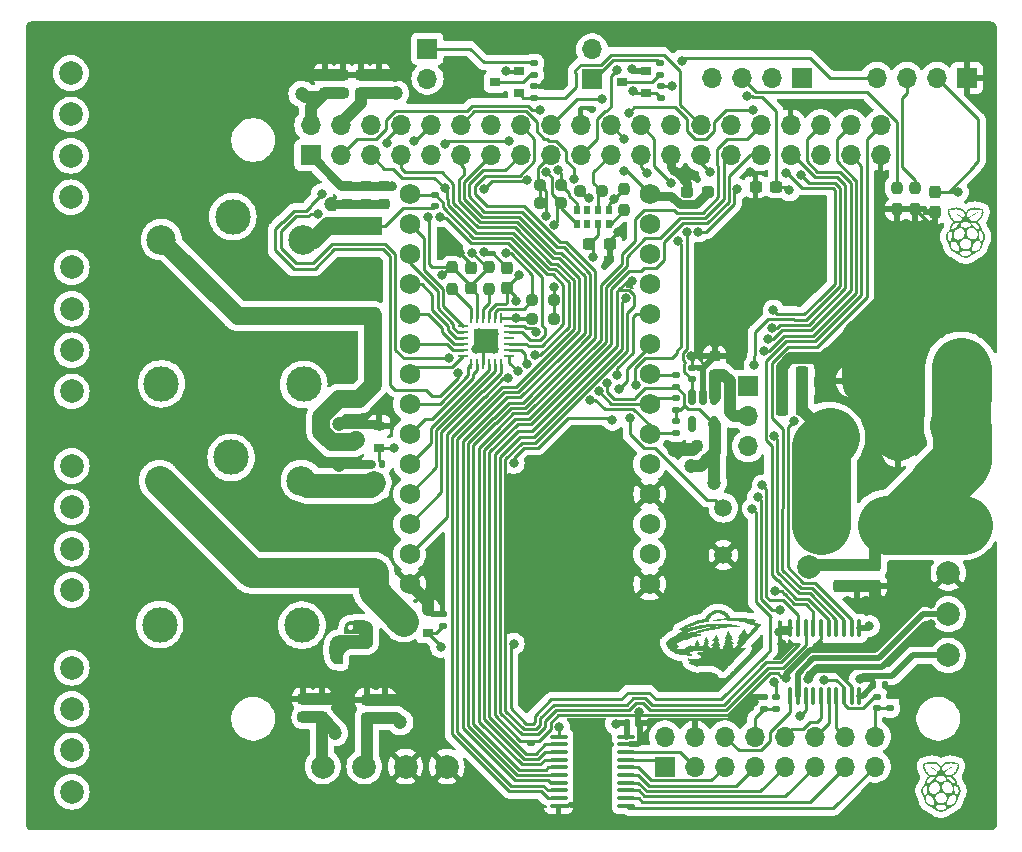
<source format=gtl>
G04 #@! TF.GenerationSoftware,KiCad,Pcbnew,8.0.0*
G04 #@! TF.CreationDate,2024-03-08T00:38:59-06:00*
G04 #@! TF.ProjectId,mn_wild_siren_v2p0,6d6e5f77-696c-4645-9f73-6972656e5f76,rev?*
G04 #@! TF.SameCoordinates,Original*
G04 #@! TF.FileFunction,Copper,L1,Top*
G04 #@! TF.FilePolarity,Positive*
%FSLAX46Y46*%
G04 Gerber Fmt 4.6, Leading zero omitted, Abs format (unit mm)*
G04 Created by KiCad (PCBNEW 8.0.0) date 2024-03-08 00:38:59*
%MOMM*%
%LPD*%
G01*
G04 APERTURE LIST*
G04 Aperture macros list*
%AMRoundRect*
0 Rectangle with rounded corners*
0 $1 Rounding radius*
0 $2 $3 $4 $5 $6 $7 $8 $9 X,Y pos of 4 corners*
0 Add a 4 corners polygon primitive as box body*
4,1,4,$2,$3,$4,$5,$6,$7,$8,$9,$2,$3,0*
0 Add four circle primitives for the rounded corners*
1,1,$1+$1,$2,$3*
1,1,$1+$1,$4,$5*
1,1,$1+$1,$6,$7*
1,1,$1+$1,$8,$9*
0 Add four rect primitives between the rounded corners*
20,1,$1+$1,$2,$3,$4,$5,0*
20,1,$1+$1,$4,$5,$6,$7,0*
20,1,$1+$1,$6,$7,$8,$9,0*
20,1,$1+$1,$8,$9,$2,$3,0*%
G04 Aperture macros list end*
G04 #@! TA.AperFunction,EtchedComponent*
%ADD10C,0.000000*%
G04 #@! TD*
G04 #@! TA.AperFunction,SMDPad,CuDef*
%ADD11RoundRect,0.237500X0.287500X0.237500X-0.287500X0.237500X-0.287500X-0.237500X0.287500X-0.237500X0*%
G04 #@! TD*
G04 #@! TA.AperFunction,SMDPad,CuDef*
%ADD12RoundRect,0.225000X-0.250000X0.225000X-0.250000X-0.225000X0.250000X-0.225000X0.250000X0.225000X0*%
G04 #@! TD*
G04 #@! TA.AperFunction,SMDPad,CuDef*
%ADD13RoundRect,0.147500X-0.147500X-0.172500X0.147500X-0.172500X0.147500X0.172500X-0.147500X0.172500X0*%
G04 #@! TD*
G04 #@! TA.AperFunction,SMDPad,CuDef*
%ADD14RoundRect,0.218750X0.256250X-0.218750X0.256250X0.218750X-0.256250X0.218750X-0.256250X-0.218750X0*%
G04 #@! TD*
G04 #@! TA.AperFunction,ComponentPad*
%ADD15C,2.000000*%
G04 #@! TD*
G04 #@! TA.AperFunction,ComponentPad*
%ADD16R,1.700000X1.700000*%
G04 #@! TD*
G04 #@! TA.AperFunction,ComponentPad*
%ADD17O,1.700000X1.700000*%
G04 #@! TD*
G04 #@! TA.AperFunction,ComponentPad*
%ADD18C,3.000000*%
G04 #@! TD*
G04 #@! TA.AperFunction,ComponentPad*
%ADD19C,2.500000*%
G04 #@! TD*
G04 #@! TA.AperFunction,SMDPad,CuDef*
%ADD20R,0.900000X0.800000*%
G04 #@! TD*
G04 #@! TA.AperFunction,SMDPad,CuDef*
%ADD21RoundRect,0.147500X-0.172500X0.147500X-0.172500X-0.147500X0.172500X-0.147500X0.172500X0.147500X0*%
G04 #@! TD*
G04 #@! TA.AperFunction,SMDPad,CuDef*
%ADD22RoundRect,0.147500X0.172500X-0.147500X0.172500X0.147500X-0.172500X0.147500X-0.172500X-0.147500X0*%
G04 #@! TD*
G04 #@! TA.AperFunction,SMDPad,CuDef*
%ADD23RoundRect,0.100000X-0.637500X-0.100000X0.637500X-0.100000X0.637500X0.100000X-0.637500X0.100000X0*%
G04 #@! TD*
G04 #@! TA.AperFunction,ComponentPad*
%ADD24C,1.750000*%
G04 #@! TD*
G04 #@! TA.AperFunction,SMDPad,CuDef*
%ADD25RoundRect,0.150000X-0.150000X0.512500X-0.150000X-0.512500X0.150000X-0.512500X0.150000X0.512500X0*%
G04 #@! TD*
G04 #@! TA.AperFunction,SMDPad,CuDef*
%ADD26RoundRect,0.237500X-0.250000X-0.237500X0.250000X-0.237500X0.250000X0.237500X-0.250000X0.237500X0*%
G04 #@! TD*
G04 #@! TA.AperFunction,SMDPad,CuDef*
%ADD27RoundRect,0.237500X-0.237500X0.300000X-0.237500X-0.300000X0.237500X-0.300000X0.237500X0.300000X0*%
G04 #@! TD*
G04 #@! TA.AperFunction,SMDPad,CuDef*
%ADD28RoundRect,0.225000X0.250000X-0.225000X0.250000X0.225000X-0.250000X0.225000X-0.250000X-0.225000X0*%
G04 #@! TD*
G04 #@! TA.AperFunction,SMDPad,CuDef*
%ADD29RoundRect,0.237500X0.250000X0.237500X-0.250000X0.237500X-0.250000X-0.237500X0.250000X-0.237500X0*%
G04 #@! TD*
G04 #@! TA.AperFunction,SMDPad,CuDef*
%ADD30RoundRect,0.135000X0.185000X-0.135000X0.185000X0.135000X-0.185000X0.135000X-0.185000X-0.135000X0*%
G04 #@! TD*
G04 #@! TA.AperFunction,ComponentPad*
%ADD31R,1.600000X1.600000*%
G04 #@! TD*
G04 #@! TA.AperFunction,ComponentPad*
%ADD32O,1.600000X1.600000*%
G04 #@! TD*
G04 #@! TA.AperFunction,SMDPad,CuDef*
%ADD33RoundRect,0.237500X-0.300000X-0.237500X0.300000X-0.237500X0.300000X0.237500X-0.300000X0.237500X0*%
G04 #@! TD*
G04 #@! TA.AperFunction,SMDPad,CuDef*
%ADD34RoundRect,0.062500X-0.375000X-0.062500X0.375000X-0.062500X0.375000X0.062500X-0.375000X0.062500X0*%
G04 #@! TD*
G04 #@! TA.AperFunction,SMDPad,CuDef*
%ADD35RoundRect,0.062500X-0.062500X-0.375000X0.062500X-0.375000X0.062500X0.375000X-0.062500X0.375000X0*%
G04 #@! TD*
G04 #@! TA.AperFunction,HeatsinkPad*
%ADD36R,2.100000X2.100000*%
G04 #@! TD*
G04 #@! TA.AperFunction,SMDPad,CuDef*
%ADD37RoundRect,0.225000X0.225000X0.250000X-0.225000X0.250000X-0.225000X-0.250000X0.225000X-0.250000X0*%
G04 #@! TD*
G04 #@! TA.AperFunction,SMDPad,CuDef*
%ADD38RoundRect,0.237500X-0.237500X0.250000X-0.237500X-0.250000X0.237500X-0.250000X0.237500X0.250000X0*%
G04 #@! TD*
G04 #@! TA.AperFunction,SMDPad,CuDef*
%ADD39RoundRect,0.237500X0.300000X0.237500X-0.300000X0.237500X-0.300000X-0.237500X0.300000X-0.237500X0*%
G04 #@! TD*
G04 #@! TA.AperFunction,SMDPad,CuDef*
%ADD40RoundRect,0.135000X-0.185000X0.135000X-0.185000X-0.135000X0.185000X-0.135000X0.185000X0.135000X0*%
G04 #@! TD*
G04 #@! TA.AperFunction,SMDPad,CuDef*
%ADD41RoundRect,0.140000X-0.140000X-0.170000X0.140000X-0.170000X0.140000X0.170000X-0.140000X0.170000X0*%
G04 #@! TD*
G04 #@! TA.AperFunction,SMDPad,CuDef*
%ADD42RoundRect,0.237500X0.237500X-0.300000X0.237500X0.300000X-0.237500X0.300000X-0.237500X-0.300000X0*%
G04 #@! TD*
G04 #@! TA.AperFunction,SMDPad,CuDef*
%ADD43RoundRect,0.100000X-0.100000X0.637500X-0.100000X-0.637500X0.100000X-0.637500X0.100000X0.637500X0*%
G04 #@! TD*
G04 #@! TA.AperFunction,ComponentPad*
%ADD44R,1.800000X4.400000*%
G04 #@! TD*
G04 #@! TA.AperFunction,ComponentPad*
%ADD45O,1.800000X4.000000*%
G04 #@! TD*
G04 #@! TA.AperFunction,ComponentPad*
%ADD46O,4.000000X1.800000*%
G04 #@! TD*
G04 #@! TA.AperFunction,SMDPad,CuDef*
%ADD47R,3.000000X4.000000*%
G04 #@! TD*
G04 #@! TA.AperFunction,SMDPad,CuDef*
%ADD48R,0.500000X0.800000*%
G04 #@! TD*
G04 #@! TA.AperFunction,SMDPad,CuDef*
%ADD49RoundRect,0.237500X0.237500X-0.250000X0.237500X0.250000X-0.237500X0.250000X-0.237500X-0.250000X0*%
G04 #@! TD*
G04 #@! TA.AperFunction,ComponentPad*
%ADD50C,1.500000*%
G04 #@! TD*
G04 #@! TA.AperFunction,ViaPad*
%ADD51C,0.800000*%
G04 #@! TD*
G04 #@! TA.AperFunction,ViaPad*
%ADD52C,4.000000*%
G04 #@! TD*
G04 #@! TA.AperFunction,ViaPad*
%ADD53C,1.200000*%
G04 #@! TD*
G04 #@! TA.AperFunction,ViaPad*
%ADD54C,2.000000*%
G04 #@! TD*
G04 #@! TA.AperFunction,Conductor*
%ADD55C,4.000000*%
G04 #@! TD*
G04 #@! TA.AperFunction,Conductor*
%ADD56C,0.250000*%
G04 #@! TD*
G04 #@! TA.AperFunction,Conductor*
%ADD57C,1.000000*%
G04 #@! TD*
G04 #@! TA.AperFunction,Conductor*
%ADD58C,0.750000*%
G04 #@! TD*
G04 #@! TA.AperFunction,Conductor*
%ADD59C,0.500000*%
G04 #@! TD*
G04 #@! TA.AperFunction,Conductor*
%ADD60C,2.000000*%
G04 #@! TD*
G04 #@! TA.AperFunction,Conductor*
%ADD61C,1.500000*%
G04 #@! TD*
G04 #@! TA.AperFunction,Conductor*
%ADD62C,5.000000*%
G04 #@! TD*
G04 #@! TA.AperFunction,Conductor*
%ADD63C,2.500000*%
G04 #@! TD*
G04 APERTURE END LIST*
D10*
G04 #@! TA.AperFunction,EtchedComponent*
G36*
X240893139Y-83114669D02*
G01*
X240925853Y-83123361D01*
X240931570Y-83125740D01*
X240957836Y-83134619D01*
X240986642Y-83137364D01*
X241010916Y-83136248D01*
X241041645Y-83135114D01*
X241064770Y-83138453D01*
X241087575Y-83147480D01*
X241092188Y-83149792D01*
X241128281Y-83162979D01*
X241165660Y-83165582D01*
X241212205Y-83170879D01*
X241254441Y-83190702D01*
X241285638Y-83217421D01*
X241305121Y-83233894D01*
X241325939Y-83240368D01*
X241338983Y-83240986D01*
X241370881Y-83247974D01*
X241406113Y-83267874D01*
X241443300Y-83299105D01*
X241481062Y-83340085D01*
X241518017Y-83389233D01*
X241552786Y-83444967D01*
X241583988Y-83505706D01*
X241597908Y-83537670D01*
X241622272Y-83597191D01*
X241639186Y-83550030D01*
X241662665Y-83494087D01*
X241691897Y-83439465D01*
X241725324Y-83387978D01*
X241761386Y-83341442D01*
X241798526Y-83301671D01*
X241835183Y-83270481D01*
X241869801Y-83249688D01*
X241900819Y-83241105D01*
X241904571Y-83240981D01*
X241928775Y-83237911D01*
X241948068Y-83226316D01*
X241957224Y-83217421D01*
X241996217Y-83185759D01*
X242039256Y-83168738D01*
X242077201Y-83165582D01*
X242116499Y-83162568D01*
X242150475Y-83149893D01*
X242174837Y-83139524D01*
X242198682Y-83135336D01*
X242229588Y-83136021D01*
X242230493Y-83136087D01*
X242268027Y-83136259D01*
X242298942Y-83129672D01*
X242309836Y-83125477D01*
X242343718Y-83115482D01*
X242379910Y-83111861D01*
X242413006Y-83114694D01*
X242436990Y-83123650D01*
X242454126Y-83131467D01*
X242472335Y-83129832D01*
X242479773Y-83127461D01*
X242517614Y-83120048D01*
X242560034Y-83120589D01*
X242599409Y-83128730D01*
X242611629Y-83133575D01*
X242637618Y-83142554D01*
X242669523Y-83149339D01*
X242686668Y-83151368D01*
X242723324Y-83157425D01*
X242749892Y-83168806D01*
X242751445Y-83169904D01*
X242774794Y-83180920D01*
X242810430Y-83188015D01*
X242828007Y-83189820D01*
X242870640Y-83196356D01*
X242909195Y-83207792D01*
X242940099Y-83222730D01*
X242959776Y-83239774D01*
X242961224Y-83241911D01*
X242971736Y-83251374D01*
X242990460Y-83255626D01*
X243007186Y-83256223D01*
X243051602Y-83262479D01*
X243086978Y-83280065D01*
X243112053Y-83307207D01*
X243125565Y-83342131D01*
X243126255Y-83383063D01*
X243118801Y-83413296D01*
X243115241Y-83431538D01*
X243119401Y-83450336D01*
X243126422Y-83465579D01*
X243138449Y-83495896D01*
X243140288Y-83523499D01*
X243131758Y-83553747D01*
X243122760Y-83573098D01*
X243110204Y-83603550D01*
X243107364Y-83627893D01*
X243108255Y-83634760D01*
X243109182Y-83671386D01*
X243097313Y-83707816D01*
X243078797Y-83737794D01*
X243062235Y-83765506D01*
X243056793Y-83789100D01*
X243056990Y-83794961D01*
X243053825Y-83823526D01*
X243042008Y-83856087D01*
X243024244Y-83886479D01*
X243009445Y-83903410D01*
X242995769Y-83920173D01*
X242989271Y-83936352D01*
X242989190Y-83937704D01*
X242982882Y-83966247D01*
X242966169Y-83998600D01*
X242941572Y-84030492D01*
X242924602Y-84047172D01*
X242904943Y-84063793D01*
X242889745Y-84075391D01*
X242882814Y-84079265D01*
X242877377Y-84085781D01*
X242870108Y-84102126D01*
X242867450Y-84109673D01*
X242847804Y-84146516D01*
X242816505Y-84178065D01*
X242777017Y-84200974D01*
X242770164Y-84203617D01*
X242746119Y-84214088D01*
X242732129Y-84226240D01*
X242723475Y-84243645D01*
X242706418Y-84270220D01*
X242676809Y-84293877D01*
X242637315Y-84312595D01*
X242628637Y-84315514D01*
X242599420Y-84324733D01*
X242659975Y-84365276D01*
X242744205Y-84429137D01*
X242814416Y-84498750D01*
X242870896Y-84574609D01*
X242913931Y-84657204D01*
X242943809Y-84747027D01*
X242960815Y-84844571D01*
X242964142Y-84887066D01*
X242968259Y-84938451D01*
X242975455Y-84978000D01*
X242987198Y-85009031D01*
X243004956Y-85034865D01*
X243030198Y-85058820D01*
X243045291Y-85070543D01*
X243104832Y-85123831D01*
X243158709Y-85190873D01*
X243206473Y-85271102D01*
X243210749Y-85279535D01*
X243238473Y-85338546D01*
X243258327Y-85390541D01*
X243271664Y-85440635D01*
X243279836Y-85493947D01*
X243284196Y-85555594D01*
X243284285Y-85557693D01*
X243285646Y-85602837D01*
X243285149Y-85637957D01*
X243282409Y-85668196D01*
X243277041Y-85698702D01*
X243272082Y-85720602D01*
X243246864Y-85801389D01*
X243211191Y-85880111D01*
X243167714Y-85951100D01*
X243158450Y-85963693D01*
X243131546Y-86003339D01*
X243114286Y-86039955D01*
X243107363Y-86062763D01*
X243100446Y-86088095D01*
X243090011Y-86123471D01*
X243077390Y-86164489D01*
X243063917Y-86206743D01*
X243061852Y-86213078D01*
X243047268Y-86259166D01*
X243032419Y-86308641D01*
X243019041Y-86355574D01*
X243008869Y-86394032D01*
X243008853Y-86394097D01*
X242977006Y-86491532D01*
X242931292Y-86582641D01*
X242871711Y-86667427D01*
X242813469Y-86731286D01*
X242778351Y-86762542D01*
X242735716Y-86795454D01*
X242690113Y-86826884D01*
X242646095Y-86853696D01*
X242608319Y-86872706D01*
X242587165Y-86883594D01*
X242558471Y-86900886D01*
X242526814Y-86921745D01*
X242509249Y-86934107D01*
X242435908Y-86983603D01*
X242357255Y-87030469D01*
X242278848Y-87071551D01*
X242221636Y-87097465D01*
X242179625Y-87116466D01*
X242146687Y-87135514D01*
X242117066Y-87158191D01*
X242101465Y-87172229D01*
X242028016Y-87231552D01*
X241945413Y-87281711D01*
X241857540Y-87320635D01*
X241779670Y-87343784D01*
X241737990Y-87350466D01*
X241686303Y-87354544D01*
X241629189Y-87356047D01*
X241571232Y-87355003D01*
X241517011Y-87351442D01*
X241471108Y-87345393D01*
X241453774Y-87341714D01*
X241360700Y-87311147D01*
X241271489Y-87267687D01*
X241189598Y-87213207D01*
X241142329Y-87173143D01*
X241113243Y-87148244D01*
X241083047Y-87127984D01*
X241046489Y-87109116D01*
X241019390Y-87097145D01*
X240920942Y-87050915D01*
X240826357Y-86996877D01*
X240765170Y-86955501D01*
X241149706Y-86955501D01*
X241156699Y-86985381D01*
X241176416Y-87018232D01*
X241206960Y-87052713D01*
X241246437Y-87087484D01*
X241292951Y-87121203D01*
X241344606Y-87152530D01*
X241399507Y-87180124D01*
X241455758Y-87202644D01*
X241511465Y-87218749D01*
X241526171Y-87221824D01*
X241541477Y-87223136D01*
X241567937Y-87223840D01*
X241601476Y-87223872D01*
X241629051Y-87223412D01*
X241673990Y-87221452D01*
X241709652Y-87217465D01*
X241741964Y-87210522D01*
X241773846Y-87200719D01*
X241859162Y-87165296D01*
X241935172Y-87119358D01*
X242005264Y-87060827D01*
X242011090Y-87055172D01*
X242048883Y-87015197D01*
X242074017Y-86981407D01*
X242087115Y-86952508D01*
X242088800Y-86927206D01*
X242081914Y-86907903D01*
X242057199Y-86878121D01*
X242018997Y-86851283D01*
X241968863Y-86827852D01*
X241908350Y-86808296D01*
X241839009Y-86793078D01*
X241762395Y-86782666D01*
X241680060Y-86777523D01*
X241645200Y-86777045D01*
X241543019Y-86780668D01*
X241450843Y-86791816D01*
X241365147Y-86810998D01*
X241324430Y-86823493D01*
X241259751Y-86848313D01*
X241209853Y-86874547D01*
X241174846Y-86902111D01*
X241154839Y-86930923D01*
X241149706Y-86955501D01*
X240765170Y-86955501D01*
X240730663Y-86932167D01*
X240722181Y-86925982D01*
X240691327Y-86904956D01*
X240658703Y-86885251D01*
X240630646Y-86870658D01*
X240627011Y-86869054D01*
X240547940Y-86827453D01*
X240473621Y-86772914D01*
X240405595Y-86707399D01*
X240345399Y-86632869D01*
X240294575Y-86551285D01*
X240254660Y-86464609D01*
X240227195Y-86374801D01*
X240222830Y-86354062D01*
X240216545Y-86327569D01*
X240206498Y-86292024D01*
X240194229Y-86252668D01*
X240184744Y-86224509D01*
X240177834Y-86204010D01*
X240346860Y-86204010D01*
X240348756Y-86250065D01*
X240364306Y-86342445D01*
X240392594Y-86429985D01*
X240432531Y-86511344D01*
X240483028Y-86585179D01*
X240542998Y-86650146D01*
X240611351Y-86704903D01*
X240686999Y-86748108D01*
X240768854Y-86778418D01*
X240779336Y-86781199D01*
X240818207Y-86787807D01*
X240862436Y-86790209D01*
X240907119Y-86788607D01*
X240947355Y-86783206D01*
X240978239Y-86774208D01*
X240981186Y-86772846D01*
X241015158Y-86749011D01*
X241039422Y-86715174D01*
X241054251Y-86670642D01*
X241059917Y-86614723D01*
X241059011Y-86575064D01*
X241046381Y-86486432D01*
X241019658Y-86397991D01*
X240979789Y-86312407D01*
X240946748Y-86258803D01*
X240923508Y-86228714D01*
X240917435Y-86221874D01*
X241149891Y-86221874D01*
X241156325Y-86275756D01*
X241163691Y-86304527D01*
X241197019Y-86382259D01*
X241242551Y-86451615D01*
X241299086Y-86511471D01*
X241365423Y-86560702D01*
X241440359Y-86598182D01*
X241497331Y-86616836D01*
X241548854Y-86626350D01*
X241608432Y-86631042D01*
X241669794Y-86630827D01*
X241726667Y-86625619D01*
X241754794Y-86620355D01*
X241758407Y-86619151D01*
X242151345Y-86619151D01*
X242156682Y-86673103D01*
X242170356Y-86718599D01*
X242192662Y-86753762D01*
X242194514Y-86755746D01*
X242226498Y-86779062D01*
X242269243Y-86795174D01*
X242319813Y-86803568D01*
X242375276Y-86803729D01*
X242426838Y-86796434D01*
X242511149Y-86770889D01*
X242591395Y-86731296D01*
X242666258Y-86678598D01*
X242734418Y-86613739D01*
X242794557Y-86537664D01*
X242800272Y-86529186D01*
X242829333Y-86481407D01*
X242850585Y-86435818D01*
X242866003Y-86387082D01*
X242877560Y-86329863D01*
X242880121Y-86313310D01*
X242886541Y-86227455D01*
X242881176Y-86141694D01*
X242864396Y-86060727D01*
X242858846Y-86042934D01*
X242838133Y-85992167D01*
X242813679Y-85955108D01*
X242783785Y-85930358D01*
X242746750Y-85916520D01*
X242700874Y-85912196D01*
X242699769Y-85912198D01*
X242647870Y-85919022D01*
X242592144Y-85939386D01*
X242531987Y-85973554D01*
X242489471Y-86003864D01*
X242451276Y-86035521D01*
X242409579Y-86074135D01*
X242367664Y-86116304D01*
X242328817Y-86158625D01*
X242296321Y-86197694D01*
X242277937Y-86223050D01*
X242239426Y-86288295D01*
X242207488Y-86356353D01*
X242182417Y-86425345D01*
X242164506Y-86493395D01*
X242154051Y-86558623D01*
X242151345Y-86619151D01*
X241758407Y-86619151D01*
X241828811Y-86595687D01*
X241900024Y-86558094D01*
X241964833Y-86509875D01*
X242019639Y-86453324D01*
X242022843Y-86449322D01*
X242065913Y-86383208D01*
X242095213Y-86312541D01*
X242110853Y-86239061D01*
X242112946Y-86164506D01*
X242101604Y-86090614D01*
X242076937Y-86019126D01*
X242039059Y-85951778D01*
X241988080Y-85890310D01*
X241986836Y-85889061D01*
X241923314Y-85835852D01*
X241850239Y-85792836D01*
X241770812Y-85761864D01*
X241762415Y-85759436D01*
X241716564Y-85750562D01*
X241661861Y-85746058D01*
X241604060Y-85745940D01*
X241548915Y-85750227D01*
X241503309Y-85758636D01*
X241424016Y-85786772D01*
X241351573Y-85826927D01*
X241287553Y-85877696D01*
X241233534Y-85937678D01*
X241191091Y-86005468D01*
X241169374Y-86056075D01*
X241156546Y-86106368D01*
X241150008Y-86163523D01*
X241149891Y-86221874D01*
X240917435Y-86221874D01*
X240891766Y-86192962D01*
X240855115Y-86155158D01*
X240817149Y-86118912D01*
X240781460Y-86087834D01*
X240760221Y-86071419D01*
X240694869Y-86030237D01*
X240630650Y-86000819D01*
X240568977Y-85983489D01*
X240511260Y-85978573D01*
X240458911Y-85986394D01*
X240433074Y-85996168D01*
X240404621Y-86017653D01*
X240381001Y-86051503D01*
X240362986Y-86095396D01*
X240351349Y-86147006D01*
X240346860Y-86204010D01*
X240177834Y-86204010D01*
X240170870Y-86183349D01*
X240157075Y-86139949D01*
X240145310Y-86100567D01*
X240139718Y-86080243D01*
X240131179Y-86050263D01*
X240122648Y-86024960D01*
X240115689Y-86008872D01*
X240114440Y-86006904D01*
X240070075Y-85944065D01*
X240035203Y-85887727D01*
X240007882Y-85834313D01*
X239986171Y-85780247D01*
X239977968Y-85755564D01*
X239970724Y-85730502D01*
X239965716Y-85706907D01*
X239962554Y-85681025D01*
X239960849Y-85649107D01*
X239960209Y-85607400D01*
X239960165Y-85584365D01*
X239960432Y-85550072D01*
X240095330Y-85550072D01*
X240095616Y-85623161D01*
X240102937Y-85686938D01*
X240118195Y-85746041D01*
X240142288Y-85805110D01*
X240146541Y-85813892D01*
X240168144Y-85852734D01*
X240192496Y-85888420D01*
X240217516Y-85918558D01*
X240241122Y-85940760D01*
X240261234Y-85952635D01*
X240268535Y-85953972D01*
X240286357Y-85947651D01*
X240309288Y-85929803D01*
X240318428Y-85920755D01*
X240346977Y-85882738D01*
X240373354Y-85831448D01*
X240397056Y-85768762D01*
X240417577Y-85696555D01*
X240434416Y-85616705D01*
X240447067Y-85531088D01*
X240454637Y-85445972D01*
X240611781Y-85445972D01*
X240621364Y-85518628D01*
X240641671Y-85587037D01*
X240672453Y-85649806D01*
X240713457Y-85705543D01*
X240764433Y-85752855D01*
X240825131Y-85790349D01*
X240866975Y-85807858D01*
X240938234Y-85826571D01*
X241008722Y-85831603D01*
X241079249Y-85823979D01*
X241158837Y-85801708D01*
X241234656Y-85765759D01*
X241305159Y-85717534D01*
X241368798Y-85658435D01*
X241424023Y-85589863D01*
X241469288Y-85513219D01*
X241498051Y-85444859D01*
X241513540Y-85387429D01*
X241523126Y-85323703D01*
X241526494Y-85258865D01*
X241525384Y-85237566D01*
X241716868Y-85237566D01*
X241719163Y-85298448D01*
X241726826Y-85355801D01*
X241731666Y-85377566D01*
X241759445Y-85458588D01*
X241799306Y-85534890D01*
X241849611Y-85604888D01*
X241908720Y-85666999D01*
X241974994Y-85719642D01*
X242046793Y-85761232D01*
X242122479Y-85790188D01*
X242170273Y-85801041D01*
X242230752Y-85807497D01*
X242287510Y-85804945D01*
X242328407Y-85797981D01*
X242398962Y-85775520D01*
X242462564Y-85740150D01*
X242517995Y-85693083D01*
X242564035Y-85635531D01*
X242599464Y-85568707D01*
X242619586Y-85508462D01*
X242627019Y-85465183D01*
X242630488Y-85413074D01*
X242630089Y-85367174D01*
X242743302Y-85367174D01*
X242746439Y-85448737D01*
X242754351Y-85530032D01*
X242766518Y-85609071D01*
X242782418Y-85683866D01*
X242801532Y-85752428D01*
X242823339Y-85812771D01*
X242847319Y-85862906D01*
X242872952Y-85900846D01*
X242886764Y-85915098D01*
X242912221Y-85933132D01*
X242934805Y-85938130D01*
X242957370Y-85929783D01*
X242982774Y-85907780D01*
X242986029Y-85904335D01*
X243018819Y-85861990D01*
X243049174Y-85809448D01*
X243074436Y-85751755D01*
X243087366Y-85712090D01*
X243104469Y-85624192D01*
X243107370Y-85537400D01*
X243096581Y-85453179D01*
X243072617Y-85372992D01*
X243035991Y-85298304D01*
X242987216Y-85230578D01*
X242926807Y-85171279D01*
X242887262Y-85141740D01*
X242854723Y-85123091D01*
X242828916Y-85116550D01*
X242807404Y-85122054D01*
X242788150Y-85139058D01*
X242771480Y-85163255D01*
X242759111Y-85192265D01*
X242750600Y-85228348D01*
X242745502Y-85273762D01*
X242743374Y-85330766D01*
X242743302Y-85367174D01*
X242630089Y-85367174D01*
X242630010Y-85358020D01*
X242625603Y-85305901D01*
X242618853Y-85268591D01*
X242590284Y-85182253D01*
X242549282Y-85101895D01*
X242497234Y-85029041D01*
X242435527Y-84965215D01*
X242365549Y-84911941D01*
X242288687Y-84870744D01*
X242240224Y-84852577D01*
X242180752Y-84838905D01*
X242116674Y-84833066D01*
X242053324Y-84835122D01*
X241996038Y-84845137D01*
X241981271Y-84849555D01*
X241913581Y-84879986D01*
X241853719Y-84922796D01*
X241802917Y-84976621D01*
X241762408Y-85040102D01*
X241733422Y-85111875D01*
X241728666Y-85128829D01*
X241720012Y-85179058D01*
X241716868Y-85237566D01*
X241525384Y-85237566D01*
X241523328Y-85198099D01*
X241515691Y-85155170D01*
X241489839Y-85082178D01*
X241452311Y-85016848D01*
X241404470Y-84960612D01*
X241347679Y-84914901D01*
X241283304Y-84881148D01*
X241241396Y-84867176D01*
X241200577Y-84860089D01*
X241151215Y-84857179D01*
X241099411Y-84858410D01*
X241051267Y-84863741D01*
X241028111Y-84868521D01*
X240952771Y-84894983D01*
X240879620Y-84934492D01*
X240811853Y-84984890D01*
X240752664Y-85044016D01*
X240733535Y-85067728D01*
X240685726Y-85140730D01*
X240649896Y-85216447D01*
X240625797Y-85293489D01*
X240613175Y-85370461D01*
X240611781Y-85445972D01*
X240454637Y-85445972D01*
X240455028Y-85441581D01*
X240456780Y-85405277D01*
X240457155Y-85327442D01*
X240452239Y-85261965D01*
X240442156Y-85209252D01*
X240427030Y-85169708D01*
X240406985Y-85143739D01*
X240382146Y-85131750D01*
X240372730Y-85130930D01*
X240345528Y-85137079D01*
X240312782Y-85154151D01*
X240276924Y-85180080D01*
X240240389Y-85212803D01*
X240205608Y-85250255D01*
X240175017Y-85290372D01*
X240163420Y-85308487D01*
X240131995Y-85369227D01*
X240110945Y-85431115D01*
X240098958Y-85498811D01*
X240095330Y-85550072D01*
X239960432Y-85550072D01*
X239960540Y-85536232D01*
X239961872Y-85499414D01*
X239964561Y-85469993D01*
X239969009Y-85444052D01*
X239975615Y-85417674D01*
X239978079Y-85409088D01*
X240012807Y-85314676D01*
X240059156Y-85227507D01*
X240115955Y-85149412D01*
X240182032Y-85082224D01*
X240192725Y-85073155D01*
X240218867Y-85050120D01*
X240240881Y-85028128D01*
X240255679Y-85010393D01*
X240259708Y-85003406D01*
X240263562Y-84987728D01*
X240268014Y-84960665D01*
X240271260Y-84935657D01*
X240414290Y-84935657D01*
X240416710Y-84964234D01*
X240424661Y-84980305D01*
X240439840Y-84984908D01*
X240463945Y-84979081D01*
X240498673Y-84963861D01*
X240516420Y-84955124D01*
X240557735Y-84931992D01*
X240604555Y-84901553D01*
X240655516Y-84865058D01*
X240709254Y-84823758D01*
X240764407Y-84778902D01*
X240819610Y-84731741D01*
X240873499Y-84683525D01*
X240924711Y-84635503D01*
X240971882Y-84588928D01*
X240975615Y-84585006D01*
X241184249Y-84585006D01*
X241194507Y-84624294D01*
X241217210Y-84662189D01*
X241251440Y-84697852D01*
X241296277Y-84730442D01*
X241350805Y-84759119D01*
X241414103Y-84783042D01*
X241485255Y-84801371D01*
X241537602Y-84810204D01*
X241585705Y-84813946D01*
X241642874Y-84814108D01*
X241703428Y-84810948D01*
X241761682Y-84804724D01*
X241800039Y-84798284D01*
X241872089Y-84779278D01*
X241933295Y-84754155D01*
X241983100Y-84723735D01*
X242020947Y-84688838D01*
X242046279Y-84650286D01*
X242058540Y-84608898D01*
X242057172Y-84565495D01*
X242041619Y-84520898D01*
X242015426Y-84480907D01*
X241970698Y-84435463D01*
X242099275Y-84435463D01*
X242107774Y-84456518D01*
X242125825Y-84484118D01*
X242153973Y-84518990D01*
X242192768Y-84561860D01*
X242242756Y-84613454D01*
X242253677Y-84624416D01*
X242344874Y-84712197D01*
X242433616Y-84790873D01*
X242518684Y-84859472D01*
X242598859Y-84917022D01*
X242672921Y-84962553D01*
X242688584Y-84971024D01*
X242727007Y-84988036D01*
X242755744Y-84993481D01*
X242775020Y-84987369D01*
X242783377Y-84975284D01*
X242785975Y-84957923D01*
X242785973Y-84929482D01*
X242783683Y-84893840D01*
X242779414Y-84854878D01*
X242773480Y-84816477D01*
X242768772Y-84793196D01*
X242743126Y-84713745D01*
X242704304Y-84640122D01*
X242653729Y-84573769D01*
X242592822Y-84516127D01*
X242523005Y-84468638D01*
X242445699Y-84432742D01*
X242398748Y-84418001D01*
X242361643Y-84410309D01*
X242319177Y-84404770D01*
X242274066Y-84401363D01*
X242229022Y-84400069D01*
X242186760Y-84400868D01*
X242149995Y-84403738D01*
X242121439Y-84408661D01*
X242103809Y-84415615D01*
X242099779Y-84420226D01*
X242099275Y-84435463D01*
X241970698Y-84435463D01*
X241969242Y-84433984D01*
X241911297Y-84391807D01*
X241844737Y-84355937D01*
X241772707Y-84327937D01*
X241698350Y-84309368D01*
X241658843Y-84303861D01*
X241588001Y-84303123D01*
X241515012Y-84313675D01*
X241442589Y-84334311D01*
X241373445Y-84363827D01*
X241310295Y-84401016D01*
X241255853Y-84444673D01*
X241212831Y-84493593D01*
X241204739Y-84505614D01*
X241187354Y-84545166D01*
X241184249Y-84585006D01*
X240975615Y-84585006D01*
X241013649Y-84545047D01*
X241048646Y-84505113D01*
X241075512Y-84470374D01*
X241092882Y-84442082D01*
X241099392Y-84421486D01*
X241099408Y-84420664D01*
X241096007Y-84408726D01*
X241084697Y-84399985D01*
X241063820Y-84394045D01*
X241031716Y-84390510D01*
X240986727Y-84388985D01*
X240966045Y-84388850D01*
X240899501Y-84390652D01*
X240842882Y-84396900D01*
X240791267Y-84408583D01*
X240739738Y-84426691D01*
X240706939Y-84440995D01*
X240631046Y-84484137D01*
X240565090Y-84538511D01*
X240509895Y-84603136D01*
X240466283Y-84677027D01*
X240435077Y-84759203D01*
X240432374Y-84768944D01*
X240426535Y-84797158D01*
X240421140Y-84834450D01*
X240417013Y-84874661D01*
X240415705Y-84893536D01*
X240414290Y-84935657D01*
X240271260Y-84935657D01*
X240272510Y-84926027D01*
X240276468Y-84887947D01*
X240291155Y-84784789D01*
X240315887Y-84692361D01*
X240351487Y-84609261D01*
X240398778Y-84534083D01*
X240458584Y-84465426D01*
X240531726Y-84401884D01*
X240582863Y-84365291D01*
X240643396Y-84324764D01*
X240604909Y-84311980D01*
X240560344Y-84289799D01*
X240525796Y-84256645D01*
X240511969Y-84234918D01*
X240493641Y-84214008D01*
X240469384Y-84202846D01*
X240436000Y-84186398D01*
X240405452Y-84160070D01*
X240382487Y-84128524D01*
X240374506Y-84109649D01*
X240367717Y-84090841D01*
X240361630Y-84080175D01*
X240360061Y-84079265D01*
X240351988Y-84074594D01*
X240336216Y-84062410D01*
X240318260Y-84047172D01*
X240290230Y-84017517D01*
X240268617Y-83984913D01*
X240255938Y-83953630D01*
X240253671Y-83937704D01*
X240248195Y-83922026D01*
X240235069Y-83904956D01*
X240233447Y-83903410D01*
X240210140Y-83874044D01*
X240193007Y-83837354D01*
X240185242Y-83800461D01*
X240185084Y-83795614D01*
X240179021Y-83765759D01*
X240160381Y-83732445D01*
X240160150Y-83732116D01*
X240145514Y-83708911D01*
X240137945Y-83688073D01*
X240135168Y-83662203D01*
X240134901Y-83649970D01*
X240130491Y-83606239D01*
X240117754Y-83570883D01*
X240104459Y-83537080D01*
X240103332Y-83514709D01*
X240214688Y-83514709D01*
X240226222Y-83537012D01*
X240237413Y-83552827D01*
X240256468Y-83574271D01*
X240279605Y-83597140D01*
X240283733Y-83600923D01*
X240305115Y-83621229D01*
X240321203Y-83638328D01*
X240329265Y-83649256D01*
X240329712Y-83650813D01*
X240322944Y-83660301D01*
X240305021Y-83665110D01*
X240279514Y-83664490D01*
X240270984Y-83663146D01*
X240252790Y-83660210D01*
X240246888Y-83661735D01*
X240250655Y-83669054D01*
X240253040Y-83672264D01*
X240262940Y-83683852D01*
X240280603Y-83703142D01*
X240303101Y-83726972D01*
X240317404Y-83741823D01*
X240339222Y-83765395D01*
X240355532Y-83785137D01*
X240364337Y-83798496D01*
X240365005Y-83802647D01*
X240354284Y-83806150D01*
X240334796Y-83807685D01*
X240328610Y-83807642D01*
X240298012Y-83806839D01*
X240326950Y-83836474D01*
X240349051Y-83857120D01*
X240376989Y-83880569D01*
X240399532Y-83897892D01*
X240420452Y-83914293D01*
X240434711Y-83927747D01*
X240439473Y-83935551D01*
X240439340Y-83935883D01*
X240429951Y-83939841D01*
X240411380Y-83941973D01*
X240405469Y-83942091D01*
X240386544Y-83943515D01*
X240376133Y-83947066D01*
X240375436Y-83948420D01*
X240381806Y-83957426D01*
X240399152Y-83971498D01*
X240424829Y-83988861D01*
X240456190Y-84007744D01*
X240490591Y-84026374D01*
X240495463Y-84028843D01*
X240521085Y-84042482D01*
X240540394Y-84054228D01*
X240550141Y-84062052D01*
X240550714Y-84063304D01*
X240543845Y-84071925D01*
X240526160Y-84077738D01*
X240508176Y-84079265D01*
X240494150Y-84081589D01*
X240489748Y-84085845D01*
X240496444Y-84092400D01*
X240514449Y-84102444D01*
X240540637Y-84114573D01*
X240571884Y-84127379D01*
X240605065Y-84139458D01*
X240619300Y-84144125D01*
X240648641Y-84154148D01*
X240664307Y-84162196D01*
X240667451Y-84169838D01*
X240659221Y-84178642D01*
X240649370Y-84185093D01*
X240624058Y-84200486D01*
X240646112Y-84208870D01*
X240664257Y-84213844D01*
X240692064Y-84219325D01*
X240724034Y-84224254D01*
X240729466Y-84224958D01*
X240775725Y-84230878D01*
X240808395Y-84235664D01*
X240829013Y-84240042D01*
X240839118Y-84244742D01*
X240840245Y-84250491D01*
X240833935Y-84258018D01*
X240821723Y-84268050D01*
X240821251Y-84268422D01*
X240807997Y-84280462D01*
X240802208Y-84288918D01*
X240802199Y-84289107D01*
X240809245Y-84291743D01*
X240828337Y-84292640D01*
X240856404Y-84292014D01*
X240890376Y-84290077D01*
X240927184Y-84287044D01*
X240963756Y-84283131D01*
X240997022Y-84278550D01*
X241023201Y-84273678D01*
X241080952Y-84256725D01*
X241137748Y-84232932D01*
X241189199Y-84204492D01*
X241230917Y-84173600D01*
X241239437Y-84165625D01*
X241258651Y-84143474D01*
X241278601Y-84115470D01*
X241296943Y-84085567D01*
X241311337Y-84057718D01*
X241319437Y-84035877D01*
X241320405Y-84029009D01*
X241314909Y-84019218D01*
X241299850Y-84001738D01*
X241277383Y-83978631D01*
X241249664Y-83951953D01*
X241218847Y-83923766D01*
X241187087Y-83896127D01*
X241156539Y-83871095D01*
X241148943Y-83865178D01*
X241085663Y-83818638D01*
X241012178Y-83768175D01*
X240932184Y-83716117D01*
X240849377Y-83664792D01*
X240767454Y-83616531D01*
X240690110Y-83573660D01*
X240666653Y-83561317D01*
X240639709Y-83546817D01*
X240619292Y-83534802D01*
X240608181Y-83526965D01*
X240607056Y-83525033D01*
X240615723Y-83525981D01*
X240636088Y-83532451D01*
X240666020Y-83543551D01*
X240703389Y-83558391D01*
X240746065Y-83576079D01*
X240791918Y-83595725D01*
X240838819Y-83616439D01*
X240884636Y-83637328D01*
X240927240Y-83657503D01*
X240946993Y-83667204D01*
X241090801Y-83744173D01*
X241222500Y-83825570D01*
X241316174Y-83891798D01*
X241391955Y-83948827D01*
X241413862Y-83935933D01*
X241460113Y-83902411D01*
X241495035Y-83861971D01*
X241507256Y-83841920D01*
X241518647Y-83819481D01*
X241525392Y-83799695D01*
X241528651Y-83777066D01*
X241529589Y-83746101D01*
X241529597Y-83736331D01*
X241528437Y-83725151D01*
X241718934Y-83725151D01*
X241720102Y-83761708D01*
X241735130Y-83819483D01*
X241763417Y-83870603D01*
X241803788Y-83913312D01*
X241836720Y-83936176D01*
X241859351Y-83949313D01*
X241915669Y-83906578D01*
X242049577Y-83812182D01*
X242191832Y-83726194D01*
X242345300Y-83646903D01*
X242368265Y-83636042D01*
X242406340Y-83618662D01*
X242447983Y-83600378D01*
X242490846Y-83582139D01*
X242532579Y-83564893D01*
X242570832Y-83549590D01*
X242603257Y-83537179D01*
X242627503Y-83528608D01*
X242641221Y-83524827D01*
X242643336Y-83524943D01*
X242637978Y-83529353D01*
X242621334Y-83539767D01*
X242595522Y-83554936D01*
X242562661Y-83573608D01*
X242533905Y-83589576D01*
X242429016Y-83649221D01*
X242327381Y-83710782D01*
X242232678Y-83771959D01*
X242148584Y-83830451D01*
X242146558Y-83831926D01*
X242113273Y-83857217D01*
X242077799Y-83885929D01*
X242042120Y-83916251D01*
X242008222Y-83946372D01*
X241978091Y-83974482D01*
X241953712Y-83998770D01*
X241937071Y-84017423D01*
X241930154Y-84028632D01*
X241930072Y-84029379D01*
X241933296Y-84040595D01*
X241941731Y-84060843D01*
X241953014Y-84084639D01*
X241988045Y-84139016D01*
X242034916Y-84185305D01*
X242093984Y-84223711D01*
X242165603Y-84254438D01*
X242250126Y-84277694D01*
X242303489Y-84287570D01*
X242324313Y-84289719D01*
X242351489Y-84291026D01*
X242381133Y-84291510D01*
X242409361Y-84291192D01*
X242432292Y-84290089D01*
X242446042Y-84288221D01*
X242448283Y-84286859D01*
X242442571Y-84278782D01*
X242433042Y-84271552D01*
X242421035Y-84259725D01*
X242417800Y-84250813D01*
X242419968Y-84243898D01*
X242428075Y-84238717D01*
X242444529Y-84234636D01*
X242471738Y-84231025D01*
X242505439Y-84227826D01*
X242539311Y-84223572D01*
X242573202Y-84217223D01*
X242595409Y-84211440D01*
X242632034Y-84199689D01*
X242606841Y-84187107D01*
X242590387Y-84177277D01*
X242581943Y-84169080D01*
X242581647Y-84167923D01*
X242588348Y-84162623D01*
X242606214Y-84154203D01*
X242631893Y-84144178D01*
X242642613Y-84140395D01*
X242690264Y-84123121D01*
X242726011Y-84108204D01*
X242749296Y-84095994D01*
X242759558Y-84086847D01*
X242756239Y-84081113D01*
X242739778Y-84079148D01*
X242722162Y-84076831D01*
X242707012Y-84071475D01*
X242699134Y-84065180D01*
X242699989Y-84061747D01*
X242707932Y-84056871D01*
X242725806Y-84046704D01*
X242750140Y-84033211D01*
X242756924Y-84029495D01*
X242798560Y-84005879D01*
X242832835Y-83984709D01*
X242858012Y-83967161D01*
X242872355Y-83954415D01*
X242875046Y-83949346D01*
X242868291Y-83944775D01*
X242851445Y-83942260D01*
X242845013Y-83942091D01*
X242824921Y-83940583D01*
X242812300Y-83936837D01*
X242810953Y-83935576D01*
X242814603Y-83928273D01*
X242828095Y-83915618D01*
X242846702Y-83901642D01*
X242875133Y-83880131D01*
X242904329Y-83855114D01*
X242918752Y-83841302D01*
X242951027Y-83808381D01*
X242921119Y-83808381D01*
X242900577Y-83807053D01*
X242887085Y-83803757D01*
X242885560Y-83802731D01*
X242888230Y-83795370D01*
X242899880Y-83779915D01*
X242918504Y-83758835D01*
X242935733Y-83740932D01*
X242959907Y-83716072D01*
X242980395Y-83693996D01*
X242994502Y-83677663D01*
X242999031Y-83671426D01*
X243002301Y-83663034D01*
X242996917Y-83660644D01*
X242979878Y-83663066D01*
X242978547Y-83663314D01*
X242955778Y-83665606D01*
X242937210Y-83664251D01*
X242935679Y-83663828D01*
X242923978Y-83655399D01*
X242920906Y-83644042D01*
X242928029Y-83635990D01*
X242939831Y-83628076D01*
X242957932Y-83611936D01*
X242978917Y-83591089D01*
X242999369Y-83569052D01*
X243015870Y-83549344D01*
X243024376Y-83536788D01*
X243035794Y-83514709D01*
X242998311Y-83519681D01*
X242970426Y-83521341D01*
X242956352Y-83517056D01*
X242955367Y-83515818D01*
X242956207Y-83505555D01*
X242962853Y-83485677D01*
X242973643Y-83459858D01*
X242986917Y-83431771D01*
X243001016Y-83405090D01*
X243014279Y-83383489D01*
X243016716Y-83380060D01*
X243029320Y-83362913D01*
X242933131Y-83362913D01*
X242896857Y-83362446D01*
X242866840Y-83361170D01*
X242845953Y-83359272D01*
X242837066Y-83356941D01*
X242836942Y-83356621D01*
X242841994Y-83347596D01*
X242854302Y-83334039D01*
X242855759Y-83332651D01*
X242867370Y-83319045D01*
X242870854Y-83309177D01*
X242870551Y-83308460D01*
X242860414Y-83304314D01*
X242839158Y-83302342D01*
X242810728Y-83302415D01*
X242779073Y-83304400D01*
X242748138Y-83308167D01*
X242722631Y-83313378D01*
X242686525Y-83321615D01*
X242663755Y-83323060D01*
X242653852Y-83317380D01*
X242656345Y-83304242D01*
X242670767Y-83283315D01*
X242674245Y-83279109D01*
X242694447Y-83255101D01*
X242664719Y-83260480D01*
X242642778Y-83265243D01*
X242612343Y-83272842D01*
X242579522Y-83281742D01*
X242575321Y-83282937D01*
X242545126Y-83291138D01*
X242526426Y-83294794D01*
X242516261Y-83294191D01*
X242511671Y-83289614D01*
X242511460Y-83289094D01*
X242513651Y-83277149D01*
X242524256Y-83260788D01*
X242528661Y-83255847D01*
X242541196Y-83241147D01*
X242546695Y-83231362D01*
X242546443Y-83229910D01*
X242536421Y-83229110D01*
X242516124Y-83233246D01*
X242489251Y-83241157D01*
X242459496Y-83251685D01*
X242430556Y-83263669D01*
X242415012Y-83271134D01*
X242391264Y-83282278D01*
X242372677Y-83289031D01*
X242363571Y-83289970D01*
X242357280Y-83278203D01*
X242359645Y-83260180D01*
X242368023Y-83244343D01*
X242376799Y-83230688D01*
X242379454Y-83223706D01*
X242373898Y-83222670D01*
X242358841Y-83228594D01*
X242337330Y-83239790D01*
X242312414Y-83254567D01*
X242287140Y-83271236D01*
X242267491Y-83285759D01*
X242245911Y-83302065D01*
X242232538Y-83309548D01*
X242224173Y-83309493D01*
X242219161Y-83305155D01*
X242212433Y-83289461D01*
X242210378Y-83271200D01*
X242208956Y-83255271D01*
X242204634Y-83248602D01*
X242204608Y-83248602D01*
X242194474Y-83253458D01*
X242177052Y-83266006D01*
X242155890Y-83283218D01*
X242134531Y-83302063D01*
X242116522Y-83319512D01*
X242105409Y-83332537D01*
X242104384Y-83334234D01*
X242095642Y-83350568D01*
X242081494Y-83333097D01*
X242071160Y-83310584D01*
X242071933Y-83297355D01*
X242072638Y-83283389D01*
X242064889Y-83281595D01*
X242049054Y-83291715D01*
X242025500Y-83313493D01*
X241994596Y-83346671D01*
X241983692Y-83359103D01*
X241964086Y-83380599D01*
X241947582Y-83396667D01*
X241937127Y-83404490D01*
X241935837Y-83404827D01*
X241928224Y-83398340D01*
X241920137Y-83382386D01*
X241918917Y-83378977D01*
X241910213Y-83353126D01*
X241881735Y-83382787D01*
X241839288Y-83433119D01*
X241801343Y-83489949D01*
X241769117Y-83550423D01*
X241743828Y-83611685D01*
X241726695Y-83670880D01*
X241718934Y-83725151D01*
X241528437Y-83725151D01*
X241522011Y-83663235D01*
X241499541Y-83588230D01*
X241462131Y-83511183D01*
X241409727Y-83431960D01*
X241396280Y-83414353D01*
X241371325Y-83383463D01*
X241353802Y-83364506D01*
X241342697Y-83356728D01*
X241337000Y-83359371D01*
X241335652Y-83369077D01*
X241331273Y-83386352D01*
X241325410Y-83396870D01*
X241319165Y-83403511D01*
X241312291Y-83403491D01*
X241301845Y-83395245D01*
X241284885Y-83377208D01*
X241281594Y-83373559D01*
X241244203Y-83332735D01*
X241215704Y-83303256D01*
X241196294Y-83285317D01*
X241186169Y-83279110D01*
X241186039Y-83279107D01*
X241181532Y-83285835D01*
X241178985Y-83302358D01*
X241178846Y-83305979D01*
X241175556Y-83331344D01*
X241167518Y-83342981D01*
X241155400Y-83340439D01*
X241144258Y-83329238D01*
X241129927Y-83313739D01*
X241109798Y-83295204D01*
X241087482Y-83276562D01*
X241066591Y-83260742D01*
X241050735Y-83250674D01*
X241044865Y-83248602D01*
X241040912Y-83254570D01*
X241042371Y-83264216D01*
X241041840Y-83283447D01*
X241034959Y-83298707D01*
X241022592Y-83317582D01*
X240986698Y-83287708D01*
X240965971Y-83272059D01*
X240941657Y-83256043D01*
X240916886Y-83241394D01*
X240894791Y-83229844D01*
X240878506Y-83223127D01*
X240871163Y-83222977D01*
X240871028Y-83223706D01*
X240875372Y-83233737D01*
X240882459Y-83244343D01*
X240891693Y-83262977D01*
X240892877Y-83280403D01*
X240887047Y-83289886D01*
X240877353Y-83288698D01*
X240858812Y-83281495D01*
X240839417Y-83271910D01*
X240812983Y-83259229D01*
X240783233Y-83247290D01*
X240753838Y-83237267D01*
X240728471Y-83230334D01*
X240710804Y-83227667D01*
X240705025Y-83228924D01*
X240706780Y-83236721D01*
X240716826Y-83250441D01*
X240720831Y-83254814D01*
X240734524Y-83272588D01*
X240740972Y-83288002D01*
X240739657Y-83297871D01*
X240730061Y-83299008D01*
X240727896Y-83298237D01*
X240710753Y-83292500D01*
X240685508Y-83285375D01*
X240655871Y-83277743D01*
X240625553Y-83270489D01*
X240598266Y-83264495D01*
X240577720Y-83260644D01*
X240567628Y-83259821D01*
X240567254Y-83260004D01*
X240569137Y-83267546D01*
X240579005Y-83280550D01*
X240579896Y-83281511D01*
X240592240Y-83299163D01*
X240596024Y-83314510D01*
X240590762Y-83323704D01*
X240585379Y-83324809D01*
X240572335Y-83322973D01*
X240550091Y-83318225D01*
X240530432Y-83313378D01*
X240503201Y-83307978D01*
X240471638Y-83304246D01*
X240439635Y-83302308D01*
X240411082Y-83302292D01*
X240389869Y-83304325D01*
X240379931Y-83308460D01*
X240382153Y-83317477D01*
X240392912Y-83330901D01*
X240394723Y-83332651D01*
X240407519Y-83346361D01*
X240413484Y-83356081D01*
X240413540Y-83356621D01*
X240406411Y-83359050D01*
X240386987Y-83361043D01*
X240358212Y-83362399D01*
X240323033Y-83362913D01*
X240322091Y-83362913D01*
X240286787Y-83363307D01*
X240257815Y-83364379D01*
X240238120Y-83365968D01*
X240230646Y-83367910D01*
X240230642Y-83367962D01*
X240234447Y-83376684D01*
X240244241Y-83393781D01*
X240253285Y-83408296D01*
X240269655Y-83436852D01*
X240283121Y-83465943D01*
X240292262Y-83491807D01*
X240295652Y-83510678D01*
X240294390Y-83516992D01*
X240284062Y-83520868D01*
X240262704Y-83520819D01*
X240252172Y-83519681D01*
X240214688Y-83514709D01*
X240103332Y-83514709D01*
X240102880Y-83505745D01*
X240112934Y-83471213D01*
X240116224Y-83463666D01*
X240125371Y-83438649D01*
X240126043Y-83419948D01*
X240123678Y-83411730D01*
X240117028Y-83379403D01*
X240118250Y-83343865D01*
X240126860Y-83312475D01*
X240130700Y-83305148D01*
X240154530Y-83279929D01*
X240188447Y-83263056D01*
X240228802Y-83256278D01*
X240232893Y-83256223D01*
X240259293Y-83253601D01*
X240279661Y-83243497D01*
X240291520Y-83233442D01*
X240322767Y-83212516D01*
X240363692Y-83197022D01*
X240409198Y-83188640D01*
X240430473Y-83187636D01*
X240464694Y-83183544D01*
X240489820Y-83171135D01*
X240520466Y-83157136D01*
X240556193Y-83151368D01*
X240587312Y-83146806D01*
X240617795Y-83138797D01*
X240631232Y-83133575D01*
X240667365Y-83122768D01*
X240709359Y-83119323D01*
X240749535Y-83123605D01*
X240762659Y-83127311D01*
X240782779Y-83131646D01*
X240798719Y-83126675D01*
X240803596Y-83123501D01*
X240826627Y-83114645D01*
X240858269Y-83111732D01*
X240893139Y-83114669D01*
G37*
G04 #@! TD.AperFunction*
G04 #@! TA.AperFunction,EtchedComponent*
G36*
X220706918Y-117182862D02*
G01*
X220740751Y-117183224D01*
X220768702Y-117183918D01*
X220792447Y-117185031D01*
X220813662Y-117186649D01*
X220834025Y-117188861D01*
X220855211Y-117191755D01*
X220864109Y-117193094D01*
X220966100Y-117212322D01*
X221061543Y-117237786D01*
X221150890Y-117269697D01*
X221234591Y-117308263D01*
X221313098Y-117353694D01*
X221386863Y-117406199D01*
X221456335Y-117465989D01*
X221460640Y-117470062D01*
X221508860Y-117520035D01*
X221554856Y-117575611D01*
X221597403Y-117634942D01*
X221635276Y-117696181D01*
X221667248Y-117757481D01*
X221692093Y-117816995D01*
X221693506Y-117820968D01*
X221706927Y-117859153D01*
X221723090Y-117856657D01*
X221732122Y-117855784D01*
X221748907Y-117854661D01*
X221771969Y-117853365D01*
X221799832Y-117851976D01*
X221831018Y-117850573D01*
X221854709Y-117849599D01*
X222001631Y-117845826D01*
X222155904Y-117845741D01*
X222316448Y-117849259D01*
X222482181Y-117856296D01*
X222652024Y-117866767D01*
X222824896Y-117880588D01*
X222999717Y-117897675D01*
X223175406Y-117917943D01*
X223350884Y-117941308D01*
X223525068Y-117967685D01*
X223662145Y-117990790D01*
X223690263Y-117995811D01*
X223721186Y-118001435D01*
X223753506Y-118007395D01*
X223785814Y-118013425D01*
X223816699Y-118019257D01*
X223844754Y-118024625D01*
X223868569Y-118029262D01*
X223886735Y-118032901D01*
X223897842Y-118035276D01*
X223900131Y-118035851D01*
X223897637Y-118038845D01*
X223888622Y-118046771D01*
X223873909Y-118058960D01*
X223854325Y-118074745D01*
X223830693Y-118093460D01*
X223803838Y-118114436D01*
X223785573Y-118128561D01*
X223756997Y-118150680D01*
X223731014Y-118170994D01*
X223708468Y-118188826D01*
X223690205Y-118203502D01*
X223677067Y-118214343D01*
X223669901Y-118220675D01*
X223668827Y-118222039D01*
X223673736Y-118223647D01*
X223686258Y-118226962D01*
X223704999Y-118231637D01*
X223728566Y-118237327D01*
X223755567Y-118243685D01*
X223760295Y-118244784D01*
X223819939Y-118259009D01*
X223883008Y-118274764D01*
X223946987Y-118291384D01*
X224009360Y-118308205D01*
X224067613Y-118324560D01*
X224117618Y-118339294D01*
X224144588Y-118347621D01*
X224174159Y-118356991D01*
X224204914Y-118366930D01*
X224235438Y-118376964D01*
X224264314Y-118386620D01*
X224290129Y-118395425D01*
X224311466Y-118402904D01*
X224326909Y-118408585D01*
X224335044Y-118411993D01*
X224335269Y-118412115D01*
X224333234Y-118415553D01*
X224325741Y-118425136D01*
X224312751Y-118440908D01*
X224294223Y-118462917D01*
X224270118Y-118491208D01*
X224240396Y-118525826D01*
X224205018Y-118566817D01*
X224163943Y-118614227D01*
X224117132Y-118668102D01*
X224064546Y-118728486D01*
X224006144Y-118795427D01*
X223941887Y-118868969D01*
X223871735Y-118949159D01*
X223795649Y-119036041D01*
X223713588Y-119129662D01*
X223625512Y-119230067D01*
X223531383Y-119337303D01*
X223450803Y-119429054D01*
X222560403Y-120442672D01*
X222787365Y-120444981D01*
X223014327Y-120447290D01*
X222044281Y-121452512D01*
X221965804Y-121533826D01*
X221888978Y-121613409D01*
X221814052Y-121691005D01*
X221741275Y-121766357D01*
X221670893Y-121839211D01*
X221603155Y-121909309D01*
X221538308Y-121976395D01*
X221476600Y-122040214D01*
X221418280Y-122100510D01*
X221363594Y-122157026D01*
X221312791Y-122209507D01*
X221266119Y-122257695D01*
X221223825Y-122301336D01*
X221186157Y-122340174D01*
X221153364Y-122373951D01*
X221125692Y-122402412D01*
X221103390Y-122425302D01*
X221086706Y-122442363D01*
X221075887Y-122453340D01*
X221071181Y-122457977D01*
X221070994Y-122458121D01*
X221066864Y-122454823D01*
X221059540Y-122445891D01*
X221052890Y-122436572D01*
X221041117Y-122421377D01*
X221023541Y-122401538D01*
X221001465Y-122378313D01*
X220976193Y-122352961D01*
X220949027Y-122326739D01*
X220921270Y-122300906D01*
X220894224Y-122276720D01*
X220869192Y-122255438D01*
X220847945Y-122238667D01*
X220759825Y-122177650D01*
X220667102Y-122122982D01*
X220569382Y-122074526D01*
X220466272Y-122032144D01*
X220357381Y-121995697D01*
X220242315Y-121965046D01*
X220120682Y-121940055D01*
X219992090Y-121920583D01*
X219922000Y-121912559D01*
X219895430Y-121910496D01*
X219861099Y-121908858D01*
X219820472Y-121907638D01*
X219775012Y-121906828D01*
X219726186Y-121906422D01*
X219675457Y-121906413D01*
X219624290Y-121906793D01*
X219574151Y-121907555D01*
X219526504Y-121908692D01*
X219482813Y-121910197D01*
X219444544Y-121912063D01*
X219413161Y-121914283D01*
X219404763Y-121915072D01*
X219290306Y-121927850D01*
X219182973Y-121942289D01*
X219080753Y-121958686D01*
X218981634Y-121977338D01*
X218978015Y-121978072D01*
X218953093Y-121982993D01*
X218930626Y-121987158D01*
X218912521Y-121990232D01*
X218900684Y-121991883D01*
X218897904Y-121992072D01*
X218888010Y-121990584D01*
X218870691Y-121986382D01*
X218847217Y-121979860D01*
X218818861Y-121971410D01*
X218786895Y-121961427D01*
X218752591Y-121950303D01*
X218717220Y-121938432D01*
X218682055Y-121926207D01*
X218663878Y-121919698D01*
X218568370Y-121883392D01*
X218482046Y-121846968D01*
X218404852Y-121810397D01*
X218336736Y-121773651D01*
X218277646Y-121736703D01*
X218227528Y-121699524D01*
X218195265Y-121670958D01*
X218156475Y-121633510D01*
X218226850Y-121592760D01*
X218297224Y-121552010D01*
X218264584Y-121534835D01*
X218225130Y-121511051D01*
X218186993Y-121482381D01*
X218151593Y-121450272D01*
X218120348Y-121416170D01*
X218094674Y-121381523D01*
X218075991Y-121347777D01*
X218072132Y-121338494D01*
X218066920Y-121317327D01*
X218069363Y-121301322D01*
X218079397Y-121290563D01*
X218096962Y-121285134D01*
X218111638Y-121284482D01*
X218123298Y-121285940D01*
X218141695Y-121289618D01*
X218164733Y-121295039D01*
X218190318Y-121301724D01*
X218204036Y-121305570D01*
X218258100Y-121320667D01*
X218305646Y-121332827D01*
X218348794Y-121342383D01*
X218389664Y-121349672D01*
X218430375Y-121355028D01*
X218473047Y-121358785D01*
X218519800Y-121361280D01*
X218565541Y-121362685D01*
X218658030Y-121363007D01*
X218743990Y-121359580D01*
X218823203Y-121352470D01*
X218895450Y-121341745D01*
X218960514Y-121327470D01*
X219018175Y-121309714D01*
X219068214Y-121288544D01*
X219110414Y-121264025D01*
X219144556Y-121236226D01*
X219170421Y-121205213D01*
X219187373Y-121172181D01*
X219193875Y-121148325D01*
X219196610Y-121123453D01*
X219195479Y-121100651D01*
X219190384Y-121083001D01*
X219190254Y-121082747D01*
X219181042Y-121068921D01*
X219167619Y-121055625D01*
X219149230Y-121042454D01*
X219125126Y-121029005D01*
X219094553Y-121014876D01*
X219056761Y-120999664D01*
X219010997Y-120982966D01*
X218991436Y-120976173D01*
X218950215Y-120961559D01*
X218917163Y-120948672D01*
X218891490Y-120937006D01*
X218872403Y-120926055D01*
X218859111Y-120915313D01*
X218850820Y-120904273D01*
X218846739Y-120892429D01*
X218845963Y-120883195D01*
X218850561Y-120863639D01*
X218864300Y-120844605D01*
X218887095Y-120826146D01*
X218918864Y-120808314D01*
X218959521Y-120791161D01*
X219008983Y-120774740D01*
X219029306Y-120768914D01*
X219093654Y-120752946D01*
X219165589Y-120738345D01*
X219243528Y-120725339D01*
X219325893Y-120714155D01*
X219411103Y-120705021D01*
X219497578Y-120698164D01*
X219536381Y-120695887D01*
X219605654Y-120692278D01*
X219553165Y-120689123D01*
X219496931Y-120686048D01*
X219436076Y-120683273D01*
X219371582Y-120680811D01*
X219304436Y-120678670D01*
X219235620Y-120676862D01*
X219166120Y-120675397D01*
X219096920Y-120674286D01*
X219029005Y-120673540D01*
X218963358Y-120673169D01*
X218900965Y-120673184D01*
X218842809Y-120673595D01*
X218789875Y-120674414D01*
X218743148Y-120675651D01*
X218703612Y-120677316D01*
X218672250Y-120679420D01*
X218670472Y-120679577D01*
X218591524Y-120687795D01*
X218521488Y-120697541D01*
X218460158Y-120708872D01*
X218407326Y-120721845D01*
X218362787Y-120736516D01*
X218326333Y-120752942D01*
X218297759Y-120771181D01*
X218280535Y-120787003D01*
X218267823Y-120805662D01*
X218264142Y-120824067D01*
X218269374Y-120843211D01*
X218272933Y-120849692D01*
X218279544Y-120859051D01*
X218288103Y-120867882D01*
X218299755Y-120876923D01*
X218315642Y-120886910D01*
X218336908Y-120898583D01*
X218364698Y-120912680D01*
X218388763Y-120924443D01*
X218426149Y-120943292D01*
X218455239Y-120959789D01*
X218476533Y-120974410D01*
X218490528Y-120987629D01*
X218497722Y-120999922D01*
X218498615Y-121011764D01*
X218493703Y-121023630D01*
X218493328Y-121024210D01*
X218481249Y-121035811D01*
X218461295Y-121045550D01*
X218433225Y-121053478D01*
X218396800Y-121059648D01*
X218351779Y-121064110D01*
X218297920Y-121066916D01*
X218293348Y-121067067D01*
X218192993Y-121066363D01*
X218088628Y-121058166D01*
X217981382Y-121042653D01*
X217872388Y-121020004D01*
X217762776Y-120990396D01*
X217717435Y-120976129D01*
X217646263Y-120952789D01*
X217603569Y-120973568D01*
X217578605Y-120984897D01*
X217549950Y-120996661D01*
X217522766Y-121006768D01*
X217515846Y-121009107D01*
X217470818Y-121023866D01*
X217392927Y-120992424D01*
X217303537Y-120955643D01*
X217215206Y-120917938D01*
X217128777Y-120879720D01*
X217045094Y-120841397D01*
X216965003Y-120803380D01*
X216889347Y-120766079D01*
X216818970Y-120729902D01*
X216754717Y-120695259D01*
X216697432Y-120662559D01*
X216647960Y-120632213D01*
X216640781Y-120627575D01*
X216627124Y-120618411D01*
X216615875Y-120609895D01*
X216605698Y-120600588D01*
X216595260Y-120589047D01*
X216583226Y-120573831D01*
X216568263Y-120553498D01*
X216554751Y-120534636D01*
X216502725Y-120459639D01*
X216452941Y-120383931D01*
X216406024Y-120308601D01*
X216362600Y-120234736D01*
X216323294Y-120163426D01*
X216288731Y-120095758D01*
X216259537Y-120032819D01*
X216256980Y-120026655D01*
X217170713Y-120026655D01*
X217172788Y-120030735D01*
X217179415Y-120041554D01*
X217189994Y-120058185D01*
X217203929Y-120079700D01*
X217220619Y-120105172D01*
X217239466Y-120133673D01*
X217250163Y-120149746D01*
X217270004Y-120179617D01*
X217288086Y-120207075D01*
X217303793Y-120231168D01*
X217316512Y-120250942D01*
X217325627Y-120265447D01*
X217330524Y-120273730D01*
X217331200Y-120275259D01*
X217328413Y-120279819D01*
X217320579Y-120290514D01*
X217308487Y-120306323D01*
X217292928Y-120326221D01*
X217274690Y-120349188D01*
X217259748Y-120367787D01*
X217234806Y-120399087D01*
X217215652Y-120424009D01*
X217202374Y-120442427D01*
X217195065Y-120454216D01*
X217193813Y-120459250D01*
X217193939Y-120459338D01*
X217201301Y-120461308D01*
X217216346Y-120463862D01*
X217237549Y-120466822D01*
X217263389Y-120470011D01*
X217292342Y-120473253D01*
X217322885Y-120476371D01*
X217353496Y-120479189D01*
X217382651Y-120481528D01*
X217388927Y-120481976D01*
X217419000Y-120483571D01*
X217456199Y-120484772D01*
X217498423Y-120485575D01*
X217543570Y-120485975D01*
X217589537Y-120485970D01*
X217634224Y-120485555D01*
X217675529Y-120484727D01*
X217711349Y-120483482D01*
X217728540Y-120482582D01*
X217781825Y-120479319D01*
X218024498Y-120330679D01*
X218067646Y-120304276D01*
X218108565Y-120279286D01*
X218146559Y-120256131D01*
X218180932Y-120235234D01*
X218210984Y-120217017D01*
X218236021Y-120201903D01*
X218255343Y-120190314D01*
X218268255Y-120182674D01*
X218274059Y-120179403D01*
X218274214Y-120179335D01*
X218279499Y-120180203D01*
X218292531Y-120183393D01*
X218312206Y-120188591D01*
X218337421Y-120195477D01*
X218367071Y-120203734D01*
X218400053Y-120213046D01*
X218435262Y-120223095D01*
X218471596Y-120233563D01*
X218507950Y-120244133D01*
X218543220Y-120254487D01*
X218576303Y-120264309D01*
X218606095Y-120273281D01*
X218631492Y-120281085D01*
X218651391Y-120287404D01*
X218659876Y-120290229D01*
X218663740Y-120287167D01*
X218672020Y-120277968D01*
X218683694Y-120263960D01*
X218697740Y-120246471D01*
X218713136Y-120226829D01*
X218728861Y-120206363D01*
X218743893Y-120186401D01*
X218757209Y-120168273D01*
X218767789Y-120153305D01*
X218774609Y-120142826D01*
X218776690Y-120138374D01*
X218772358Y-120137329D01*
X218760505Y-120136459D01*
X218742845Y-120135847D01*
X218721093Y-120135571D01*
X218716654Y-120135563D01*
X218694321Y-120135348D01*
X218675754Y-120134759D01*
X218662670Y-120133882D01*
X218656781Y-120132802D01*
X218656618Y-120132582D01*
X218658969Y-120128178D01*
X218665654Y-120116838D01*
X218676114Y-120099463D01*
X218689793Y-120076953D01*
X218706135Y-120050209D01*
X218724583Y-120020132D01*
X218744580Y-119987622D01*
X218765570Y-119953579D01*
X218786996Y-119918904D01*
X218808302Y-119884497D01*
X218828930Y-119851260D01*
X218848324Y-119820092D01*
X218865928Y-119791894D01*
X218881185Y-119767567D01*
X218893538Y-119748011D01*
X218902431Y-119734127D01*
X218907306Y-119726815D01*
X218907923Y-119726015D01*
X218910348Y-119727011D01*
X218915149Y-119733151D01*
X218922560Y-119744857D01*
X218932818Y-119762551D01*
X218946159Y-119786652D01*
X218962818Y-119817584D01*
X218983030Y-119855766D01*
X219007033Y-119901620D01*
X219017990Y-119922671D01*
X219038740Y-119962695D01*
X219058130Y-120000301D01*
X219075752Y-120034681D01*
X219091195Y-120065029D01*
X219104051Y-120090536D01*
X219113912Y-120110395D01*
X219120369Y-120123799D01*
X219123012Y-120129939D01*
X219123054Y-120130174D01*
X219119272Y-120132995D01*
X219107563Y-120134754D01*
X219087380Y-120135518D01*
X219079181Y-120135563D01*
X219060325Y-120135901D01*
X219045523Y-120136810D01*
X219036782Y-120138132D01*
X219035280Y-120139027D01*
X219037098Y-120144278D01*
X219042029Y-120156077D01*
X219049249Y-120172614D01*
X219057937Y-120192081D01*
X219067272Y-120212667D01*
X219076432Y-120232565D01*
X219084595Y-120249963D01*
X219090939Y-120263054D01*
X219094643Y-120270028D01*
X219095018Y-120270558D01*
X219099903Y-120270440D01*
X219112488Y-120268920D01*
X219131383Y-120266230D01*
X219155197Y-120262603D01*
X219182539Y-120258270D01*
X219212020Y-120253462D01*
X219242249Y-120248411D01*
X219271835Y-120243348D01*
X219299388Y-120238506D01*
X219323516Y-120234117D01*
X219342831Y-120230411D01*
X219355940Y-120227620D01*
X219360857Y-120226270D01*
X219364890Y-120222306D01*
X219373412Y-120212425D01*
X219385341Y-120197997D01*
X219399592Y-120180391D01*
X219415083Y-120160979D01*
X219430730Y-120141130D01*
X219445450Y-120122215D01*
X219458159Y-120105604D01*
X219467776Y-120092667D01*
X219473216Y-120084775D01*
X219474036Y-120083095D01*
X219469737Y-120081892D01*
X219458117Y-120080707D01*
X219441089Y-120079697D01*
X219425854Y-120079147D01*
X219377672Y-120077836D01*
X219451319Y-119964690D01*
X219524966Y-119851545D01*
X219469483Y-119850248D01*
X219448076Y-119849607D01*
X219430505Y-119848813D01*
X219418553Y-119847965D01*
X219414003Y-119847164D01*
X219414000Y-119847143D01*
X219416269Y-119842888D01*
X219422719Y-119831608D01*
X219432806Y-119814222D01*
X219445991Y-119791643D01*
X219461731Y-119764789D01*
X219479487Y-119734575D01*
X219498716Y-119701917D01*
X219518879Y-119667731D01*
X219539433Y-119632931D01*
X219559838Y-119598436D01*
X219579553Y-119565159D01*
X219598036Y-119534018D01*
X219614747Y-119505927D01*
X219629145Y-119481803D01*
X219640688Y-119462561D01*
X219648836Y-119449117D01*
X219653047Y-119442388D01*
X219653464Y-119441813D01*
X219655830Y-119445370D01*
X219661783Y-119456279D01*
X219670852Y-119473593D01*
X219682567Y-119496369D01*
X219696457Y-119523659D01*
X219712050Y-119554518D01*
X219728875Y-119588001D01*
X219746462Y-119623163D01*
X219764340Y-119659057D01*
X219782036Y-119694739D01*
X219799081Y-119729263D01*
X219815004Y-119761683D01*
X219829333Y-119791053D01*
X219841597Y-119816429D01*
X219851325Y-119836865D01*
X219858047Y-119851415D01*
X219861136Y-119858695D01*
X219857515Y-119860553D01*
X219846567Y-119862258D01*
X219830203Y-119863570D01*
X219818419Y-119864074D01*
X219774220Y-119865400D01*
X219841182Y-119984941D01*
X219858064Y-120015127D01*
X219873384Y-120042617D01*
X219886585Y-120066404D01*
X219897112Y-120085481D01*
X219904407Y-120098842D01*
X219907914Y-120105480D01*
X219908145Y-120106021D01*
X219903832Y-120106734D01*
X219892110Y-120107517D01*
X219874804Y-120108270D01*
X219855209Y-120108862D01*
X219802272Y-120110163D01*
X219911781Y-120309838D01*
X219933432Y-120349179D01*
X219953791Y-120385906D01*
X219972420Y-120419251D01*
X219988884Y-120448446D01*
X220002746Y-120472723D01*
X220013570Y-120491312D01*
X220020921Y-120503446D01*
X220024361Y-120508355D01*
X220024517Y-120508420D01*
X220027808Y-120504538D01*
X220035849Y-120493917D01*
X220048057Y-120477358D01*
X220063850Y-120455662D01*
X220082646Y-120429632D01*
X220103861Y-120400068D01*
X220126914Y-120367774D01*
X220136053Y-120354927D01*
X220244361Y-120202527D01*
X220168738Y-120201261D01*
X220093116Y-120199995D01*
X220206140Y-120030187D01*
X220229668Y-119994769D01*
X220251538Y-119961713D01*
X220271232Y-119931813D01*
X220288233Y-119905860D01*
X220302023Y-119884646D01*
X220312083Y-119868964D01*
X220317897Y-119859605D01*
X220319163Y-119857234D01*
X220314807Y-119856078D01*
X220302785Y-119854946D01*
X220284669Y-119853933D01*
X220262029Y-119853138D01*
X220247615Y-119852817D01*
X220176066Y-119851545D01*
X220340217Y-119569836D01*
X220367472Y-119523096D01*
X220393408Y-119478684D01*
X220417645Y-119437247D01*
X220439802Y-119399430D01*
X220459501Y-119365882D01*
X220476360Y-119337248D01*
X220489999Y-119314176D01*
X220500040Y-119297311D01*
X220506100Y-119287301D01*
X220507804Y-119284683D01*
X220510163Y-119288309D01*
X220516218Y-119299403D01*
X220525562Y-119317157D01*
X220537789Y-119340762D01*
X220552494Y-119369410D01*
X220569270Y-119402294D01*
X220587712Y-119438605D01*
X220607412Y-119477536D01*
X220627966Y-119518277D01*
X220648967Y-119560021D01*
X220670009Y-119601961D01*
X220690686Y-119643287D01*
X220710592Y-119683192D01*
X220729321Y-119720867D01*
X220746467Y-119755506D01*
X220761624Y-119786298D01*
X220774385Y-119812438D01*
X220784346Y-119833115D01*
X220791099Y-119847523D01*
X220794066Y-119854376D01*
X220790343Y-119855918D01*
X220779067Y-119857196D01*
X220761918Y-119858086D01*
X220740579Y-119858466D01*
X220737493Y-119858472D01*
X220715546Y-119858595D01*
X220697395Y-119858929D01*
X220684781Y-119859425D01*
X220679449Y-119860035D01*
X220679381Y-119860115D01*
X220681620Y-119864330D01*
X220688018Y-119875695D01*
X220698093Y-119893374D01*
X220711366Y-119916530D01*
X220727358Y-119944327D01*
X220745586Y-119975927D01*
X220765572Y-120010493D01*
X220776363Y-120029126D01*
X220797067Y-120064900D01*
X220816260Y-120098145D01*
X220833462Y-120128025D01*
X220848191Y-120153699D01*
X220859969Y-120174331D01*
X220868314Y-120189083D01*
X220872746Y-120197115D01*
X220873345Y-120198356D01*
X220868997Y-120199014D01*
X220857037Y-120199570D01*
X220839089Y-120199979D01*
X220816774Y-120200195D01*
X220806381Y-120200218D01*
X220782706Y-120200437D01*
X220762706Y-120201040D01*
X220748006Y-120201945D01*
X220740229Y-120203070D01*
X220739418Y-120203594D01*
X220741243Y-120208356D01*
X220746427Y-120220456D01*
X220754526Y-120238919D01*
X220765100Y-120262768D01*
X220777709Y-120291027D01*
X220791910Y-120322721D01*
X220807263Y-120356874D01*
X220823327Y-120392510D01*
X220839660Y-120428652D01*
X220855821Y-120464325D01*
X220871369Y-120498552D01*
X220885864Y-120530359D01*
X220898863Y-120558769D01*
X220909927Y-120582805D01*
X220918613Y-120601492D01*
X220924480Y-120613855D01*
X220927088Y-120618916D01*
X220927173Y-120618984D01*
X220929698Y-120614972D01*
X220936643Y-120603733D01*
X220947609Y-120585918D01*
X220962196Y-120562180D01*
X220980004Y-120533169D01*
X221000632Y-120499538D01*
X221023682Y-120461938D01*
X221048752Y-120421020D01*
X221075444Y-120377436D01*
X221087879Y-120357127D01*
X221247546Y-120096309D01*
X221159751Y-120094000D01*
X221071956Y-120091690D01*
X221203176Y-119878100D01*
X221334395Y-119664509D01*
X221253961Y-119664509D01*
X221227864Y-119664431D01*
X221205302Y-119664215D01*
X221187755Y-119663888D01*
X221176705Y-119663476D01*
X221173527Y-119663079D01*
X221175526Y-119658329D01*
X221181280Y-119646085D01*
X221190427Y-119627078D01*
X221202604Y-119602039D01*
X221217447Y-119571698D01*
X221234593Y-119536788D01*
X221253680Y-119498039D01*
X221274344Y-119456182D01*
X221296222Y-119411947D01*
X221318951Y-119366067D01*
X221342168Y-119319271D01*
X221365509Y-119272291D01*
X221388613Y-119225859D01*
X221411115Y-119180704D01*
X221432652Y-119137558D01*
X221452862Y-119097152D01*
X221471382Y-119060217D01*
X221487848Y-119027484D01*
X221501897Y-118999683D01*
X221513166Y-118977547D01*
X221521292Y-118961805D01*
X221525913Y-118953189D01*
X221526845Y-118951745D01*
X221529429Y-118955682D01*
X221535783Y-118967328D01*
X221545612Y-118986098D01*
X221558622Y-119011407D01*
X221574517Y-119042671D01*
X221593003Y-119079304D01*
X221613784Y-119120722D01*
X221636565Y-119166340D01*
X221661051Y-119215573D01*
X221686948Y-119267837D01*
X221713959Y-119322547D01*
X221714066Y-119322763D01*
X221897287Y-119694527D01*
X221833353Y-119696836D01*
X221769418Y-119699145D01*
X221885360Y-119890800D01*
X221908507Y-119929103D01*
X221930205Y-119965089D01*
X221949982Y-119997969D01*
X221967365Y-120026952D01*
X221981881Y-120051249D01*
X221993058Y-120070071D01*
X222000423Y-120082628D01*
X222003503Y-120088129D01*
X222003545Y-120088227D01*
X222002377Y-120090415D01*
X221996266Y-120092011D01*
X221984228Y-120093088D01*
X221965277Y-120093720D01*
X221938430Y-120093982D01*
X221926785Y-120094000D01*
X221900934Y-120094191D01*
X221878630Y-120094722D01*
X221861368Y-120095527D01*
X221850641Y-120096540D01*
X221847771Y-120097463D01*
X221849663Y-120102234D01*
X221855084Y-120114519D01*
X221863643Y-120133468D01*
X221874953Y-120158232D01*
X221888622Y-120187959D01*
X221904263Y-120221800D01*
X221921485Y-120258906D01*
X221936593Y-120291340D01*
X221958511Y-120338160D01*
X221976924Y-120377105D01*
X221992112Y-120408726D01*
X222004356Y-120433572D01*
X222013937Y-120452194D01*
X222021135Y-120465142D01*
X222026231Y-120472965D01*
X222029505Y-120476214D01*
X222030857Y-120476068D01*
X222034335Y-120471247D01*
X222042401Y-120459410D01*
X222054582Y-120441266D01*
X222070407Y-120417526D01*
X222089404Y-120388900D01*
X222111102Y-120356099D01*
X222135029Y-120319833D01*
X222160713Y-120280812D01*
X222180286Y-120251018D01*
X222324282Y-120031654D01*
X222245443Y-120029345D01*
X222166604Y-120027036D01*
X222337392Y-119780949D01*
X222366868Y-119738446D01*
X222394733Y-119698203D01*
X222420549Y-119660857D01*
X222443878Y-119627045D01*
X222464281Y-119597406D01*
X222481319Y-119572576D01*
X222494553Y-119553193D01*
X222503546Y-119539895D01*
X222507859Y-119533318D01*
X222508181Y-119532721D01*
X222503797Y-119532063D01*
X222491576Y-119531487D01*
X222472919Y-119531026D01*
X222449226Y-119530714D01*
X222421897Y-119530583D01*
X222418127Y-119530581D01*
X222390426Y-119530472D01*
X222366178Y-119530167D01*
X222346783Y-119529702D01*
X222333640Y-119529111D01*
X222328151Y-119528430D01*
X222328072Y-119528336D01*
X222330724Y-119524362D01*
X222338435Y-119513421D01*
X222350839Y-119496021D01*
X222367570Y-119472670D01*
X222388263Y-119443877D01*
X222412550Y-119410150D01*
X222440067Y-119371996D01*
X222470446Y-119329925D01*
X222503322Y-119284443D01*
X222538329Y-119236060D01*
X222575100Y-119185282D01*
X222595068Y-119157727D01*
X222632830Y-119105615D01*
X222669171Y-119055442D01*
X222703708Y-119007734D01*
X222736060Y-118963020D01*
X222765845Y-118921829D01*
X222792683Y-118884688D01*
X222816192Y-118852125D01*
X222835989Y-118824668D01*
X222851694Y-118802846D01*
X222862926Y-118787186D01*
X222869302Y-118778216D01*
X222870536Y-118776426D01*
X222877107Y-118768735D01*
X222882094Y-118766858D01*
X222882538Y-118767190D01*
X222885337Y-118771772D01*
X222892225Y-118783746D01*
X222902817Y-118802427D01*
X222916727Y-118827126D01*
X222933571Y-118857156D01*
X222952963Y-118891829D01*
X222974517Y-118930460D01*
X222997848Y-118972359D01*
X223022572Y-119016841D01*
X223030302Y-119030764D01*
X223055282Y-119075727D01*
X223078919Y-119118187D01*
X223100837Y-119157474D01*
X223120659Y-119192918D01*
X223138011Y-119223849D01*
X223152515Y-119249596D01*
X223163796Y-119269490D01*
X223171476Y-119282860D01*
X223175181Y-119289036D01*
X223175466Y-119289383D01*
X223179087Y-119284834D01*
X223188056Y-119273708D01*
X223201902Y-119256586D01*
X223220154Y-119234045D01*
X223242342Y-119206665D01*
X223267996Y-119175025D01*
X223296646Y-119139705D01*
X223327821Y-119101284D01*
X223361050Y-119060340D01*
X223395864Y-119017454D01*
X223431791Y-118973203D01*
X223468362Y-118928168D01*
X223505105Y-118882928D01*
X223541552Y-118838061D01*
X223577230Y-118794147D01*
X223611671Y-118751766D01*
X223644402Y-118711496D01*
X223674955Y-118673916D01*
X223702859Y-118639606D01*
X223727642Y-118609146D01*
X223748835Y-118583113D01*
X223765968Y-118562087D01*
X223778570Y-118546648D01*
X223786170Y-118537375D01*
X223788297Y-118534824D01*
X223797107Y-118525049D01*
X223719483Y-118497255D01*
X223501016Y-118423620D01*
X223276756Y-118357069D01*
X223046871Y-118297627D01*
X222811529Y-118245325D01*
X222570899Y-118200189D01*
X222325150Y-118162248D01*
X222074449Y-118131530D01*
X221818966Y-118108063D01*
X221558868Y-118091874D01*
X221294324Y-118082993D01*
X221222787Y-118081859D01*
X220987374Y-118082372D01*
X220750449Y-118089517D01*
X220514034Y-118103171D01*
X220280151Y-118123215D01*
X220050821Y-118149526D01*
X220013081Y-118154526D01*
X219981962Y-118158711D01*
X219952699Y-118162614D01*
X219926959Y-118166013D01*
X219906408Y-118168690D01*
X219892714Y-118170424D01*
X219889672Y-118170788D01*
X219868890Y-118173187D01*
X219898909Y-118161151D01*
X219913783Y-118155637D01*
X219935209Y-118148289D01*
X219960874Y-118139872D01*
X219988465Y-118131150D01*
X220004276Y-118126303D01*
X220113593Y-118095154D01*
X220231664Y-118065217D01*
X220358075Y-118036568D01*
X220492413Y-118009283D01*
X220634267Y-117983436D01*
X220783223Y-117959104D01*
X220938868Y-117936362D01*
X221100789Y-117915286D01*
X221251233Y-117897839D01*
X221281137Y-117894509D01*
X221307805Y-117891436D01*
X221329922Y-117888780D01*
X221346172Y-117886700D01*
X221355240Y-117885358D01*
X221356680Y-117885004D01*
X221355233Y-117880474D01*
X221349555Y-117870039D01*
X221340703Y-117855368D01*
X221329736Y-117838125D01*
X221317714Y-117819979D01*
X221305695Y-117802595D01*
X221295294Y-117788372D01*
X221275823Y-117764544D01*
X221251378Y-117737321D01*
X221224228Y-117709039D01*
X221196641Y-117682034D01*
X221170888Y-117658642D01*
X221161981Y-117651127D01*
X221093224Y-117600520D01*
X221020127Y-117557964D01*
X220943170Y-117523625D01*
X220862831Y-117497675D01*
X220779590Y-117480280D01*
X220693923Y-117471612D01*
X220650797Y-117470601D01*
X220573437Y-117473643D01*
X220501329Y-117482784D01*
X220432384Y-117498517D01*
X220364513Y-117521336D01*
X220295626Y-117551735D01*
X220284758Y-117557140D01*
X220211079Y-117599388D01*
X220142824Y-117648838D01*
X220080417Y-117704923D01*
X220024284Y-117767077D01*
X219974850Y-117834735D01*
X219932539Y-117907330D01*
X219897778Y-117984298D01*
X219870990Y-118065072D01*
X219856498Y-118127231D01*
X219846305Y-118180221D01*
X219739834Y-118197584D01*
X219522961Y-118236448D01*
X219307766Y-118281952D01*
X219095194Y-118333827D01*
X218886188Y-118391802D01*
X218681692Y-118455606D01*
X218482650Y-118524969D01*
X218290007Y-118599621D01*
X218190181Y-118641515D01*
X218171659Y-118649717D01*
X218148069Y-118660492D01*
X218120451Y-118673335D01*
X218089846Y-118687743D01*
X218057295Y-118703212D01*
X218023838Y-118719239D01*
X217990517Y-118735318D01*
X217958372Y-118750947D01*
X217928443Y-118765622D01*
X217901772Y-118778838D01*
X217879399Y-118790091D01*
X217862365Y-118798879D01*
X217851710Y-118804696D01*
X217848436Y-118806977D01*
X217852564Y-118806378D01*
X217863918Y-118803327D01*
X217880957Y-118798273D01*
X217902137Y-118791665D01*
X217911936Y-118788521D01*
X218009095Y-118758143D01*
X218114108Y-118727236D01*
X218225631Y-118696133D01*
X218342321Y-118665169D01*
X218462836Y-118634677D01*
X218585832Y-118604990D01*
X218709967Y-118576442D01*
X218833898Y-118549365D01*
X218956282Y-118524095D01*
X219051472Y-118505536D01*
X219117891Y-118493268D01*
X219188172Y-118480881D01*
X219261154Y-118468546D01*
X219335673Y-118456433D01*
X219410570Y-118444714D01*
X219484680Y-118433559D01*
X219556843Y-118423140D01*
X219625897Y-118413627D01*
X219690678Y-118405191D01*
X219750026Y-118398004D01*
X219802779Y-118392235D01*
X219847774Y-118388057D01*
X219852727Y-118387661D01*
X219868282Y-118386367D01*
X219890928Y-118384385D01*
X219918561Y-118381904D01*
X219949077Y-118379113D01*
X219980372Y-118376201D01*
X219982036Y-118376045D01*
X220187949Y-118359307D01*
X220393263Y-118347794D01*
X220597110Y-118341486D01*
X220798620Y-118340363D01*
X220996925Y-118344405D01*
X221191157Y-118353592D01*
X221380446Y-118367904D01*
X221563925Y-118387321D01*
X221740724Y-118411822D01*
X221776200Y-118417493D01*
X221917623Y-118442656D01*
X222058488Y-118471670D01*
X222196398Y-118503989D01*
X222328957Y-118539067D01*
X222397151Y-118558869D01*
X222429444Y-118568720D01*
X222453067Y-118576420D01*
X222468264Y-118582240D01*
X222475276Y-118586451D01*
X222474347Y-118589326D01*
X222465721Y-118591136D01*
X222449639Y-118592152D01*
X222427363Y-118592633D01*
X222411206Y-118593077D01*
X222387299Y-118594056D01*
X222357107Y-118595489D01*
X222322095Y-118597293D01*
X222283730Y-118599386D01*
X222243475Y-118601687D01*
X222202796Y-118604112D01*
X222163160Y-118606580D01*
X222126031Y-118609009D01*
X222092874Y-118611316D01*
X222087927Y-118611676D01*
X221805864Y-118635361D01*
X221518197Y-118665415D01*
X221225890Y-118701716D01*
X220929913Y-118744142D01*
X220631231Y-118792573D01*
X220593945Y-118799010D01*
X220555731Y-118805720D01*
X220513852Y-118813195D01*
X220469404Y-118821229D01*
X220423485Y-118829616D01*
X220377191Y-118838151D01*
X220331618Y-118846629D01*
X220287864Y-118854844D01*
X220247025Y-118862590D01*
X220210199Y-118869661D01*
X220178480Y-118875853D01*
X220152967Y-118880960D01*
X220134757Y-118884776D01*
X220127509Y-118886429D01*
X220116108Y-118889047D01*
X220097022Y-118893240D01*
X220071610Y-118898717D01*
X220041231Y-118905188D01*
X220007247Y-118912362D01*
X219971016Y-118919949D01*
X219954862Y-118923312D01*
X219821733Y-118951481D01*
X219686574Y-118981046D01*
X219550948Y-119011638D01*
X219416419Y-119042887D01*
X219284548Y-119074425D01*
X219156900Y-119105882D01*
X219035038Y-119136890D01*
X218920524Y-119167077D01*
X218903690Y-119171617D01*
X218797472Y-119200351D01*
X218855200Y-119203846D01*
X218900327Y-119207339D01*
X218951619Y-119212590D01*
X219006252Y-119219224D01*
X219061404Y-119226866D01*
X219114252Y-119235142D01*
X219161974Y-119243677D01*
X219176026Y-119246467D01*
X219209863Y-119253780D01*
X219245422Y-119262153D01*
X219280870Y-119271093D01*
X219314375Y-119280110D01*
X219344105Y-119288713D01*
X219368229Y-119296411D01*
X219383384Y-119302053D01*
X219397836Y-119308138D01*
X219386290Y-119310781D01*
X219378442Y-119312513D01*
X219363081Y-119315847D01*
X219341728Y-119320458D01*
X219315902Y-119326015D01*
X219287125Y-119332192D01*
X219277763Y-119334198D01*
X219107795Y-119372657D01*
X218931523Y-119416505D01*
X218749917Y-119465437D01*
X218563946Y-119519149D01*
X218374581Y-119577336D01*
X218182790Y-119639694D01*
X217989545Y-119705919D01*
X217795813Y-119775707D01*
X217602566Y-119848753D01*
X217462818Y-119903774D01*
X217441838Y-119912260D01*
X217416384Y-119922689D01*
X217387617Y-119934571D01*
X217356696Y-119947421D01*
X217324783Y-119960748D01*
X217293037Y-119974066D01*
X217262618Y-119986887D01*
X217234686Y-119998721D01*
X217210403Y-120009082D01*
X217190927Y-120017481D01*
X217177420Y-120023430D01*
X217171040Y-120026440D01*
X217170713Y-120026655D01*
X216256980Y-120026655D01*
X216242006Y-119990564D01*
X216231721Y-119964528D01*
X216224746Y-119945380D01*
X216221579Y-119931210D01*
X216222720Y-119920108D01*
X216228669Y-119910162D01*
X216239924Y-119899463D01*
X216256985Y-119886100D01*
X216272384Y-119874343D01*
X216457104Y-119734850D01*
X216638029Y-119603752D01*
X216815184Y-119481033D01*
X216988591Y-119366679D01*
X217158274Y-119260673D01*
X217218096Y-119225471D01*
X217843578Y-119225471D01*
X217843892Y-119225698D01*
X217848758Y-119224313D01*
X217861135Y-119220382D01*
X217879785Y-119214308D01*
X217903468Y-119206499D01*
X217930943Y-119197359D01*
X217950110Y-119190943D01*
X217987840Y-119178440D01*
X218029420Y-119164936D01*
X218074025Y-119150678D01*
X218120829Y-119135916D01*
X218169008Y-119120895D01*
X218217735Y-119105864D01*
X218266184Y-119091071D01*
X218313532Y-119076763D01*
X218358951Y-119063188D01*
X218401617Y-119050594D01*
X218440703Y-119039227D01*
X218475385Y-119029337D01*
X218504838Y-119021170D01*
X218528234Y-119014975D01*
X218544750Y-119010998D01*
X218553559Y-119009488D01*
X218554631Y-119009572D01*
X218553824Y-119013968D01*
X218549509Y-119025504D01*
X218542188Y-119043001D01*
X218532363Y-119065281D01*
X218520539Y-119091164D01*
X218512836Y-119107629D01*
X218499965Y-119135118D01*
X218488642Y-119159703D01*
X218479396Y-119180199D01*
X218472760Y-119195421D01*
X218469262Y-119204183D01*
X218468882Y-119205840D01*
X218472612Y-119203343D01*
X218482226Y-119195464D01*
X218496769Y-119183028D01*
X218515286Y-119166859D01*
X218536819Y-119147782D01*
X218553169Y-119133145D01*
X218576473Y-119112282D01*
X218597625Y-119093513D01*
X218615620Y-119077714D01*
X218629453Y-119065765D01*
X218638118Y-119058544D01*
X218640536Y-119056787D01*
X218646049Y-119058152D01*
X218658111Y-119063272D01*
X218675186Y-119071430D01*
X218695743Y-119081909D01*
X218706604Y-119087665D01*
X218728053Y-119098986D01*
X218746493Y-119108367D01*
X218760470Y-119115096D01*
X218768533Y-119118463D01*
X218769898Y-119118659D01*
X218770017Y-119113657D01*
X218769102Y-119101082D01*
X218767302Y-119082518D01*
X218764766Y-119059553D01*
X218762836Y-119043363D01*
X218759859Y-119018501D01*
X218757430Y-118997114D01*
X218755715Y-118980763D01*
X218754881Y-118971011D01*
X218754888Y-118968954D01*
X218759783Y-118967278D01*
X218772587Y-118963618D01*
X218792253Y-118958246D01*
X218817735Y-118951437D01*
X218847986Y-118943465D01*
X218881959Y-118934604D01*
X218918607Y-118925128D01*
X218956883Y-118915311D01*
X218995741Y-118905427D01*
X219034135Y-118895751D01*
X219042455Y-118893667D01*
X219218963Y-118850534D01*
X219395944Y-118809284D01*
X219572050Y-118770196D01*
X219745934Y-118733549D01*
X219916247Y-118699624D01*
X220081640Y-118668699D01*
X220240765Y-118641053D01*
X220335327Y-118625738D01*
X220358100Y-118622186D01*
X220380613Y-118618737D01*
X220403916Y-118615241D01*
X220429060Y-118611547D01*
X220457095Y-118607506D01*
X220489073Y-118602967D01*
X220526045Y-118597779D01*
X220569062Y-118591793D01*
X220619173Y-118584858D01*
X220674763Y-118577192D01*
X220723254Y-118570512D01*
X220660909Y-118572846D01*
X220513071Y-118580228D01*
X220358240Y-118591467D01*
X220197725Y-118606372D01*
X220032835Y-118624752D01*
X219864879Y-118646415D01*
X219695165Y-118671172D01*
X219525002Y-118698830D01*
X219355700Y-118729198D01*
X219188566Y-118762085D01*
X219024911Y-118797300D01*
X218866042Y-118834652D01*
X218862127Y-118835615D01*
X218832297Y-118842983D01*
X218805049Y-118849747D01*
X218781812Y-118855552D01*
X218764014Y-118860037D01*
X218753086Y-118862848D01*
X218750728Y-118863489D01*
X218746867Y-118864134D01*
X218743849Y-118862634D01*
X218741265Y-118857682D01*
X218738701Y-118847971D01*
X218735746Y-118832195D01*
X218731989Y-118809045D01*
X218730411Y-118798983D01*
X218726545Y-118775367D01*
X218722933Y-118755388D01*
X218719890Y-118740636D01*
X218717731Y-118732699D01*
X218717119Y-118731774D01*
X218714044Y-118735614D01*
X218707091Y-118746240D01*
X218697012Y-118762443D01*
X218684556Y-118783017D01*
X218670472Y-118806751D01*
X218668163Y-118810684D01*
X218621981Y-118889457D01*
X218522690Y-118927634D01*
X218423402Y-118966384D01*
X218326500Y-119005337D01*
X218233201Y-119043976D01*
X218144722Y-119081787D01*
X218062283Y-119118255D01*
X217987099Y-119152866D01*
X217963890Y-119163887D01*
X217930648Y-119179941D01*
X217901648Y-119194212D01*
X217877666Y-119206299D01*
X217859477Y-119215804D01*
X217847856Y-119222328D01*
X217843578Y-119225471D01*
X217218096Y-119225471D01*
X217324256Y-119163001D01*
X217486562Y-119073646D01*
X217522089Y-119054941D01*
X217548735Y-119040859D01*
X217567964Y-119030231D01*
X217580663Y-119022473D01*
X217587724Y-119017002D01*
X217590036Y-119013234D01*
X217589053Y-119011045D01*
X217583996Y-119006973D01*
X217572470Y-118998042D01*
X217555384Y-118984944D01*
X217533650Y-118968375D01*
X217508176Y-118949028D01*
X217479873Y-118927597D01*
X217459036Y-118911857D01*
X217425393Y-118886405D01*
X217398509Y-118865884D01*
X217377721Y-118849724D01*
X217362367Y-118837356D01*
X217351784Y-118828213D01*
X217345310Y-118821724D01*
X217342283Y-118817321D01*
X217342040Y-118814436D01*
X217343581Y-118812715D01*
X217360095Y-118802228D01*
X217383857Y-118788090D01*
X217413882Y-118770837D01*
X217449184Y-118751004D01*
X217488779Y-118729128D01*
X217531682Y-118705745D01*
X217576908Y-118681391D01*
X217623472Y-118656601D01*
X217670389Y-118631912D01*
X217716673Y-118607860D01*
X217761341Y-118584980D01*
X217772236Y-118579458D01*
X217979480Y-118477941D01*
X218186236Y-118383207D01*
X218391915Y-118295486D01*
X218595926Y-118215007D01*
X218797680Y-118142000D01*
X218996586Y-118076695D01*
X219192056Y-118019322D01*
X219247550Y-118004324D01*
X219275340Y-117997118D01*
X219306968Y-117989182D01*
X219341177Y-117980805D01*
X219376711Y-117972277D01*
X219412311Y-117963890D01*
X219446722Y-117955933D01*
X219478686Y-117948696D01*
X219506945Y-117942469D01*
X219530243Y-117937543D01*
X219547323Y-117934208D01*
X219556927Y-117932753D01*
X219557781Y-117932714D01*
X219564335Y-117928238D01*
X219571919Y-117915259D01*
X219575823Y-117906136D01*
X219587738Y-117878500D01*
X219603462Y-117845683D01*
X219621676Y-117810187D01*
X219641062Y-117774512D01*
X219660300Y-117741160D01*
X219677086Y-117714136D01*
X219739443Y-117626138D01*
X219806775Y-117545770D01*
X219878963Y-117473119D01*
X219955891Y-117408272D01*
X220037442Y-117351316D01*
X220123498Y-117302338D01*
X220213943Y-117261426D01*
X220308659Y-117228666D01*
X220344563Y-117218680D01*
X220386608Y-117208239D01*
X220425129Y-117199934D01*
X220462061Y-117193547D01*
X220499335Y-117188862D01*
X220538885Y-117185662D01*
X220582641Y-117183732D01*
X220632538Y-117182856D01*
X220665527Y-117182744D01*
X220706918Y-117182862D01*
G37*
G04 #@! TD.AperFunction*
G04 #@! TA.AperFunction,EtchedComponent*
G36*
X190256308Y-118051254D02*
G01*
X190288103Y-118051309D01*
X190316145Y-118051427D01*
X190341037Y-118051628D01*
X190363385Y-118051935D01*
X190383791Y-118052366D01*
X190402860Y-118052945D01*
X190421195Y-118053691D01*
X190439401Y-118054626D01*
X190458081Y-118055771D01*
X190477840Y-118057146D01*
X190499280Y-118058774D01*
X190523007Y-118060674D01*
X190546337Y-118062595D01*
X190581115Y-118065688D01*
X190617392Y-118069298D01*
X190654417Y-118073328D01*
X190691438Y-118077681D01*
X190727702Y-118082260D01*
X190762458Y-118086969D01*
X190794954Y-118091710D01*
X190824437Y-118096386D01*
X190850156Y-118100901D01*
X190863010Y-118103399D01*
X190926207Y-118118491D01*
X190986504Y-118137534D01*
X191044136Y-118160633D01*
X191099338Y-118187894D01*
X191152344Y-118219423D01*
X191203389Y-118255325D01*
X191207382Y-118258379D01*
X191220069Y-118268806D01*
X191235004Y-118282156D01*
X191251339Y-118297575D01*
X191268228Y-118314211D01*
X191284824Y-118331211D01*
X191300281Y-118347721D01*
X191313752Y-118362889D01*
X191324391Y-118375862D01*
X191325715Y-118377600D01*
X191356772Y-118422484D01*
X191383141Y-118468530D01*
X191405017Y-118516186D01*
X191422593Y-118565899D01*
X191436064Y-118618117D01*
X191441106Y-118644072D01*
X191446748Y-118676318D01*
X191446748Y-119302636D01*
X191446743Y-119371015D01*
X191446730Y-119434600D01*
X191446706Y-119493558D01*
X191446671Y-119548056D01*
X191446625Y-119598260D01*
X191446566Y-119644339D01*
X191446494Y-119686457D01*
X191446407Y-119724783D01*
X191446306Y-119759484D01*
X191446188Y-119790726D01*
X191446053Y-119818676D01*
X191445901Y-119843501D01*
X191445731Y-119865369D01*
X191445541Y-119884445D01*
X191445331Y-119900897D01*
X191445100Y-119914892D01*
X191444847Y-119926597D01*
X191444572Y-119936178D01*
X191444273Y-119943803D01*
X191443950Y-119949639D01*
X191443601Y-119953851D01*
X191443470Y-119955000D01*
X191434216Y-120009693D01*
X191420549Y-120062633D01*
X191402656Y-120113603D01*
X191380725Y-120162385D01*
X191354944Y-120208764D01*
X191325502Y-120252523D01*
X191292587Y-120293445D01*
X191256386Y-120331314D01*
X191217088Y-120365914D01*
X191174881Y-120397027D01*
X191129953Y-120424437D01*
X191082492Y-120447928D01*
X191032686Y-120467283D01*
X190986750Y-120480802D01*
X190980535Y-120482404D01*
X190974956Y-120483895D01*
X190969826Y-120485279D01*
X190964962Y-120486560D01*
X190960177Y-120487743D01*
X190955286Y-120488832D01*
X190950104Y-120489831D01*
X190944445Y-120490745D01*
X190938125Y-120491578D01*
X190930958Y-120492335D01*
X190922758Y-120493019D01*
X190913341Y-120493636D01*
X190902520Y-120494189D01*
X190890112Y-120494683D01*
X190875929Y-120495122D01*
X190859788Y-120495510D01*
X190841502Y-120495853D01*
X190820887Y-120496154D01*
X190797757Y-120496417D01*
X190771927Y-120496648D01*
X190743211Y-120496849D01*
X190711425Y-120497027D01*
X190676382Y-120497184D01*
X190637898Y-120497326D01*
X190595788Y-120497457D01*
X190549865Y-120497580D01*
X190499945Y-120497702D01*
X190445842Y-120497824D01*
X190387371Y-120497953D01*
X190324347Y-120498093D01*
X190256584Y-120498247D01*
X190242480Y-120498280D01*
X190173494Y-120498440D01*
X190109282Y-120498586D01*
X190049657Y-120498722D01*
X189994432Y-120498853D01*
X189943421Y-120498982D01*
X189896435Y-120499113D01*
X189853289Y-120499250D01*
X189813795Y-120499397D01*
X189777767Y-120499559D01*
X189745017Y-120499738D01*
X189715359Y-120499940D01*
X189688605Y-120500167D01*
X189664569Y-120500424D01*
X189643063Y-120500715D01*
X189623901Y-120501044D01*
X189606897Y-120501414D01*
X189591862Y-120501830D01*
X189578610Y-120502296D01*
X189566954Y-120502816D01*
X189556707Y-120503393D01*
X189547682Y-120504031D01*
X189539693Y-120504735D01*
X189532551Y-120505508D01*
X189526072Y-120506355D01*
X189520066Y-120507279D01*
X189514348Y-120508284D01*
X189508730Y-120509374D01*
X189503027Y-120510554D01*
X189497049Y-120511826D01*
X189490612Y-120513196D01*
X189485373Y-120514289D01*
X189427891Y-120528623D01*
X189371923Y-120547523D01*
X189317706Y-120570763D01*
X189265477Y-120598114D01*
X189215472Y-120629350D01*
X189167929Y-120664243D01*
X189123085Y-120702565D01*
X189081176Y-120744090D01*
X189042439Y-120788590D01*
X189007112Y-120835838D01*
X188975432Y-120885606D01*
X188947635Y-120937667D01*
X188923958Y-120991794D01*
X188904639Y-121047758D01*
X188895774Y-121079964D01*
X188885846Y-121126321D01*
X188879106Y-121173786D01*
X188875746Y-121215425D01*
X188875422Y-121223770D01*
X188875110Y-121236689D01*
X188874813Y-121253797D01*
X188874534Y-121274707D01*
X188874276Y-121299034D01*
X188874042Y-121326391D01*
X188873835Y-121356392D01*
X188873658Y-121388650D01*
X188873514Y-121422780D01*
X188873406Y-121458396D01*
X188873336Y-121495111D01*
X188873309Y-121531958D01*
X188873261Y-121805429D01*
X188641958Y-121805148D01*
X188598919Y-121805077D01*
X188560584Y-121804971D01*
X188526694Y-121804827D01*
X188496993Y-121804641D01*
X188471221Y-121804410D01*
X188449123Y-121804130D01*
X188430440Y-121803798D01*
X188414914Y-121803410D01*
X188402288Y-121802964D01*
X188392305Y-121802454D01*
X188384707Y-121801878D01*
X188382128Y-121801612D01*
X188328481Y-121793127D01*
X188276976Y-121780184D01*
X188227655Y-121762819D01*
X188180556Y-121741068D01*
X188135722Y-121714966D01*
X188093191Y-121684548D01*
X188053004Y-121649851D01*
X188015201Y-121610911D01*
X187979823Y-121567762D01*
X187946910Y-121520440D01*
X187916502Y-121468981D01*
X187888639Y-121413421D01*
X187863362Y-121353796D01*
X187856844Y-121336621D01*
X187847057Y-121309073D01*
X187837624Y-121280137D01*
X187828419Y-121249330D01*
X187819317Y-121216169D01*
X187810192Y-121180170D01*
X187800918Y-121140852D01*
X187791370Y-121097730D01*
X187781422Y-121050322D01*
X187778035Y-121033678D01*
X187762757Y-120952754D01*
X187750218Y-120874309D01*
X187740430Y-120797824D01*
X187733408Y-120722778D01*
X187729168Y-120648651D01*
X187727722Y-120574923D01*
X187729085Y-120501073D01*
X187733272Y-120426582D01*
X187740297Y-120350928D01*
X187750174Y-120273592D01*
X187762917Y-120194053D01*
X187778542Y-120111790D01*
X187797062Y-120026285D01*
X187806967Y-119984009D01*
X187813453Y-119957428D01*
X187819300Y-119934643D01*
X187824823Y-119914582D01*
X187830337Y-119896173D01*
X187836158Y-119878343D01*
X187842602Y-119860020D01*
X187846729Y-119848795D01*
X187871406Y-119789033D01*
X187899629Y-119732710D01*
X187931380Y-119679847D01*
X187966641Y-119630466D01*
X188005393Y-119584589D01*
X188047620Y-119542237D01*
X188093303Y-119503431D01*
X188142424Y-119468194D01*
X188185388Y-119441901D01*
X188232245Y-119417785D01*
X188282423Y-119396835D01*
X188336081Y-119379000D01*
X188393380Y-119364228D01*
X188454479Y-119352466D01*
X188466464Y-119350578D01*
X188469247Y-119350187D01*
X188472404Y-119349819D01*
X188476093Y-119349473D01*
X188480471Y-119349149D01*
X188485696Y-119348845D01*
X188491924Y-119348560D01*
X188499313Y-119348293D01*
X188508020Y-119348044D01*
X188518201Y-119347811D01*
X188530015Y-119347593D01*
X188543618Y-119347390D01*
X188559168Y-119347199D01*
X188576821Y-119347022D01*
X188596735Y-119346855D01*
X188619066Y-119346699D01*
X188643973Y-119346552D01*
X188671612Y-119346414D01*
X188702141Y-119346283D01*
X188735716Y-119346158D01*
X188772495Y-119346038D01*
X188812634Y-119345923D01*
X188856292Y-119345812D01*
X188903625Y-119345703D01*
X188954790Y-119345595D01*
X189009945Y-119345487D01*
X189069246Y-119345379D01*
X189132851Y-119345270D01*
X189200917Y-119345158D01*
X189273601Y-119345042D01*
X189351060Y-119344922D01*
X189365634Y-119344899D01*
X190236279Y-119343564D01*
X190237122Y-119278064D01*
X190237290Y-119259906D01*
X190237325Y-119242840D01*
X190237233Y-119227663D01*
X190237025Y-119215170D01*
X190236706Y-119206156D01*
X190236350Y-119201790D01*
X190234735Y-119191015D01*
X189629517Y-119191015D01*
X189024299Y-119191015D01*
X189025197Y-118910102D01*
X189025340Y-118865527D01*
X189025480Y-118825587D01*
X189025626Y-118789956D01*
X189025790Y-118758309D01*
X189025985Y-118730319D01*
X189026222Y-118705662D01*
X189026512Y-118684011D01*
X189026868Y-118665041D01*
X189027300Y-118648426D01*
X189027732Y-118636331D01*
X189328624Y-118636331D01*
X189328669Y-118668192D01*
X189332940Y-118699702D01*
X189341353Y-118730321D01*
X189353824Y-118759510D01*
X189370269Y-118786727D01*
X189390604Y-118811433D01*
X189397373Y-118818200D01*
X189423110Y-118839580D01*
X189451114Y-118856853D01*
X189480893Y-118869787D01*
X189511956Y-118878148D01*
X189529345Y-118880707D01*
X189538742Y-118881705D01*
X189546075Y-118882519D01*
X189550081Y-118883006D01*
X189550429Y-118883064D01*
X189553278Y-118882945D01*
X189559913Y-118882391D01*
X189569193Y-118881501D01*
X189575234Y-118880881D01*
X189607871Y-118875485D01*
X189637652Y-118866282D01*
X189665230Y-118852973D01*
X189691258Y-118835261D01*
X189709764Y-118819274D01*
X189731674Y-118795330D01*
X189749635Y-118768825D01*
X189763585Y-118740279D01*
X189773465Y-118710208D01*
X189779213Y-118679132D01*
X189780770Y-118647568D01*
X189778074Y-118616034D01*
X189771065Y-118585048D01*
X189759683Y-118555129D01*
X189743935Y-118526898D01*
X189723529Y-118500121D01*
X189700218Y-118477008D01*
X189674426Y-118457714D01*
X189646577Y-118442393D01*
X189617094Y-118431201D01*
X189586400Y-118424293D01*
X189554919Y-118421823D01*
X189523074Y-118423946D01*
X189491289Y-118430818D01*
X189485937Y-118432465D01*
X189456054Y-118444635D01*
X189428182Y-118461135D01*
X189402763Y-118481590D01*
X189380239Y-118505624D01*
X189361053Y-118532860D01*
X189354687Y-118544049D01*
X189341549Y-118573720D01*
X189332889Y-118604660D01*
X189328624Y-118636331D01*
X189027732Y-118636331D01*
X189027821Y-118633839D01*
X189028443Y-118620956D01*
X189029176Y-118609451D01*
X189030033Y-118598997D01*
X189031025Y-118589269D01*
X189032165Y-118579942D01*
X189033463Y-118570689D01*
X189034931Y-118561185D01*
X189036581Y-118551104D01*
X189038425Y-118540120D01*
X189038463Y-118539892D01*
X189046902Y-118499341D01*
X189058271Y-118459735D01*
X189072236Y-118421938D01*
X189088464Y-118386813D01*
X189106620Y-118355225D01*
X189114219Y-118343956D01*
X189132224Y-118321026D01*
X189153886Y-118297625D01*
X189178120Y-118274743D01*
X189203840Y-118253370D01*
X189229962Y-118234493D01*
X189244091Y-118225544D01*
X189281089Y-118205103D01*
X189321774Y-118185937D01*
X189366259Y-118168017D01*
X189414660Y-118151314D01*
X189467091Y-118135800D01*
X189523666Y-118121446D01*
X189584499Y-118108225D01*
X189649707Y-118096108D01*
X189719402Y-118085066D01*
X189793699Y-118075071D01*
X189872713Y-118066094D01*
X189895214Y-118063807D01*
X189919175Y-118061459D01*
X189940794Y-118059420D01*
X189960634Y-118057671D01*
X189979263Y-118056189D01*
X189997244Y-118054951D01*
X190015143Y-118053938D01*
X190033524Y-118053125D01*
X190052954Y-118052492D01*
X190073997Y-118052016D01*
X190097219Y-118051677D01*
X190123184Y-118051451D01*
X190152457Y-118051318D01*
X190185604Y-118051255D01*
X190220156Y-118051240D01*
X190256308Y-118051254D01*
G37*
G04 #@! TD.AperFunction*
G04 #@! TA.AperFunction,EtchedComponent*
G36*
X238803139Y-130024669D02*
G01*
X238835853Y-130033361D01*
X238841570Y-130035740D01*
X238867836Y-130044619D01*
X238896642Y-130047364D01*
X238920916Y-130046248D01*
X238951645Y-130045114D01*
X238974770Y-130048453D01*
X238997575Y-130057480D01*
X239002188Y-130059792D01*
X239038281Y-130072979D01*
X239075660Y-130075582D01*
X239122205Y-130080879D01*
X239164441Y-130100702D01*
X239195638Y-130127421D01*
X239215121Y-130143894D01*
X239235939Y-130150368D01*
X239248983Y-130150986D01*
X239280881Y-130157974D01*
X239316113Y-130177874D01*
X239353300Y-130209105D01*
X239391062Y-130250085D01*
X239428017Y-130299233D01*
X239462786Y-130354967D01*
X239493988Y-130415706D01*
X239507908Y-130447670D01*
X239532272Y-130507191D01*
X239549186Y-130460030D01*
X239572665Y-130404087D01*
X239601897Y-130349465D01*
X239635324Y-130297978D01*
X239671386Y-130251442D01*
X239708526Y-130211671D01*
X239745183Y-130180481D01*
X239779801Y-130159688D01*
X239810819Y-130151105D01*
X239814571Y-130150981D01*
X239838775Y-130147911D01*
X239858068Y-130136316D01*
X239867224Y-130127421D01*
X239906217Y-130095759D01*
X239949256Y-130078738D01*
X239987201Y-130075582D01*
X240026499Y-130072568D01*
X240060475Y-130059893D01*
X240084837Y-130049524D01*
X240108682Y-130045336D01*
X240139588Y-130046021D01*
X240140493Y-130046087D01*
X240178027Y-130046259D01*
X240208942Y-130039672D01*
X240219836Y-130035477D01*
X240253718Y-130025482D01*
X240289910Y-130021861D01*
X240323006Y-130024694D01*
X240346990Y-130033650D01*
X240364126Y-130041467D01*
X240382335Y-130039832D01*
X240389773Y-130037461D01*
X240427614Y-130030048D01*
X240470034Y-130030589D01*
X240509409Y-130038730D01*
X240521629Y-130043575D01*
X240547618Y-130052554D01*
X240579523Y-130059339D01*
X240596668Y-130061368D01*
X240633324Y-130067425D01*
X240659892Y-130078806D01*
X240661445Y-130079904D01*
X240684794Y-130090920D01*
X240720430Y-130098015D01*
X240738007Y-130099820D01*
X240780640Y-130106356D01*
X240819195Y-130117792D01*
X240850099Y-130132730D01*
X240869776Y-130149774D01*
X240871224Y-130151911D01*
X240881736Y-130161374D01*
X240900460Y-130165626D01*
X240917186Y-130166223D01*
X240961602Y-130172479D01*
X240996978Y-130190065D01*
X241022053Y-130217207D01*
X241035565Y-130252131D01*
X241036255Y-130293063D01*
X241028801Y-130323296D01*
X241025241Y-130341538D01*
X241029401Y-130360336D01*
X241036422Y-130375579D01*
X241048449Y-130405896D01*
X241050288Y-130433499D01*
X241041758Y-130463747D01*
X241032760Y-130483098D01*
X241020204Y-130513550D01*
X241017364Y-130537893D01*
X241018255Y-130544760D01*
X241019182Y-130581386D01*
X241007313Y-130617816D01*
X240988797Y-130647794D01*
X240972235Y-130675506D01*
X240966793Y-130699100D01*
X240966990Y-130704961D01*
X240963825Y-130733526D01*
X240952008Y-130766087D01*
X240934244Y-130796479D01*
X240919445Y-130813410D01*
X240905769Y-130830173D01*
X240899271Y-130846352D01*
X240899190Y-130847704D01*
X240892882Y-130876247D01*
X240876169Y-130908600D01*
X240851572Y-130940492D01*
X240834602Y-130957172D01*
X240814943Y-130973793D01*
X240799745Y-130985391D01*
X240792814Y-130989265D01*
X240787377Y-130995781D01*
X240780108Y-131012126D01*
X240777450Y-131019673D01*
X240757804Y-131056516D01*
X240726505Y-131088065D01*
X240687017Y-131110974D01*
X240680164Y-131113617D01*
X240656119Y-131124088D01*
X240642129Y-131136240D01*
X240633475Y-131153645D01*
X240616418Y-131180220D01*
X240586809Y-131203877D01*
X240547315Y-131222595D01*
X240538637Y-131225514D01*
X240509420Y-131234733D01*
X240569975Y-131275276D01*
X240654205Y-131339137D01*
X240724416Y-131408750D01*
X240780896Y-131484609D01*
X240823931Y-131567204D01*
X240853809Y-131657027D01*
X240870815Y-131754571D01*
X240874142Y-131797066D01*
X240878259Y-131848451D01*
X240885455Y-131888000D01*
X240897198Y-131919031D01*
X240914956Y-131944865D01*
X240940198Y-131968820D01*
X240955291Y-131980543D01*
X241014832Y-132033831D01*
X241068709Y-132100873D01*
X241116473Y-132181102D01*
X241120749Y-132189535D01*
X241148473Y-132248546D01*
X241168327Y-132300541D01*
X241181664Y-132350635D01*
X241189836Y-132403947D01*
X241194196Y-132465594D01*
X241194285Y-132467693D01*
X241195646Y-132512837D01*
X241195149Y-132547957D01*
X241192409Y-132578196D01*
X241187041Y-132608702D01*
X241182082Y-132630602D01*
X241156864Y-132711389D01*
X241121191Y-132790111D01*
X241077714Y-132861100D01*
X241068450Y-132873693D01*
X241041546Y-132913339D01*
X241024286Y-132949955D01*
X241017363Y-132972763D01*
X241010446Y-132998095D01*
X241000011Y-133033471D01*
X240987390Y-133074489D01*
X240973917Y-133116743D01*
X240971852Y-133123078D01*
X240957268Y-133169166D01*
X240942419Y-133218641D01*
X240929041Y-133265574D01*
X240918869Y-133304032D01*
X240918853Y-133304097D01*
X240887006Y-133401532D01*
X240841292Y-133492641D01*
X240781711Y-133577427D01*
X240723469Y-133641286D01*
X240688351Y-133672542D01*
X240645716Y-133705454D01*
X240600113Y-133736884D01*
X240556095Y-133763696D01*
X240518319Y-133782706D01*
X240497165Y-133793594D01*
X240468471Y-133810886D01*
X240436814Y-133831745D01*
X240419249Y-133844107D01*
X240345908Y-133893603D01*
X240267255Y-133940469D01*
X240188848Y-133981551D01*
X240131636Y-134007465D01*
X240089625Y-134026466D01*
X240056687Y-134045514D01*
X240027066Y-134068191D01*
X240011465Y-134082229D01*
X239938016Y-134141552D01*
X239855413Y-134191711D01*
X239767540Y-134230635D01*
X239689670Y-134253784D01*
X239647990Y-134260466D01*
X239596303Y-134264544D01*
X239539189Y-134266047D01*
X239481232Y-134265003D01*
X239427011Y-134261442D01*
X239381108Y-134255393D01*
X239363774Y-134251714D01*
X239270700Y-134221147D01*
X239181489Y-134177687D01*
X239099598Y-134123207D01*
X239052329Y-134083143D01*
X239023243Y-134058244D01*
X238993047Y-134037984D01*
X238956489Y-134019116D01*
X238929390Y-134007145D01*
X238830942Y-133960915D01*
X238736357Y-133906877D01*
X238675170Y-133865501D01*
X239059706Y-133865501D01*
X239066699Y-133895381D01*
X239086416Y-133928232D01*
X239116960Y-133962713D01*
X239156437Y-133997484D01*
X239202951Y-134031203D01*
X239254606Y-134062530D01*
X239309507Y-134090124D01*
X239365758Y-134112644D01*
X239421465Y-134128749D01*
X239436171Y-134131824D01*
X239451477Y-134133136D01*
X239477937Y-134133840D01*
X239511476Y-134133872D01*
X239539051Y-134133412D01*
X239583990Y-134131452D01*
X239619652Y-134127465D01*
X239651964Y-134120522D01*
X239683846Y-134110719D01*
X239769162Y-134075296D01*
X239845172Y-134029358D01*
X239915264Y-133970827D01*
X239921090Y-133965172D01*
X239958883Y-133925197D01*
X239984017Y-133891407D01*
X239997115Y-133862508D01*
X239998800Y-133837206D01*
X239991914Y-133817903D01*
X239967199Y-133788121D01*
X239928997Y-133761283D01*
X239878863Y-133737852D01*
X239818350Y-133718296D01*
X239749009Y-133703078D01*
X239672395Y-133692666D01*
X239590060Y-133687523D01*
X239555200Y-133687045D01*
X239453019Y-133690668D01*
X239360843Y-133701816D01*
X239275147Y-133720998D01*
X239234430Y-133733493D01*
X239169751Y-133758313D01*
X239119853Y-133784547D01*
X239084846Y-133812111D01*
X239064839Y-133840923D01*
X239059706Y-133865501D01*
X238675170Y-133865501D01*
X238640663Y-133842167D01*
X238632181Y-133835982D01*
X238601327Y-133814956D01*
X238568703Y-133795251D01*
X238540646Y-133780658D01*
X238537011Y-133779054D01*
X238457940Y-133737453D01*
X238383621Y-133682914D01*
X238315595Y-133617399D01*
X238255399Y-133542869D01*
X238204575Y-133461285D01*
X238164660Y-133374609D01*
X238137195Y-133284801D01*
X238132830Y-133264062D01*
X238126545Y-133237569D01*
X238116498Y-133202024D01*
X238104229Y-133162668D01*
X238094744Y-133134509D01*
X238087834Y-133114010D01*
X238256860Y-133114010D01*
X238258756Y-133160065D01*
X238274306Y-133252445D01*
X238302594Y-133339985D01*
X238342531Y-133421344D01*
X238393028Y-133495179D01*
X238452998Y-133560146D01*
X238521351Y-133614903D01*
X238596999Y-133658108D01*
X238678854Y-133688418D01*
X238689336Y-133691199D01*
X238728207Y-133697807D01*
X238772436Y-133700209D01*
X238817119Y-133698607D01*
X238857355Y-133693206D01*
X238888239Y-133684208D01*
X238891186Y-133682846D01*
X238925158Y-133659011D01*
X238949422Y-133625174D01*
X238964251Y-133580642D01*
X238969917Y-133524723D01*
X238969011Y-133485064D01*
X238956381Y-133396432D01*
X238929658Y-133307991D01*
X238889789Y-133222407D01*
X238856748Y-133168803D01*
X238833508Y-133138714D01*
X238827435Y-133131874D01*
X239059891Y-133131874D01*
X239066325Y-133185756D01*
X239073691Y-133214527D01*
X239107019Y-133292259D01*
X239152551Y-133361615D01*
X239209086Y-133421471D01*
X239275423Y-133470702D01*
X239350359Y-133508182D01*
X239407331Y-133526836D01*
X239458854Y-133536350D01*
X239518432Y-133541042D01*
X239579794Y-133540827D01*
X239636667Y-133535619D01*
X239664794Y-133530355D01*
X239668407Y-133529151D01*
X240061345Y-133529151D01*
X240066682Y-133583103D01*
X240080356Y-133628599D01*
X240102662Y-133663762D01*
X240104514Y-133665746D01*
X240136498Y-133689062D01*
X240179243Y-133705174D01*
X240229813Y-133713568D01*
X240285276Y-133713729D01*
X240336838Y-133706434D01*
X240421149Y-133680889D01*
X240501395Y-133641296D01*
X240576258Y-133588598D01*
X240644418Y-133523739D01*
X240704557Y-133447664D01*
X240710272Y-133439186D01*
X240739333Y-133391407D01*
X240760585Y-133345818D01*
X240776003Y-133297082D01*
X240787560Y-133239863D01*
X240790121Y-133223310D01*
X240796541Y-133137455D01*
X240791176Y-133051694D01*
X240774396Y-132970727D01*
X240768846Y-132952934D01*
X240748133Y-132902167D01*
X240723679Y-132865108D01*
X240693785Y-132840358D01*
X240656750Y-132826520D01*
X240610874Y-132822196D01*
X240609769Y-132822198D01*
X240557870Y-132829022D01*
X240502144Y-132849386D01*
X240441987Y-132883554D01*
X240399471Y-132913864D01*
X240361276Y-132945521D01*
X240319579Y-132984135D01*
X240277664Y-133026304D01*
X240238817Y-133068625D01*
X240206321Y-133107694D01*
X240187937Y-133133050D01*
X240149426Y-133198295D01*
X240117488Y-133266353D01*
X240092417Y-133335345D01*
X240074506Y-133403395D01*
X240064051Y-133468623D01*
X240061345Y-133529151D01*
X239668407Y-133529151D01*
X239738811Y-133505687D01*
X239810024Y-133468094D01*
X239874833Y-133419875D01*
X239929639Y-133363324D01*
X239932843Y-133359322D01*
X239975913Y-133293208D01*
X240005213Y-133222541D01*
X240020853Y-133149061D01*
X240022946Y-133074506D01*
X240011604Y-133000614D01*
X239986937Y-132929126D01*
X239949059Y-132861778D01*
X239898080Y-132800310D01*
X239896836Y-132799061D01*
X239833314Y-132745852D01*
X239760239Y-132702836D01*
X239680812Y-132671864D01*
X239672415Y-132669436D01*
X239626564Y-132660562D01*
X239571861Y-132656058D01*
X239514060Y-132655940D01*
X239458915Y-132660227D01*
X239413309Y-132668636D01*
X239334016Y-132696772D01*
X239261573Y-132736927D01*
X239197553Y-132787696D01*
X239143534Y-132847678D01*
X239101091Y-132915468D01*
X239079374Y-132966075D01*
X239066546Y-133016368D01*
X239060008Y-133073523D01*
X239059891Y-133131874D01*
X238827435Y-133131874D01*
X238801766Y-133102962D01*
X238765115Y-133065158D01*
X238727149Y-133028912D01*
X238691460Y-132997834D01*
X238670221Y-132981419D01*
X238604869Y-132940237D01*
X238540650Y-132910819D01*
X238478977Y-132893489D01*
X238421260Y-132888573D01*
X238368911Y-132896394D01*
X238343074Y-132906168D01*
X238314621Y-132927653D01*
X238291001Y-132961503D01*
X238272986Y-133005396D01*
X238261349Y-133057006D01*
X238256860Y-133114010D01*
X238087834Y-133114010D01*
X238080870Y-133093349D01*
X238067075Y-133049949D01*
X238055310Y-133010567D01*
X238049718Y-132990243D01*
X238041179Y-132960263D01*
X238032648Y-132934960D01*
X238025689Y-132918872D01*
X238024440Y-132916904D01*
X237980075Y-132854065D01*
X237945203Y-132797727D01*
X237917882Y-132744313D01*
X237896171Y-132690247D01*
X237887968Y-132665564D01*
X237880724Y-132640502D01*
X237875716Y-132616907D01*
X237872554Y-132591025D01*
X237870849Y-132559107D01*
X237870209Y-132517400D01*
X237870165Y-132494365D01*
X237870432Y-132460072D01*
X238005330Y-132460072D01*
X238005616Y-132533161D01*
X238012937Y-132596938D01*
X238028195Y-132656041D01*
X238052288Y-132715110D01*
X238056541Y-132723892D01*
X238078144Y-132762734D01*
X238102496Y-132798420D01*
X238127516Y-132828558D01*
X238151122Y-132850760D01*
X238171234Y-132862635D01*
X238178535Y-132863972D01*
X238196357Y-132857651D01*
X238219288Y-132839803D01*
X238228428Y-132830755D01*
X238256977Y-132792738D01*
X238283354Y-132741448D01*
X238307056Y-132678762D01*
X238327577Y-132606555D01*
X238344416Y-132526705D01*
X238357067Y-132441088D01*
X238364637Y-132355972D01*
X238521781Y-132355972D01*
X238531364Y-132428628D01*
X238551671Y-132497037D01*
X238582453Y-132559806D01*
X238623457Y-132615543D01*
X238674433Y-132662855D01*
X238735131Y-132700349D01*
X238776975Y-132717858D01*
X238848234Y-132736571D01*
X238918722Y-132741603D01*
X238989249Y-132733979D01*
X239068837Y-132711708D01*
X239144656Y-132675759D01*
X239215159Y-132627534D01*
X239278798Y-132568435D01*
X239334023Y-132499863D01*
X239379288Y-132423219D01*
X239408051Y-132354859D01*
X239423540Y-132297429D01*
X239433126Y-132233703D01*
X239436494Y-132168865D01*
X239435384Y-132147566D01*
X239626868Y-132147566D01*
X239629163Y-132208448D01*
X239636826Y-132265801D01*
X239641666Y-132287566D01*
X239669445Y-132368588D01*
X239709306Y-132444890D01*
X239759611Y-132514888D01*
X239818720Y-132576999D01*
X239884994Y-132629642D01*
X239956793Y-132671232D01*
X240032479Y-132700188D01*
X240080273Y-132711041D01*
X240140752Y-132717497D01*
X240197510Y-132714945D01*
X240238407Y-132707981D01*
X240308962Y-132685520D01*
X240372564Y-132650150D01*
X240427995Y-132603083D01*
X240474035Y-132545531D01*
X240509464Y-132478707D01*
X240529586Y-132418462D01*
X240537019Y-132375183D01*
X240540488Y-132323074D01*
X240540089Y-132277174D01*
X240653302Y-132277174D01*
X240656439Y-132358737D01*
X240664351Y-132440032D01*
X240676518Y-132519071D01*
X240692418Y-132593866D01*
X240711532Y-132662428D01*
X240733339Y-132722771D01*
X240757319Y-132772906D01*
X240782952Y-132810846D01*
X240796764Y-132825098D01*
X240822221Y-132843132D01*
X240844805Y-132848130D01*
X240867370Y-132839783D01*
X240892774Y-132817780D01*
X240896029Y-132814335D01*
X240928819Y-132771990D01*
X240959174Y-132719448D01*
X240984436Y-132661755D01*
X240997366Y-132622090D01*
X241014469Y-132534192D01*
X241017370Y-132447400D01*
X241006581Y-132363179D01*
X240982617Y-132282992D01*
X240945991Y-132208304D01*
X240897216Y-132140578D01*
X240836807Y-132081279D01*
X240797262Y-132051740D01*
X240764723Y-132033091D01*
X240738916Y-132026550D01*
X240717404Y-132032054D01*
X240698150Y-132049058D01*
X240681480Y-132073255D01*
X240669111Y-132102265D01*
X240660600Y-132138348D01*
X240655502Y-132183762D01*
X240653374Y-132240766D01*
X240653302Y-132277174D01*
X240540089Y-132277174D01*
X240540010Y-132268020D01*
X240535603Y-132215901D01*
X240528853Y-132178591D01*
X240500284Y-132092253D01*
X240459282Y-132011895D01*
X240407234Y-131939041D01*
X240345527Y-131875215D01*
X240275549Y-131821941D01*
X240198687Y-131780744D01*
X240150224Y-131762577D01*
X240090752Y-131748905D01*
X240026674Y-131743066D01*
X239963324Y-131745122D01*
X239906038Y-131755137D01*
X239891271Y-131759555D01*
X239823581Y-131789986D01*
X239763719Y-131832796D01*
X239712917Y-131886621D01*
X239672408Y-131950102D01*
X239643422Y-132021875D01*
X239638666Y-132038829D01*
X239630012Y-132089058D01*
X239626868Y-132147566D01*
X239435384Y-132147566D01*
X239433328Y-132108099D01*
X239425691Y-132065170D01*
X239399839Y-131992178D01*
X239362311Y-131926848D01*
X239314470Y-131870612D01*
X239257679Y-131824901D01*
X239193304Y-131791148D01*
X239151396Y-131777176D01*
X239110577Y-131770089D01*
X239061215Y-131767179D01*
X239009411Y-131768410D01*
X238961267Y-131773741D01*
X238938111Y-131778521D01*
X238862771Y-131804983D01*
X238789620Y-131844492D01*
X238721853Y-131894890D01*
X238662664Y-131954016D01*
X238643535Y-131977728D01*
X238595726Y-132050730D01*
X238559896Y-132126447D01*
X238535797Y-132203489D01*
X238523175Y-132280461D01*
X238521781Y-132355972D01*
X238364637Y-132355972D01*
X238365028Y-132351581D01*
X238366780Y-132315277D01*
X238367155Y-132237442D01*
X238362239Y-132171965D01*
X238352156Y-132119252D01*
X238337030Y-132079708D01*
X238316985Y-132053739D01*
X238292146Y-132041750D01*
X238282730Y-132040930D01*
X238255528Y-132047079D01*
X238222782Y-132064151D01*
X238186924Y-132090080D01*
X238150389Y-132122803D01*
X238115608Y-132160255D01*
X238085017Y-132200372D01*
X238073420Y-132218487D01*
X238041995Y-132279227D01*
X238020945Y-132341115D01*
X238008958Y-132408811D01*
X238005330Y-132460072D01*
X237870432Y-132460072D01*
X237870540Y-132446232D01*
X237871872Y-132409414D01*
X237874561Y-132379993D01*
X237879009Y-132354052D01*
X237885615Y-132327674D01*
X237888079Y-132319088D01*
X237922807Y-132224676D01*
X237969156Y-132137507D01*
X238025955Y-132059412D01*
X238092032Y-131992224D01*
X238102725Y-131983155D01*
X238128867Y-131960120D01*
X238150881Y-131938128D01*
X238165679Y-131920393D01*
X238169708Y-131913406D01*
X238173562Y-131897728D01*
X238178014Y-131870665D01*
X238181260Y-131845657D01*
X238324290Y-131845657D01*
X238326710Y-131874234D01*
X238334661Y-131890305D01*
X238349840Y-131894908D01*
X238373945Y-131889081D01*
X238408673Y-131873861D01*
X238426420Y-131865124D01*
X238467735Y-131841992D01*
X238514555Y-131811553D01*
X238565516Y-131775058D01*
X238619254Y-131733758D01*
X238674407Y-131688902D01*
X238729610Y-131641741D01*
X238783499Y-131593525D01*
X238834711Y-131545503D01*
X238881882Y-131498928D01*
X238885615Y-131495006D01*
X239094249Y-131495006D01*
X239104507Y-131534294D01*
X239127210Y-131572189D01*
X239161440Y-131607852D01*
X239206277Y-131640442D01*
X239260805Y-131669119D01*
X239324103Y-131693042D01*
X239395255Y-131711371D01*
X239447602Y-131720204D01*
X239495705Y-131723946D01*
X239552874Y-131724108D01*
X239613428Y-131720948D01*
X239671682Y-131714724D01*
X239710039Y-131708284D01*
X239782089Y-131689278D01*
X239843295Y-131664155D01*
X239893100Y-131633735D01*
X239930947Y-131598838D01*
X239956279Y-131560286D01*
X239968540Y-131518898D01*
X239967172Y-131475495D01*
X239951619Y-131430898D01*
X239925426Y-131390907D01*
X239880698Y-131345463D01*
X240009275Y-131345463D01*
X240017774Y-131366518D01*
X240035825Y-131394118D01*
X240063973Y-131428990D01*
X240102768Y-131471860D01*
X240152756Y-131523454D01*
X240163677Y-131534416D01*
X240254874Y-131622197D01*
X240343616Y-131700873D01*
X240428684Y-131769472D01*
X240508859Y-131827022D01*
X240582921Y-131872553D01*
X240598584Y-131881024D01*
X240637007Y-131898036D01*
X240665744Y-131903481D01*
X240685020Y-131897369D01*
X240693377Y-131885284D01*
X240695975Y-131867923D01*
X240695973Y-131839482D01*
X240693683Y-131803840D01*
X240689414Y-131764878D01*
X240683480Y-131726477D01*
X240678772Y-131703196D01*
X240653126Y-131623745D01*
X240614304Y-131550122D01*
X240563729Y-131483769D01*
X240502822Y-131426127D01*
X240433005Y-131378638D01*
X240355699Y-131342742D01*
X240308748Y-131328001D01*
X240271643Y-131320309D01*
X240229177Y-131314770D01*
X240184066Y-131311363D01*
X240139022Y-131310069D01*
X240096760Y-131310868D01*
X240059995Y-131313738D01*
X240031439Y-131318661D01*
X240013809Y-131325615D01*
X240009779Y-131330226D01*
X240009275Y-131345463D01*
X239880698Y-131345463D01*
X239879242Y-131343984D01*
X239821297Y-131301807D01*
X239754737Y-131265937D01*
X239682707Y-131237937D01*
X239608350Y-131219368D01*
X239568843Y-131213861D01*
X239498001Y-131213123D01*
X239425012Y-131223675D01*
X239352589Y-131244311D01*
X239283445Y-131273827D01*
X239220295Y-131311016D01*
X239165853Y-131354673D01*
X239122831Y-131403593D01*
X239114739Y-131415614D01*
X239097354Y-131455166D01*
X239094249Y-131495006D01*
X238885615Y-131495006D01*
X238923649Y-131455047D01*
X238958646Y-131415113D01*
X238985512Y-131380374D01*
X239002882Y-131352082D01*
X239009392Y-131331486D01*
X239009408Y-131330664D01*
X239006007Y-131318726D01*
X238994697Y-131309985D01*
X238973820Y-131304045D01*
X238941716Y-131300510D01*
X238896727Y-131298985D01*
X238876045Y-131298850D01*
X238809501Y-131300652D01*
X238752882Y-131306900D01*
X238701267Y-131318583D01*
X238649738Y-131336691D01*
X238616939Y-131350995D01*
X238541046Y-131394137D01*
X238475090Y-131448511D01*
X238419895Y-131513136D01*
X238376283Y-131587027D01*
X238345077Y-131669203D01*
X238342374Y-131678944D01*
X238336535Y-131707158D01*
X238331140Y-131744450D01*
X238327013Y-131784661D01*
X238325705Y-131803536D01*
X238324290Y-131845657D01*
X238181260Y-131845657D01*
X238182510Y-131836027D01*
X238186468Y-131797947D01*
X238201155Y-131694789D01*
X238225887Y-131602361D01*
X238261487Y-131519261D01*
X238308778Y-131444083D01*
X238368584Y-131375426D01*
X238441726Y-131311884D01*
X238492863Y-131275291D01*
X238553396Y-131234764D01*
X238514909Y-131221980D01*
X238470344Y-131199799D01*
X238435796Y-131166645D01*
X238421969Y-131144918D01*
X238403641Y-131124008D01*
X238379384Y-131112846D01*
X238346000Y-131096398D01*
X238315452Y-131070070D01*
X238292487Y-131038524D01*
X238284506Y-131019649D01*
X238277717Y-131000841D01*
X238271630Y-130990175D01*
X238270061Y-130989265D01*
X238261988Y-130984594D01*
X238246216Y-130972410D01*
X238228260Y-130957172D01*
X238200230Y-130927517D01*
X238178617Y-130894913D01*
X238165938Y-130863630D01*
X238163671Y-130847704D01*
X238158195Y-130832026D01*
X238145069Y-130814956D01*
X238143447Y-130813410D01*
X238120140Y-130784044D01*
X238103007Y-130747354D01*
X238095242Y-130710461D01*
X238095084Y-130705614D01*
X238089021Y-130675759D01*
X238070381Y-130642445D01*
X238070150Y-130642116D01*
X238055514Y-130618911D01*
X238047945Y-130598073D01*
X238045168Y-130572203D01*
X238044901Y-130559970D01*
X238040491Y-130516239D01*
X238027754Y-130480883D01*
X238014459Y-130447080D01*
X238013332Y-130424709D01*
X238124688Y-130424709D01*
X238136222Y-130447012D01*
X238147413Y-130462827D01*
X238166468Y-130484271D01*
X238189605Y-130507140D01*
X238193733Y-130510923D01*
X238215115Y-130531229D01*
X238231203Y-130548328D01*
X238239265Y-130559256D01*
X238239712Y-130560813D01*
X238232944Y-130570301D01*
X238215021Y-130575110D01*
X238189514Y-130574490D01*
X238180984Y-130573146D01*
X238162790Y-130570210D01*
X238156888Y-130571735D01*
X238160655Y-130579054D01*
X238163040Y-130582264D01*
X238172940Y-130593852D01*
X238190603Y-130613142D01*
X238213101Y-130636972D01*
X238227404Y-130651823D01*
X238249222Y-130675395D01*
X238265532Y-130695137D01*
X238274337Y-130708496D01*
X238275005Y-130712647D01*
X238264284Y-130716150D01*
X238244796Y-130717685D01*
X238238610Y-130717642D01*
X238208012Y-130716839D01*
X238236950Y-130746474D01*
X238259051Y-130767120D01*
X238286989Y-130790569D01*
X238309532Y-130807892D01*
X238330452Y-130824293D01*
X238344711Y-130837747D01*
X238349473Y-130845551D01*
X238349340Y-130845883D01*
X238339951Y-130849841D01*
X238321380Y-130851973D01*
X238315469Y-130852091D01*
X238296544Y-130853515D01*
X238286133Y-130857066D01*
X238285436Y-130858420D01*
X238291806Y-130867426D01*
X238309152Y-130881498D01*
X238334829Y-130898861D01*
X238366190Y-130917744D01*
X238400591Y-130936374D01*
X238405463Y-130938843D01*
X238431085Y-130952482D01*
X238450394Y-130964228D01*
X238460141Y-130972052D01*
X238460714Y-130973304D01*
X238453845Y-130981925D01*
X238436160Y-130987738D01*
X238418176Y-130989265D01*
X238404150Y-130991589D01*
X238399748Y-130995845D01*
X238406444Y-131002400D01*
X238424449Y-131012444D01*
X238450637Y-131024573D01*
X238481884Y-131037379D01*
X238515065Y-131049458D01*
X238529300Y-131054125D01*
X238558641Y-131064148D01*
X238574307Y-131072196D01*
X238577451Y-131079838D01*
X238569221Y-131088642D01*
X238559370Y-131095093D01*
X238534058Y-131110486D01*
X238556112Y-131118870D01*
X238574257Y-131123844D01*
X238602064Y-131129325D01*
X238634034Y-131134254D01*
X238639466Y-131134958D01*
X238685725Y-131140878D01*
X238718395Y-131145664D01*
X238739013Y-131150042D01*
X238749118Y-131154742D01*
X238750245Y-131160491D01*
X238743935Y-131168018D01*
X238731723Y-131178050D01*
X238731251Y-131178422D01*
X238717997Y-131190462D01*
X238712208Y-131198918D01*
X238712199Y-131199107D01*
X238719245Y-131201743D01*
X238738337Y-131202640D01*
X238766404Y-131202014D01*
X238800376Y-131200077D01*
X238837184Y-131197044D01*
X238873756Y-131193131D01*
X238907022Y-131188550D01*
X238933201Y-131183678D01*
X238990952Y-131166725D01*
X239047748Y-131142932D01*
X239099199Y-131114492D01*
X239140917Y-131083600D01*
X239149437Y-131075625D01*
X239168651Y-131053474D01*
X239188601Y-131025470D01*
X239206943Y-130995567D01*
X239221337Y-130967718D01*
X239229437Y-130945877D01*
X239230405Y-130939009D01*
X239224909Y-130929218D01*
X239209850Y-130911738D01*
X239187383Y-130888631D01*
X239159664Y-130861953D01*
X239128847Y-130833766D01*
X239097087Y-130806127D01*
X239066539Y-130781095D01*
X239058943Y-130775178D01*
X238995663Y-130728638D01*
X238922178Y-130678175D01*
X238842184Y-130626117D01*
X238759377Y-130574792D01*
X238677454Y-130526531D01*
X238600110Y-130483660D01*
X238576653Y-130471317D01*
X238549709Y-130456817D01*
X238529292Y-130444802D01*
X238518181Y-130436965D01*
X238517056Y-130435033D01*
X238525723Y-130435981D01*
X238546088Y-130442451D01*
X238576020Y-130453551D01*
X238613389Y-130468391D01*
X238656065Y-130486079D01*
X238701918Y-130505725D01*
X238748819Y-130526439D01*
X238794636Y-130547328D01*
X238837240Y-130567503D01*
X238856993Y-130577204D01*
X239000801Y-130654173D01*
X239132500Y-130735570D01*
X239226174Y-130801798D01*
X239301955Y-130858827D01*
X239323862Y-130845933D01*
X239370113Y-130812411D01*
X239405035Y-130771971D01*
X239417256Y-130751920D01*
X239428647Y-130729481D01*
X239435392Y-130709695D01*
X239438651Y-130687066D01*
X239439589Y-130656101D01*
X239439597Y-130646331D01*
X239438437Y-130635151D01*
X239628934Y-130635151D01*
X239630102Y-130671708D01*
X239645130Y-130729483D01*
X239673417Y-130780603D01*
X239713788Y-130823312D01*
X239746720Y-130846176D01*
X239769351Y-130859313D01*
X239825669Y-130816578D01*
X239959577Y-130722182D01*
X240101832Y-130636194D01*
X240255300Y-130556903D01*
X240278265Y-130546042D01*
X240316340Y-130528662D01*
X240357983Y-130510378D01*
X240400846Y-130492139D01*
X240442579Y-130474893D01*
X240480832Y-130459590D01*
X240513257Y-130447179D01*
X240537503Y-130438608D01*
X240551221Y-130434827D01*
X240553336Y-130434943D01*
X240547978Y-130439353D01*
X240531334Y-130449767D01*
X240505522Y-130464936D01*
X240472661Y-130483608D01*
X240443905Y-130499576D01*
X240339016Y-130559221D01*
X240237381Y-130620782D01*
X240142678Y-130681959D01*
X240058584Y-130740451D01*
X240056558Y-130741926D01*
X240023273Y-130767217D01*
X239987799Y-130795929D01*
X239952120Y-130826251D01*
X239918222Y-130856372D01*
X239888091Y-130884482D01*
X239863712Y-130908770D01*
X239847071Y-130927423D01*
X239840154Y-130938632D01*
X239840072Y-130939379D01*
X239843296Y-130950595D01*
X239851731Y-130970843D01*
X239863014Y-130994639D01*
X239898045Y-131049016D01*
X239944916Y-131095305D01*
X240003984Y-131133711D01*
X240075603Y-131164438D01*
X240160126Y-131187694D01*
X240213489Y-131197570D01*
X240234313Y-131199719D01*
X240261489Y-131201026D01*
X240291133Y-131201510D01*
X240319361Y-131201192D01*
X240342292Y-131200089D01*
X240356042Y-131198221D01*
X240358283Y-131196859D01*
X240352571Y-131188782D01*
X240343042Y-131181552D01*
X240331035Y-131169725D01*
X240327800Y-131160813D01*
X240329968Y-131153898D01*
X240338075Y-131148717D01*
X240354529Y-131144636D01*
X240381738Y-131141025D01*
X240415439Y-131137826D01*
X240449311Y-131133572D01*
X240483202Y-131127223D01*
X240505409Y-131121440D01*
X240542034Y-131109689D01*
X240516841Y-131097107D01*
X240500387Y-131087277D01*
X240491943Y-131079080D01*
X240491647Y-131077923D01*
X240498348Y-131072623D01*
X240516214Y-131064203D01*
X240541893Y-131054178D01*
X240552613Y-131050395D01*
X240600264Y-131033121D01*
X240636011Y-131018204D01*
X240659296Y-131005994D01*
X240669558Y-130996847D01*
X240666239Y-130991113D01*
X240649778Y-130989148D01*
X240632162Y-130986831D01*
X240617012Y-130981475D01*
X240609134Y-130975180D01*
X240609989Y-130971747D01*
X240617932Y-130966871D01*
X240635806Y-130956704D01*
X240660140Y-130943211D01*
X240666924Y-130939495D01*
X240708560Y-130915879D01*
X240742835Y-130894709D01*
X240768012Y-130877161D01*
X240782355Y-130864415D01*
X240785046Y-130859346D01*
X240778291Y-130854775D01*
X240761445Y-130852260D01*
X240755013Y-130852091D01*
X240734921Y-130850583D01*
X240722300Y-130846837D01*
X240720953Y-130845576D01*
X240724603Y-130838273D01*
X240738095Y-130825618D01*
X240756702Y-130811642D01*
X240785133Y-130790131D01*
X240814329Y-130765114D01*
X240828752Y-130751302D01*
X240861027Y-130718381D01*
X240831119Y-130718381D01*
X240810577Y-130717053D01*
X240797085Y-130713757D01*
X240795560Y-130712731D01*
X240798230Y-130705370D01*
X240809880Y-130689915D01*
X240828504Y-130668835D01*
X240845733Y-130650932D01*
X240869907Y-130626072D01*
X240890395Y-130603996D01*
X240904502Y-130587663D01*
X240909031Y-130581426D01*
X240912301Y-130573034D01*
X240906917Y-130570644D01*
X240889878Y-130573066D01*
X240888547Y-130573314D01*
X240865778Y-130575606D01*
X240847210Y-130574251D01*
X240845679Y-130573828D01*
X240833978Y-130565399D01*
X240830906Y-130554042D01*
X240838029Y-130545990D01*
X240849831Y-130538076D01*
X240867932Y-130521936D01*
X240888917Y-130501089D01*
X240909369Y-130479052D01*
X240925870Y-130459344D01*
X240934376Y-130446788D01*
X240945794Y-130424709D01*
X240908311Y-130429681D01*
X240880426Y-130431341D01*
X240866352Y-130427056D01*
X240865367Y-130425818D01*
X240866207Y-130415555D01*
X240872853Y-130395677D01*
X240883643Y-130369858D01*
X240896917Y-130341771D01*
X240911016Y-130315090D01*
X240924279Y-130293489D01*
X240926716Y-130290060D01*
X240939320Y-130272913D01*
X240843131Y-130272913D01*
X240806857Y-130272446D01*
X240776840Y-130271170D01*
X240755953Y-130269272D01*
X240747066Y-130266941D01*
X240746942Y-130266621D01*
X240751994Y-130257596D01*
X240764302Y-130244039D01*
X240765759Y-130242651D01*
X240777370Y-130229045D01*
X240780854Y-130219177D01*
X240780551Y-130218460D01*
X240770414Y-130214314D01*
X240749158Y-130212342D01*
X240720728Y-130212415D01*
X240689073Y-130214400D01*
X240658138Y-130218167D01*
X240632631Y-130223378D01*
X240596525Y-130231615D01*
X240573755Y-130233060D01*
X240563852Y-130227380D01*
X240566345Y-130214242D01*
X240580767Y-130193315D01*
X240584245Y-130189109D01*
X240604447Y-130165101D01*
X240574719Y-130170480D01*
X240552778Y-130175243D01*
X240522343Y-130182842D01*
X240489522Y-130191742D01*
X240485321Y-130192937D01*
X240455126Y-130201138D01*
X240436426Y-130204794D01*
X240426261Y-130204191D01*
X240421671Y-130199614D01*
X240421460Y-130199094D01*
X240423651Y-130187149D01*
X240434256Y-130170788D01*
X240438661Y-130165847D01*
X240451196Y-130151147D01*
X240456695Y-130141362D01*
X240456443Y-130139910D01*
X240446421Y-130139110D01*
X240426124Y-130143246D01*
X240399251Y-130151157D01*
X240369496Y-130161685D01*
X240340556Y-130173669D01*
X240325012Y-130181134D01*
X240301264Y-130192278D01*
X240282677Y-130199031D01*
X240273571Y-130199970D01*
X240267280Y-130188203D01*
X240269645Y-130170180D01*
X240278023Y-130154343D01*
X240286799Y-130140688D01*
X240289454Y-130133706D01*
X240283898Y-130132670D01*
X240268841Y-130138594D01*
X240247330Y-130149790D01*
X240222414Y-130164567D01*
X240197140Y-130181236D01*
X240177491Y-130195759D01*
X240155911Y-130212065D01*
X240142538Y-130219548D01*
X240134173Y-130219493D01*
X240129161Y-130215155D01*
X240122433Y-130199461D01*
X240120378Y-130181200D01*
X240118956Y-130165271D01*
X240114634Y-130158602D01*
X240114608Y-130158602D01*
X240104474Y-130163458D01*
X240087052Y-130176006D01*
X240065890Y-130193218D01*
X240044531Y-130212063D01*
X240026522Y-130229512D01*
X240015409Y-130242537D01*
X240014384Y-130244234D01*
X240005642Y-130260568D01*
X239991494Y-130243097D01*
X239981160Y-130220584D01*
X239981933Y-130207355D01*
X239982638Y-130193389D01*
X239974889Y-130191595D01*
X239959054Y-130201715D01*
X239935500Y-130223493D01*
X239904596Y-130256671D01*
X239893692Y-130269103D01*
X239874086Y-130290599D01*
X239857582Y-130306667D01*
X239847127Y-130314490D01*
X239845837Y-130314827D01*
X239838224Y-130308340D01*
X239830137Y-130292386D01*
X239828917Y-130288977D01*
X239820213Y-130263126D01*
X239791735Y-130292787D01*
X239749288Y-130343119D01*
X239711343Y-130399949D01*
X239679117Y-130460423D01*
X239653828Y-130521685D01*
X239636695Y-130580880D01*
X239628934Y-130635151D01*
X239438437Y-130635151D01*
X239432011Y-130573235D01*
X239409541Y-130498230D01*
X239372131Y-130421183D01*
X239319727Y-130341960D01*
X239306280Y-130324353D01*
X239281325Y-130293463D01*
X239263802Y-130274506D01*
X239252697Y-130266728D01*
X239247000Y-130269371D01*
X239245652Y-130279077D01*
X239241273Y-130296352D01*
X239235410Y-130306870D01*
X239229165Y-130313511D01*
X239222291Y-130313491D01*
X239211845Y-130305245D01*
X239194885Y-130287208D01*
X239191594Y-130283559D01*
X239154203Y-130242735D01*
X239125704Y-130213256D01*
X239106294Y-130195317D01*
X239096169Y-130189110D01*
X239096039Y-130189107D01*
X239091532Y-130195835D01*
X239088985Y-130212358D01*
X239088846Y-130215979D01*
X239085556Y-130241344D01*
X239077518Y-130252981D01*
X239065400Y-130250439D01*
X239054258Y-130239238D01*
X239039927Y-130223739D01*
X239019798Y-130205204D01*
X238997482Y-130186562D01*
X238976591Y-130170742D01*
X238960735Y-130160674D01*
X238954865Y-130158602D01*
X238950912Y-130164570D01*
X238952371Y-130174216D01*
X238951840Y-130193447D01*
X238944959Y-130208707D01*
X238932592Y-130227582D01*
X238896698Y-130197708D01*
X238875971Y-130182059D01*
X238851657Y-130166043D01*
X238826886Y-130151394D01*
X238804791Y-130139844D01*
X238788506Y-130133127D01*
X238781163Y-130132977D01*
X238781028Y-130133706D01*
X238785372Y-130143737D01*
X238792459Y-130154343D01*
X238801693Y-130172977D01*
X238802877Y-130190403D01*
X238797047Y-130199886D01*
X238787353Y-130198698D01*
X238768812Y-130191495D01*
X238749417Y-130181910D01*
X238722983Y-130169229D01*
X238693233Y-130157290D01*
X238663838Y-130147267D01*
X238638471Y-130140334D01*
X238620804Y-130137667D01*
X238615025Y-130138924D01*
X238616780Y-130146721D01*
X238626826Y-130160441D01*
X238630831Y-130164814D01*
X238644524Y-130182588D01*
X238650972Y-130198002D01*
X238649657Y-130207871D01*
X238640061Y-130209008D01*
X238637896Y-130208237D01*
X238620753Y-130202500D01*
X238595508Y-130195375D01*
X238565871Y-130187743D01*
X238535553Y-130180489D01*
X238508266Y-130174495D01*
X238487720Y-130170644D01*
X238477628Y-130169821D01*
X238477254Y-130170004D01*
X238479137Y-130177546D01*
X238489005Y-130190550D01*
X238489896Y-130191511D01*
X238502240Y-130209163D01*
X238506024Y-130224510D01*
X238500762Y-130233704D01*
X238495379Y-130234809D01*
X238482335Y-130232973D01*
X238460091Y-130228225D01*
X238440432Y-130223378D01*
X238413201Y-130217978D01*
X238381638Y-130214246D01*
X238349635Y-130212308D01*
X238321082Y-130212292D01*
X238299869Y-130214325D01*
X238289931Y-130218460D01*
X238292153Y-130227477D01*
X238302912Y-130240901D01*
X238304723Y-130242651D01*
X238317519Y-130256361D01*
X238323484Y-130266081D01*
X238323540Y-130266621D01*
X238316411Y-130269050D01*
X238296987Y-130271043D01*
X238268212Y-130272399D01*
X238233033Y-130272913D01*
X238232091Y-130272913D01*
X238196787Y-130273307D01*
X238167815Y-130274379D01*
X238148120Y-130275968D01*
X238140646Y-130277910D01*
X238140642Y-130277962D01*
X238144447Y-130286684D01*
X238154241Y-130303781D01*
X238163285Y-130318296D01*
X238179655Y-130346852D01*
X238193121Y-130375943D01*
X238202262Y-130401807D01*
X238205652Y-130420678D01*
X238204390Y-130426992D01*
X238194062Y-130430868D01*
X238172704Y-130430819D01*
X238162172Y-130429681D01*
X238124688Y-130424709D01*
X238013332Y-130424709D01*
X238012880Y-130415745D01*
X238022934Y-130381213D01*
X238026224Y-130373666D01*
X238035371Y-130348649D01*
X238036043Y-130329948D01*
X238033678Y-130321730D01*
X238027028Y-130289403D01*
X238028250Y-130253865D01*
X238036860Y-130222475D01*
X238040700Y-130215148D01*
X238064530Y-130189929D01*
X238098447Y-130173056D01*
X238138802Y-130166278D01*
X238142893Y-130166223D01*
X238169293Y-130163601D01*
X238189661Y-130153497D01*
X238201520Y-130143442D01*
X238232767Y-130122516D01*
X238273692Y-130107022D01*
X238319198Y-130098640D01*
X238340473Y-130097636D01*
X238374694Y-130093544D01*
X238399820Y-130081135D01*
X238430466Y-130067136D01*
X238466193Y-130061368D01*
X238497312Y-130056806D01*
X238527795Y-130048797D01*
X238541232Y-130043575D01*
X238577365Y-130032768D01*
X238619359Y-130029323D01*
X238659535Y-130033605D01*
X238672659Y-130037311D01*
X238692779Y-130041646D01*
X238708719Y-130036675D01*
X238713596Y-130033501D01*
X238736627Y-130024645D01*
X238768269Y-130021732D01*
X238803139Y-130024669D01*
G37*
G04 #@! TD.AperFunction*
D11*
X219809999Y-81790000D03*
X218059999Y-81790000D03*
D12*
X189270000Y-81295000D03*
X189270000Y-82845000D03*
D13*
X212905000Y-126760000D03*
X213875000Y-126760000D03*
D12*
X192340000Y-81275000D03*
X192340000Y-82825000D03*
X190810000Y-81285000D03*
X190810000Y-82835000D03*
D14*
X220370400Y-97282200D03*
X220370400Y-95707200D03*
D15*
X165862000Y-71739999D03*
X165862000Y-75239999D03*
X165862000Y-78739999D03*
X165862000Y-82239999D03*
X165940000Y-122079999D03*
X165940000Y-125579999D03*
X165940000Y-129079999D03*
X165940000Y-132579999D03*
D16*
X186150000Y-78680000D03*
D17*
X186150000Y-76140000D03*
X188690000Y-78680000D03*
X188690000Y-76140000D03*
X191230000Y-78680000D03*
X191230000Y-76140000D03*
X193770000Y-78680000D03*
X193770000Y-76140000D03*
X196310000Y-78680000D03*
X196310000Y-76140000D03*
X198850000Y-78680000D03*
X198850000Y-76140000D03*
X201390000Y-78680000D03*
X201390000Y-76140000D03*
X203930000Y-78680000D03*
X203930000Y-76140000D03*
X206470000Y-78680000D03*
X206470000Y-76140000D03*
X209010000Y-78680000D03*
X209010000Y-76140000D03*
X211550000Y-78680000D03*
X211550000Y-76140000D03*
X214090000Y-78680000D03*
X214090000Y-76140000D03*
X216630000Y-78680000D03*
X216630000Y-76140000D03*
X219170000Y-78680000D03*
X219170000Y-76140000D03*
X221710000Y-78680000D03*
X221710000Y-76140000D03*
X224250000Y-78680000D03*
X224250000Y-76140000D03*
X226790000Y-78680000D03*
X226790000Y-76140000D03*
X229330000Y-78680000D03*
X229330000Y-76140000D03*
X231870000Y-78680000D03*
X231870000Y-76140000D03*
X234410000Y-78680000D03*
X234410000Y-76140000D03*
D16*
X210000000Y-72270000D03*
D17*
X210000000Y-69730000D03*
D18*
X179578000Y-83894001D03*
D19*
X173528000Y-85844002D03*
D18*
X173528000Y-98044000D03*
X185578000Y-98094001D03*
D19*
X185528000Y-85844001D03*
D18*
X179430000Y-104280000D03*
D19*
X173380000Y-106230000D03*
D18*
X173380000Y-118430000D03*
X185430000Y-118480000D03*
D19*
X185380000Y-106230000D03*
D20*
X191960000Y-103500000D03*
X191960000Y-101600000D03*
X189960000Y-102550000D03*
X196070000Y-119120000D03*
X196070000Y-117220000D03*
X194070000Y-118170000D03*
X214540000Y-73450000D03*
X214540000Y-71550000D03*
X212540000Y-72500000D03*
X203790000Y-73450000D03*
X203790000Y-71550000D03*
X201790000Y-72500000D03*
D13*
X191245000Y-104850000D03*
X192215000Y-104850000D03*
D21*
X197370000Y-117575000D03*
X197370000Y-118545000D03*
D22*
X196710000Y-82995000D03*
X196710000Y-82025000D03*
X217120000Y-102175000D03*
X217120000Y-101205000D03*
D21*
X217130000Y-99265000D03*
X217130000Y-100235000D03*
D22*
X234140000Y-125520000D03*
X234140000Y-124550000D03*
X215790000Y-73815000D03*
X215790000Y-72845000D03*
X205060000Y-73805000D03*
X205060000Y-72835000D03*
D23*
X207167500Y-127925000D03*
X207167500Y-128575000D03*
X207167500Y-129225000D03*
X207167500Y-129875000D03*
X207167500Y-130525000D03*
X207167500Y-131175000D03*
X207167500Y-131825000D03*
X207167500Y-132475000D03*
X207167500Y-133125000D03*
X207167500Y-133775000D03*
X212892500Y-133775000D03*
X212892500Y-133125000D03*
X212892500Y-132475000D03*
X212892500Y-131825000D03*
X212892500Y-131175000D03*
X212892500Y-130525000D03*
X212892500Y-129875000D03*
X212892500Y-129225000D03*
X212892500Y-128575000D03*
X212892500Y-127925000D03*
D16*
X227747500Y-72134999D03*
D17*
X225207500Y-72134999D03*
X222667500Y-72134999D03*
X220127500Y-72134999D03*
D24*
X214863700Y-81967100D03*
X214863700Y-84507100D03*
X214863700Y-87047100D03*
X214863700Y-89587100D03*
X214863700Y-92127100D03*
X214863700Y-94667100D03*
X214863700Y-97207100D03*
X214863700Y-99747100D03*
X214863700Y-102287100D03*
X214863700Y-104827100D03*
X214863700Y-107367100D03*
X214863700Y-109907100D03*
X214863700Y-112447100D03*
X214863700Y-114987100D03*
X194543700Y-114987100D03*
X194543700Y-112447100D03*
X194543700Y-109907100D03*
X194543700Y-107367100D03*
X194543700Y-104827100D03*
X194543700Y-102287100D03*
X194543700Y-99747100D03*
X194543700Y-97207100D03*
X194543700Y-94667100D03*
X194543700Y-92127100D03*
X194543700Y-89587100D03*
X194543700Y-87047100D03*
X194543700Y-84507100D03*
X194543700Y-81967100D03*
D22*
X217110000Y-98280000D03*
X217110000Y-97310000D03*
X218440000Y-97663000D03*
X218440000Y-96693000D03*
D25*
X220345000Y-99187000D03*
X219395000Y-99187000D03*
X218445000Y-99187000D03*
X218445000Y-101462000D03*
X220345000Y-101462000D03*
D16*
X223189800Y-98247200D03*
D17*
X223189800Y-100787200D03*
X223189800Y-103327200D03*
D15*
X187200000Y-130450000D03*
X190700000Y-130450000D03*
X194200000Y-130450000D03*
X197700000Y-130450000D03*
D26*
X208967700Y-81760700D03*
X210792700Y-81760700D03*
D27*
X232410000Y-113405000D03*
X232410000Y-115130000D03*
D15*
X240150000Y-121045000D03*
X240150000Y-117545000D03*
X240150000Y-114045000D03*
D28*
X191970000Y-73435000D03*
X191970000Y-71885000D03*
D29*
X206728700Y-92555400D03*
X204903700Y-92555400D03*
D30*
X224550000Y-125570000D03*
X224550000Y-124550000D03*
D31*
X191450000Y-84690000D03*
D32*
X191450000Y-92310000D03*
D28*
X187350000Y-73415000D03*
X187350000Y-71865000D03*
D33*
X209754300Y-86206500D03*
X211479300Y-86206500D03*
D34*
X199091200Y-93176000D03*
X199091200Y-93676000D03*
X199091200Y-94176000D03*
X199091200Y-94676000D03*
X199091200Y-95176000D03*
X199091200Y-95676000D03*
D35*
X199778700Y-96363500D03*
X200278700Y-96363500D03*
X200778700Y-96363500D03*
X201278700Y-96363500D03*
X201778700Y-96363500D03*
X202278700Y-96363500D03*
D34*
X202966200Y-95676000D03*
X202966200Y-95176000D03*
X202966200Y-94676000D03*
X202966200Y-94176000D03*
X202966200Y-93676000D03*
X202966200Y-93176000D03*
D35*
X202278700Y-92488500D03*
X201778700Y-92488500D03*
X201278700Y-92488500D03*
X200778700Y-92488500D03*
X200278700Y-92488500D03*
X199778700Y-92488500D03*
D36*
X201028700Y-94426000D03*
D37*
X220421200Y-103301800D03*
X218871200Y-103301800D03*
D28*
X188910000Y-73435000D03*
X188910000Y-71885000D03*
D38*
X235788200Y-81436200D03*
X235788200Y-83261200D03*
D28*
X185547000Y-126264000D03*
X185547000Y-124714000D03*
D38*
X198170800Y-88190700D03*
X198170800Y-90015700D03*
D30*
X225600000Y-125580000D03*
X225600000Y-124560000D03*
D39*
X227780000Y-97060000D03*
X226055000Y-97060000D03*
D27*
X230860000Y-113405000D03*
X230860000Y-115130000D03*
D40*
X215780000Y-70880000D03*
X215780000Y-71900000D03*
D41*
X233810000Y-123570000D03*
X234770000Y-123570000D03*
D16*
X216155000Y-130445000D03*
D17*
X216155000Y-127905000D03*
X218695000Y-130445000D03*
X218695000Y-127905000D03*
X221235000Y-130445000D03*
X221235000Y-127905000D03*
X223775000Y-130445000D03*
X223775000Y-127905000D03*
X226315000Y-130445000D03*
X226315000Y-127905000D03*
X228855000Y-130445000D03*
X228855000Y-127905000D03*
X231395000Y-130445000D03*
X231395000Y-127905000D03*
X233935000Y-130445000D03*
X233935000Y-127905000D03*
D42*
X202820900Y-89964600D03*
X202820900Y-88239600D03*
D43*
X232615000Y-118737500D03*
X231965000Y-118737500D03*
X231315000Y-118737500D03*
X230665000Y-118737500D03*
X230015000Y-118737500D03*
X229365000Y-118737500D03*
X228715000Y-118737500D03*
X228065000Y-118737500D03*
X227415000Y-118737500D03*
X226765000Y-118737500D03*
X226765000Y-124462500D03*
X227415000Y-124462500D03*
X228065000Y-124462500D03*
X228715000Y-124462500D03*
X229365000Y-124462500D03*
X230015000Y-124462500D03*
X230665000Y-124462500D03*
X231315000Y-124462500D03*
X231965000Y-124462500D03*
X232615000Y-124462500D03*
D26*
X205566000Y-81203800D03*
X207391000Y-81203800D03*
D44*
X230100000Y-102580000D03*
D45*
X235900000Y-102580000D03*
D46*
X233100000Y-97780000D03*
D16*
X196050000Y-69665000D03*
D17*
X196050000Y-72205000D03*
D28*
X192443400Y-126327200D03*
X192443400Y-124777200D03*
D16*
X241709999Y-72150000D03*
D17*
X239169999Y-72150000D03*
X236629999Y-72150000D03*
X234089999Y-72150000D03*
D30*
X235220000Y-125530000D03*
X235220000Y-124510000D03*
D40*
X205070000Y-70890000D03*
X205070000Y-71910000D03*
D38*
X201271500Y-88188800D03*
X201271500Y-90013800D03*
D42*
X199747500Y-89964600D03*
X199747500Y-88239600D03*
D38*
X237364900Y-81438100D03*
X237364900Y-83263100D03*
D31*
X191510000Y-106430000D03*
D32*
X191510000Y-114050000D03*
D27*
X233980000Y-113405000D03*
X233980000Y-115130000D03*
D15*
X165940000Y-105000000D03*
X165940000Y-108500000D03*
X165940000Y-112000000D03*
X165940000Y-115500000D03*
D28*
X190910000Y-126330000D03*
X190910000Y-124780000D03*
D47*
X229370000Y-109990000D03*
X234970000Y-109990000D03*
D26*
X205540600Y-82727800D03*
X207365600Y-82727800D03*
D48*
X208689800Y-84512000D03*
X209589800Y-84512000D03*
X210489800Y-84512000D03*
X211389800Y-84512000D03*
X211389800Y-83312000D03*
X210489800Y-83312000D03*
X209589800Y-83312000D03*
X208689800Y-83312000D03*
D39*
X227782500Y-98650000D03*
X226057500Y-98650000D03*
D49*
X212725000Y-83337400D03*
X212725000Y-81512400D03*
D50*
X221110000Y-108540000D03*
X221110000Y-112540000D03*
D15*
X165940000Y-88194000D03*
X165940000Y-91694000D03*
X165940000Y-95194000D03*
X165940000Y-98694000D03*
D29*
X206754100Y-90980600D03*
X204929100Y-90980600D03*
D28*
X187095000Y-126275000D03*
X187095000Y-124725000D03*
D39*
X225555000Y-81340000D03*
X223830000Y-81340000D03*
D27*
X239010000Y-81770000D03*
X239010000Y-83495000D03*
D28*
X190430000Y-73435000D03*
X190430000Y-71885000D03*
D39*
X227802500Y-100250000D03*
X226077500Y-100250000D03*
D51*
X213380000Y-71350000D03*
D52*
X233095800Y-94310200D03*
D51*
X201650600Y-95097600D03*
D53*
X216916000Y-103632000D03*
D51*
X205970000Y-72690000D03*
X216715000Y-72845000D03*
D53*
X220421200Y-94411800D03*
X234391200Y-116484400D03*
D51*
X223693868Y-125009529D03*
X226085400Y-120040400D03*
X218389200Y-95707200D03*
D53*
X188570000Y-104880000D03*
D51*
X228310000Y-123000000D03*
X213332353Y-89343353D03*
X225810000Y-119040000D03*
X208737200Y-133527800D03*
X238840000Y-84520000D03*
X236080000Y-124420000D03*
X212166895Y-85198661D03*
X226420000Y-122930000D03*
D52*
X242250000Y-91048800D03*
D53*
X193916300Y-124523500D03*
D51*
X201650600Y-93827600D03*
X202730000Y-71550000D03*
D54*
X230251000Y-95860000D03*
D53*
X187925000Y-82845000D03*
D51*
X211837900Y-82399500D03*
X238649778Y-116695000D03*
X205253808Y-93625476D03*
D53*
X188600000Y-101460000D03*
D51*
X200406000Y-93776800D03*
X200202800Y-95123000D03*
X198810000Y-86960000D03*
D53*
X193295000Y-71885000D03*
D51*
X213980000Y-125810000D03*
D53*
X188391800Y-124333000D03*
D51*
X223330000Y-80130000D03*
D52*
X236357200Y-92220000D03*
D53*
X185895000Y-71865000D03*
D51*
X238657291Y-118395000D03*
X200858504Y-86905287D03*
X226700000Y-81670000D03*
X240980000Y-81800000D03*
X223146328Y-73639133D03*
D53*
X185400000Y-73490000D03*
X193395000Y-73435000D03*
D51*
X206072642Y-83842959D03*
X199860000Y-86960000D03*
X196073200Y-83892100D03*
X210096893Y-87337107D03*
X206754100Y-89863300D03*
X197261751Y-88869249D03*
X209761397Y-82312458D03*
X193065000Y-81275000D03*
D53*
X220300000Y-106400000D03*
X219684000Y-104514000D03*
D51*
X203580000Y-90992200D03*
X211282049Y-97953685D03*
X203845000Y-88855000D03*
D53*
X218330000Y-104990000D03*
D51*
X212680000Y-80030000D03*
X212090000Y-71450200D03*
X217582093Y-70682507D03*
X211702077Y-101102265D03*
X193180000Y-103480000D03*
X203362896Y-104767145D03*
X214660000Y-80220000D03*
X197160000Y-120310000D03*
X223727695Y-96492305D03*
X227668299Y-80341702D03*
X203362896Y-120050000D03*
X223570000Y-108617771D03*
X204476057Y-96345105D03*
X210567867Y-98685759D03*
D53*
X188240000Y-127620000D03*
X193750000Y-126680000D03*
D51*
X233470000Y-118560000D03*
D52*
X241360000Y-109990000D03*
X241220000Y-96650000D03*
D51*
X207200500Y-127124300D03*
X212000000Y-126840000D03*
D54*
X228398401Y-113560154D03*
D51*
X232664000Y-123037600D03*
D52*
X241130000Y-104703911D03*
D51*
X202849432Y-97570624D03*
X212725000Y-77315000D03*
X218000000Y-85165000D03*
X216680000Y-81000000D03*
X212250000Y-98470000D03*
X197865947Y-95875947D03*
X192595000Y-77650000D03*
X186744205Y-83630023D03*
X198660869Y-97148270D03*
X194890000Y-77470000D03*
X212120000Y-97310000D03*
X187119612Y-81955418D03*
X229640000Y-123090000D03*
X225390000Y-123250000D03*
X212852000Y-90805000D03*
X208449926Y-80725600D03*
X227630000Y-126140000D03*
X209842867Y-99392867D03*
X203717536Y-96996757D03*
X224020000Y-107626012D03*
X225926098Y-117168970D03*
X225216001Y-93300912D03*
X225470000Y-115625200D03*
X224919294Y-94255883D03*
X224417347Y-106637347D03*
X210831600Y-73909756D03*
X223594001Y-74846875D03*
X225340000Y-91830000D03*
X213108267Y-75072899D03*
X227087371Y-101217204D03*
X226430000Y-80170000D03*
X225410000Y-102463600D03*
X224548786Y-95262786D03*
X206789841Y-84560159D03*
X202732580Y-87008280D03*
X205613000Y-74828400D03*
X206121131Y-80087408D03*
X204490764Y-80822154D03*
X197530000Y-81487853D03*
X200807049Y-81561049D03*
X203574432Y-92451000D03*
X205183166Y-95599000D03*
X207127266Y-79972481D03*
X213729916Y-98158521D03*
X217265000Y-85951856D03*
X219950200Y-80134553D03*
X213207347Y-100932653D03*
X222300200Y-81540684D03*
X219000003Y-85165000D03*
X197510000Y-77740000D03*
X202930000Y-77510000D03*
X197105842Y-83890323D03*
X213472621Y-73256481D03*
D55*
X241218800Y-90017600D02*
X242250000Y-91048800D01*
X236357200Y-92220000D02*
X238559600Y-90017600D01*
X238559600Y-90017600D02*
X241218800Y-90017600D01*
X236357200Y-92220000D02*
X236357200Y-93334800D01*
X236357200Y-93334800D02*
X235381800Y-94310200D01*
X236357200Y-92220000D02*
X235186000Y-92220000D01*
X235186000Y-92220000D02*
X233095800Y-94310200D01*
X237528400Y-91048800D02*
X236357200Y-92220000D01*
X242250000Y-91048800D02*
X237528400Y-91048800D01*
X235381800Y-94310200D02*
X233095800Y-94310200D01*
D56*
X238621800Y-84520000D02*
X237364900Y-83263100D01*
X238840000Y-83665000D02*
X239010000Y-83495000D01*
X238840000Y-84520000D02*
X238840000Y-83665000D01*
X238840000Y-84520000D02*
X238621800Y-84520000D01*
D57*
X226077500Y-100250000D02*
X226077500Y-98670000D01*
D56*
X211479300Y-85886256D02*
X211479300Y-86206500D01*
X204234724Y-93176000D02*
X202966200Y-93176000D01*
D58*
X188570000Y-104880000D02*
X188600000Y-104850000D01*
D56*
X213580000Y-71550000D02*
X213380000Y-71350000D01*
X223830000Y-81340000D02*
X223830000Y-80630000D01*
X199747500Y-87897500D02*
X199747500Y-88239600D01*
X206370000Y-127400000D02*
X206351188Y-127400000D01*
D57*
X226055000Y-97060000D02*
X226055000Y-98647500D01*
D59*
X214080000Y-126965000D02*
X214080000Y-128337400D01*
D56*
X200858504Y-86905287D02*
X201486587Y-86905287D01*
D59*
X213875000Y-125935000D02*
X213875000Y-126760000D01*
D57*
X190910000Y-124780000D02*
X192440600Y-124780000D01*
D55*
X235900000Y-97114400D02*
X235900000Y-102580000D01*
D58*
X192340000Y-82825000D02*
X190820000Y-82825000D01*
D56*
X198810000Y-86960000D02*
X199747500Y-87897500D01*
D59*
X238649778Y-116695000D02*
X237835000Y-116695000D01*
D56*
X231965000Y-124462500D02*
X231965000Y-123725001D01*
X205575500Y-126902896D02*
X205205000Y-127273396D01*
D59*
X220370400Y-95707200D02*
X220370400Y-94462600D01*
D56*
X207904999Y-133775000D02*
X207167500Y-133775000D01*
D57*
X187084000Y-124714000D02*
X187095000Y-124725000D01*
D56*
X225945481Y-121625000D02*
X224716903Y-121625000D01*
D59*
X213980000Y-125810000D02*
X213980000Y-125830000D01*
D56*
X213493299Y-124635000D02*
X212913299Y-125215000D01*
D57*
X233980000Y-115130000D02*
X232410000Y-115130000D01*
D56*
X213018247Y-89343353D02*
X212305900Y-90055700D01*
D59*
X213980000Y-125830000D02*
X213875000Y-125935000D01*
D56*
X224716903Y-121625000D02*
X221126903Y-125215000D01*
D57*
X193295000Y-71885000D02*
X191970000Y-71885000D01*
X218541000Y-103632000D02*
X218871200Y-103301800D01*
D56*
X204909540Y-102028096D02*
X212066600Y-94871036D01*
X213152305Y-90080000D02*
X212330200Y-90080000D01*
X202637896Y-104401088D02*
X204024492Y-103014492D01*
D57*
X226780000Y-95860000D02*
X230251000Y-95860000D01*
D55*
X233095800Y-94310200D02*
X235900000Y-97114400D01*
D59*
X219395000Y-99187000D02*
X219395000Y-96682600D01*
D56*
X201486587Y-86905287D02*
X202820900Y-88239600D01*
X201737896Y-126079520D02*
X201737896Y-104028296D01*
D59*
X226462500Y-119040000D02*
X226765000Y-118737500D01*
D56*
X218440000Y-95758000D02*
X218389200Y-95707200D01*
X212913299Y-125215000D02*
X206725503Y-125215000D01*
X216715000Y-72845000D02*
X215790000Y-72845000D01*
D58*
X188600000Y-104850000D02*
X191245000Y-104850000D01*
D56*
X211389800Y-82847600D02*
X211837900Y-82399500D01*
X208152199Y-133527800D02*
X207904999Y-133775000D01*
X211389800Y-83312000D02*
X211389800Y-82847600D01*
X213332353Y-89343353D02*
X213018247Y-89343353D01*
D59*
X235220000Y-124510000D02*
X235220000Y-124020000D01*
D56*
X205205000Y-127273396D02*
X204204564Y-127273396D01*
X205195936Y-103014492D02*
X212966600Y-95243828D01*
X208737200Y-133527800D02*
X208152199Y-133527800D01*
D55*
X235900000Y-100580000D02*
X233100000Y-97780000D01*
D59*
X213842400Y-128575000D02*
X213232450Y-128575000D01*
X238144950Y-118395000D02*
X234549950Y-121990000D01*
D56*
X235790100Y-83263100D02*
X235788200Y-83261200D01*
X223693868Y-125009529D02*
X223693868Y-124916132D01*
D57*
X192440600Y-124780000D02*
X192443400Y-124777200D01*
D59*
X213980000Y-125810000D02*
X213990000Y-125820000D01*
D57*
X188910000Y-71885000D02*
X187370000Y-71885000D01*
D58*
X190800000Y-82845000D02*
X190810000Y-82835000D01*
D57*
X226055000Y-97060000D02*
X226055000Y-96585000D01*
D56*
X211837900Y-82399500D02*
X212725000Y-81512400D01*
X205503574Y-128247614D02*
X203905990Y-128247614D01*
D59*
X235680000Y-124020000D02*
X235220000Y-124020000D01*
X196425000Y-117575000D02*
X196070000Y-117220000D01*
X233940000Y-120590000D02*
X228430050Y-120590000D01*
D56*
X212966600Y-92080200D02*
X213577000Y-91469800D01*
D58*
X187925000Y-82845000D02*
X189270000Y-82845000D01*
D56*
X205253808Y-93625476D02*
X204983732Y-93355400D01*
D57*
X226055000Y-98647500D02*
X226057500Y-98650000D01*
D56*
X221499695Y-126115000D02*
X207098295Y-126115000D01*
X231965000Y-123725001D02*
X230604999Y-122365000D01*
D59*
X219395000Y-96682600D02*
X220370400Y-95707200D01*
D58*
X191960000Y-101600000D02*
X191820000Y-101460000D01*
D56*
X205060000Y-72835000D02*
X205825000Y-72835000D01*
X212166895Y-85198661D02*
X211479300Y-85886256D01*
D57*
X185895000Y-71865000D02*
X187350000Y-71865000D01*
D58*
X190820000Y-82825000D02*
X190810000Y-82835000D01*
D55*
X233095800Y-97775800D02*
X233100000Y-97780000D01*
D56*
X226004289Y-122838984D02*
X225690305Y-122525000D01*
X204204564Y-127273396D02*
X202637896Y-125706728D01*
X206725503Y-125215000D02*
X205575500Y-126365003D01*
D58*
X217083859Y-80025000D02*
X216955000Y-80025000D01*
D57*
X226055000Y-96585000D02*
X226780000Y-95860000D01*
D56*
X229365000Y-119655050D02*
X228430050Y-120590000D01*
D58*
X191820000Y-101460000D02*
X188600000Y-101460000D01*
D56*
X223693868Y-124916132D02*
X224060000Y-124550000D01*
X212066600Y-90295000D02*
X212305900Y-90055700D01*
D57*
X191970000Y-71885000D02*
X190430000Y-71885000D01*
D56*
X218440000Y-96693000D02*
X218440000Y-95758000D01*
D59*
X238657291Y-118395000D02*
X238144950Y-118395000D01*
D56*
X205575500Y-126365003D02*
X205575500Y-126902896D01*
D57*
X193916300Y-124523500D02*
X193929000Y-124510800D01*
X196070000Y-117220000D02*
X196070000Y-116513400D01*
D58*
X218059999Y-81790000D02*
X218059999Y-81001140D01*
D57*
X230251000Y-95860000D02*
X231180000Y-95860000D01*
D59*
X229009950Y-121990000D02*
X228310000Y-122689950D01*
D56*
X230604999Y-122365000D02*
X228945000Y-122365000D01*
X204414124Y-93355400D02*
X204234724Y-93176000D01*
X214540000Y-71550000D02*
X213580000Y-71550000D01*
X207098295Y-126115000D02*
X206475500Y-126737795D01*
D59*
X235220000Y-124020000D02*
X234770000Y-123570000D01*
X226420000Y-122600050D02*
X226420000Y-122930000D01*
D57*
X185547000Y-124714000D02*
X187084000Y-124714000D01*
D59*
X197370000Y-117575000D02*
X196425000Y-117575000D01*
D57*
X234391200Y-116484400D02*
X233980000Y-116073200D01*
D59*
X236080000Y-124420000D02*
X235680000Y-124020000D01*
D56*
X237364900Y-83263100D02*
X235790100Y-83263100D01*
D59*
X228310000Y-122689950D02*
X228310000Y-123000000D01*
D56*
X213577000Y-91469800D02*
X213577000Y-90504695D01*
D59*
X234549950Y-121990000D02*
X229009950Y-121990000D01*
D56*
X204024492Y-103014492D02*
X205195936Y-103014492D01*
X204983732Y-93355400D02*
X204414124Y-93355400D01*
D59*
X237835000Y-116695000D02*
X233940000Y-120590000D01*
D56*
X206475500Y-126737795D02*
X206475500Y-127294500D01*
D57*
X187370000Y-71885000D02*
X187350000Y-71865000D01*
D56*
X203905990Y-128247614D02*
X201737896Y-126079520D01*
X229365000Y-118737500D02*
X229365000Y-119655050D01*
X228945000Y-122365000D02*
X228310000Y-123000000D01*
X221126903Y-125215000D02*
X215046701Y-125215000D01*
D57*
X216916000Y-103632000D02*
X218541000Y-103632000D01*
D56*
X203738096Y-102028096D02*
X204909540Y-102028096D01*
D59*
X220370400Y-94462600D02*
X220421200Y-94411800D01*
D58*
X218059999Y-81001140D02*
X217083859Y-80025000D01*
D57*
X226077500Y-98670000D02*
X226057500Y-98650000D01*
X187095000Y-124725000D02*
X187999800Y-124725000D01*
D56*
X200778700Y-96363500D02*
X200778700Y-94676000D01*
X213577000Y-90504695D02*
X213152305Y-90080000D01*
D57*
X231180000Y-95860000D02*
X233100000Y-97780000D01*
X193662600Y-124777200D02*
X193916300Y-124523500D01*
D56*
X225690305Y-122525000D02*
X225089695Y-122525000D01*
X206475500Y-127294500D02*
X206370000Y-127400000D01*
D57*
X230860000Y-115130000D02*
X232410000Y-115130000D01*
D56*
X215046701Y-125215000D02*
X214466701Y-124635000D01*
X214466701Y-124635000D02*
X213493299Y-124635000D01*
X200778700Y-94676000D02*
X201028700Y-94426000D01*
D57*
X192443400Y-124777200D02*
X193662600Y-124777200D01*
D59*
X213875000Y-126760000D02*
X214080000Y-126965000D01*
D56*
X212066600Y-94871036D02*
X212066600Y-90295000D01*
D57*
X196070000Y-116513400D02*
X194543700Y-114987100D01*
D56*
X224060000Y-124550000D02*
X224550000Y-124550000D01*
X227530081Y-120040400D02*
X225945481Y-121625000D01*
X226085400Y-120040400D02*
X227530081Y-120040400D01*
D58*
X189270000Y-82845000D02*
X190800000Y-82845000D01*
D56*
X223830000Y-80630000D02*
X223330000Y-80130000D01*
D59*
X228430050Y-120590000D02*
X226420000Y-122600050D01*
D56*
X202637896Y-125706728D02*
X202637896Y-104401088D01*
D55*
X235900000Y-102580000D02*
X235900000Y-100580000D01*
D56*
X202730000Y-71550000D02*
X203790000Y-71550000D01*
X225089695Y-122525000D02*
X221499695Y-126115000D01*
D59*
X214080000Y-128337400D02*
X213842400Y-128575000D01*
D56*
X205825000Y-72835000D02*
X205970000Y-72690000D01*
D57*
X187999800Y-124725000D02*
X188391800Y-124333000D01*
D56*
X212966600Y-95243828D02*
X212966600Y-92080200D01*
X201737896Y-104028296D02*
X203738096Y-102028096D01*
D58*
X216630000Y-79700000D02*
X216630000Y-78680000D01*
D57*
X233980000Y-116073200D02*
X233980000Y-115130000D01*
D56*
X212330200Y-90080000D02*
X212305900Y-90055700D01*
X206351188Y-127400000D02*
X205503574Y-128247614D01*
D58*
X216955000Y-80025000D02*
X216630000Y-79700000D01*
D55*
X233095800Y-94310200D02*
X233095800Y-97775800D01*
D59*
X225810000Y-119040000D02*
X226462500Y-119040000D01*
D56*
X235788200Y-81436200D02*
X235788200Y-75856499D01*
X223842500Y-73309999D02*
X222667500Y-72134999D01*
X233241700Y-73309999D02*
X223842500Y-73309999D01*
X235788200Y-75856499D02*
X233241700Y-73309999D01*
X236629999Y-73427801D02*
X236629999Y-72150000D01*
X237364900Y-80806500D02*
X236238200Y-79679800D01*
X237364900Y-81438100D02*
X237364900Y-80806500D01*
X236238200Y-73819600D02*
X236629999Y-73427801D01*
X236238200Y-79679800D02*
X236238200Y-73819600D01*
D57*
X188690000Y-76140000D02*
X188690000Y-75990000D01*
X188910000Y-73435000D02*
X187370000Y-73435000D01*
X191970000Y-73435000D02*
X190430000Y-73435000D01*
X185672500Y-73762500D02*
X185400000Y-73490000D01*
D56*
X223656104Y-73759999D02*
X224381999Y-73759999D01*
X223146328Y-73639133D02*
X223535238Y-73639133D01*
X242350000Y-79640000D02*
X242350000Y-79490000D01*
X224381999Y-73759999D02*
X225555000Y-74933000D01*
X242680000Y-75660001D02*
X239169999Y-72150000D01*
X240950000Y-81770000D02*
X239010000Y-81770000D01*
D57*
X188690000Y-75990000D02*
X190430000Y-74250000D01*
X187350000Y-73415000D02*
X187002500Y-73762500D01*
D56*
X226370000Y-81340000D02*
X225555000Y-81340000D01*
X225555000Y-74933000D02*
X225555000Y-81340000D01*
D57*
X186150000Y-74615000D02*
X187350000Y-73415000D01*
D56*
X242350000Y-79490000D02*
X242680000Y-79160000D01*
D57*
X191970000Y-73435000D02*
X193395000Y-73435000D01*
D56*
X240980000Y-81800000D02*
X240950000Y-81770000D01*
D57*
X190430000Y-74250000D02*
X190430000Y-73435000D01*
D56*
X239010000Y-81770000D02*
X240220000Y-81770000D01*
D57*
X186150000Y-76140000D02*
X186150000Y-74615000D01*
X187002500Y-73762500D02*
X185672500Y-73762500D01*
D56*
X223535238Y-73639133D02*
X223656104Y-73759999D01*
D57*
X187370000Y-73435000D02*
X187350000Y-73415000D01*
D56*
X226700000Y-81670000D02*
X226370000Y-81340000D01*
X242680000Y-79160000D02*
X242680000Y-75660001D01*
X240220000Y-81770000D02*
X242350000Y-79640000D01*
X200278700Y-90495800D02*
X200278700Y-92488500D01*
X206728700Y-91006000D02*
X206754100Y-90980600D01*
X205540600Y-82727800D02*
X205540600Y-81229200D01*
X210096893Y-86549093D02*
X209754300Y-86206500D01*
X201088800Y-88188800D02*
X201271500Y-88188800D01*
X210096893Y-87337107D02*
X210096893Y-86549093D01*
X206072642Y-83842959D02*
X206072642Y-81710442D01*
D58*
X192340000Y-81275000D02*
X190820000Y-81275000D01*
D56*
X210489800Y-85471000D02*
X210489800Y-84512000D01*
D58*
X190820000Y-81275000D02*
X190810000Y-81285000D01*
X193065000Y-81275000D02*
X192340000Y-81275000D01*
D56*
X209761397Y-82312458D02*
X209519458Y-82312458D01*
X205396131Y-81033931D02*
X205396131Y-79753869D01*
X206754100Y-89863300D02*
X206754100Y-90980600D01*
X205540600Y-81229200D02*
X205566000Y-81203800D01*
X199860000Y-86960000D02*
X201088800Y-88188800D01*
X209519458Y-82312458D02*
X208967700Y-81760700D01*
X199747500Y-89964600D02*
X199747500Y-89712800D01*
D58*
X189270000Y-81295000D02*
X188765000Y-81295000D01*
D56*
X196073200Y-83892100D02*
X196193700Y-84012600D01*
X205566000Y-81203800D02*
X205396131Y-81033931D01*
X206728700Y-92555400D02*
X206728700Y-91006000D01*
D58*
X189270000Y-81295000D02*
X190800000Y-81295000D01*
D56*
X197261751Y-88869249D02*
X197940300Y-88190700D01*
X197940300Y-88190700D02*
X198170800Y-88190700D01*
X199747500Y-89964600D02*
X199747500Y-89767400D01*
X199747500Y-89767400D02*
X198170800Y-88190700D01*
X205396131Y-79753869D02*
X206470000Y-78680000D01*
X196193700Y-84012600D02*
X196193700Y-87913700D01*
X206072642Y-81710442D02*
X205566000Y-81203800D01*
X199747500Y-89964600D02*
X200278700Y-90495800D01*
D58*
X188765000Y-81295000D02*
X186150000Y-78680000D01*
D56*
X209754300Y-86206500D02*
X210489800Y-85471000D01*
X196470700Y-88190700D02*
X198170800Y-88190700D01*
D58*
X190800000Y-81295000D02*
X190810000Y-81285000D01*
D56*
X199747500Y-89712800D02*
X201271500Y-88188800D01*
X196193700Y-87913700D02*
X196470700Y-88190700D01*
X211292867Y-98385454D02*
X211292867Y-98712867D01*
D57*
X220300000Y-106400000D02*
X220300000Y-103898000D01*
D56*
X194012900Y-83167100D02*
X192490000Y-84690000D01*
X217775000Y-99909999D02*
X217775000Y-98917696D01*
X219057500Y-100174500D02*
X220345000Y-101462000D01*
D57*
X220300000Y-103898000D02*
X219208000Y-104990000D01*
D58*
X216707569Y-82118200D02*
X215014800Y-82118200D01*
D56*
X211282049Y-97953685D02*
X211282049Y-98374636D01*
D58*
X215014800Y-82118200D02*
X214863700Y-81967100D01*
D57*
X219208000Y-104990000D02*
X218330000Y-104990000D01*
D56*
X196537900Y-83167100D02*
X194012900Y-83167100D01*
X211292867Y-98712867D02*
X211877100Y-99297100D01*
D60*
X191510000Y-106430000D02*
X191260000Y-106680000D01*
D56*
X203580000Y-90992200D02*
X203580000Y-90723700D01*
X217775000Y-98917696D02*
X217137304Y-98280000D01*
X192490000Y-84690000D02*
X191450000Y-84690000D01*
X217137304Y-98280000D02*
X217110000Y-98280000D01*
X202820900Y-89964600D02*
X202820900Y-89879100D01*
X213663700Y-99297100D02*
X213663700Y-99250043D01*
X203845000Y-88855000D02*
X203900000Y-88800000D01*
D58*
X217429369Y-82840000D02*
X216707569Y-82118200D01*
D57*
X219684000Y-104514000D02*
X220300000Y-103898000D01*
X220421200Y-101538200D02*
X220345000Y-101462000D01*
D60*
X191260000Y-106680000D02*
X185830000Y-106680000D01*
D56*
X217449999Y-100235000D02*
X217775000Y-99909999D01*
D57*
X220421200Y-103301800D02*
X220421200Y-101538200D01*
D56*
X218094092Y-100174500D02*
X219057500Y-100174500D01*
D61*
X187640000Y-84640000D02*
X187690000Y-84690000D01*
D56*
X202820900Y-91131604D02*
X202685304Y-91267200D01*
X201876364Y-91267200D02*
X201278700Y-91864864D01*
X217829591Y-99909999D02*
X218094092Y-100174500D01*
D58*
X219809999Y-81790000D02*
X218759999Y-82840000D01*
D61*
X185528000Y-85844001D02*
X186435999Y-85844001D01*
D56*
X217775000Y-99909999D02*
X217829591Y-99909999D01*
D61*
X187690000Y-84690000D02*
X191450000Y-84690000D01*
D56*
X216982900Y-98407100D02*
X217110000Y-98280000D01*
X202820900Y-89964600D02*
X202820900Y-91131604D01*
X202685304Y-91267200D02*
X201876364Y-91267200D01*
X202820900Y-89879100D02*
X203845000Y-88855000D01*
X196710000Y-82995000D02*
X196537900Y-83167100D01*
X217120000Y-101205000D02*
X217120000Y-100245000D01*
X213663700Y-99250043D02*
X214506643Y-98407100D01*
D61*
X186435999Y-85844001D02*
X187640000Y-84640000D01*
D56*
X212926600Y-80030000D02*
X214863700Y-81967100D01*
X217130000Y-100235000D02*
X217449999Y-100235000D01*
D57*
X220300000Y-103898000D02*
X220421200Y-103776800D01*
D56*
X211282049Y-98374636D02*
X211292867Y-98385454D01*
X203580000Y-90723700D02*
X202820900Y-89964600D01*
D58*
X218759999Y-82840000D02*
X217429369Y-82840000D01*
D57*
X220421200Y-103776800D02*
X220421200Y-103301800D01*
D60*
X185830000Y-106680000D02*
X185380000Y-106230000D01*
D56*
X214506643Y-98407100D02*
X216982900Y-98407100D01*
X217120000Y-100245000D02*
X217130000Y-100235000D01*
X212680000Y-80030000D02*
X212926600Y-80030000D01*
X201278700Y-91864864D02*
X201278700Y-92488500D01*
X211877100Y-99297100D02*
X213663700Y-99297100D01*
X211556600Y-71983600D02*
X212090000Y-71450200D01*
X230112501Y-72150000D02*
X234089999Y-72150000D01*
X217814600Y-70450000D02*
X228412501Y-70450000D01*
X211165000Y-74965000D02*
X211556600Y-74573400D01*
X209010000Y-78680000D02*
X210375000Y-77315000D01*
X210375000Y-75653299D02*
X211063299Y-74965000D01*
X228412501Y-70450000D02*
X230112501Y-72150000D01*
X210375000Y-77315000D02*
X210375000Y-75653299D01*
X211556600Y-74573400D02*
X211556600Y-71983600D01*
X211063299Y-74965000D02*
X211165000Y-74965000D01*
X217582093Y-70682507D02*
X217814600Y-70450000D01*
X217110000Y-97310000D02*
X214966600Y-97310000D01*
X214830800Y-97240000D02*
X214863700Y-97207100D01*
X214966600Y-97310000D02*
X214863700Y-97207100D01*
X207925429Y-100921395D02*
X205382332Y-103464492D01*
X191960000Y-103500000D02*
X191960000Y-104595000D01*
X214660000Y-80220000D02*
X214090000Y-79650000D01*
X191960000Y-104595000D02*
X192215000Y-104850000D01*
X214090000Y-79650000D02*
X214090000Y-78680000D01*
X205382332Y-103464492D02*
X204210888Y-103464492D01*
X204210888Y-103464492D02*
X203362896Y-104312484D01*
X193160000Y-103500000D02*
X193180000Y-103480000D01*
X211702077Y-101102265D02*
X211521207Y-100921395D01*
X211521207Y-100921395D02*
X207925429Y-100921395D01*
X203362896Y-104312484D02*
X203362896Y-104767145D01*
X191960000Y-103500000D02*
X193160000Y-103500000D01*
X230985000Y-81445000D02*
X230540000Y-81000000D01*
X223845000Y-109380000D02*
X223839200Y-109385800D01*
X214810000Y-124185000D02*
X213030000Y-124185000D01*
X220940507Y-124765000D02*
X215390000Y-124765000D01*
X223727695Y-95659182D02*
X223823786Y-95563091D01*
X223823786Y-95563091D02*
X223823786Y-93656214D01*
X228132420Y-92611800D02*
X230985000Y-89759220D01*
X224690000Y-120994600D02*
X224690000Y-121015507D01*
X212450000Y-124765000D02*
X206539107Y-124765000D01*
X223570000Y-108617771D02*
X223845000Y-108892771D01*
X223823786Y-93656214D02*
X224904088Y-92575912D01*
X197160000Y-120210000D02*
X196070000Y-119120000D01*
X203087896Y-125520332D02*
X203087896Y-120325000D01*
X228326597Y-81000000D02*
X227668299Y-80341702D01*
X225100000Y-117790000D02*
X225085000Y-117805000D01*
X205018604Y-126823396D02*
X204390960Y-126823396D01*
X215390000Y-124765000D02*
X214810000Y-124185000D01*
X230540000Y-81000000D02*
X228326597Y-81000000D01*
X205125500Y-126716500D02*
X205018604Y-126823396D01*
X224904088Y-92575912D02*
X227064112Y-92575912D01*
X205125500Y-126178607D02*
X205125500Y-126716500D01*
X224690000Y-121015507D02*
X220940507Y-124765000D01*
X223845000Y-108892771D02*
X223845000Y-109380000D01*
X203087896Y-120325000D02*
X203362896Y-120050000D01*
X227100000Y-92611800D02*
X228132420Y-92611800D01*
X223727695Y-96492305D02*
X223727695Y-95659182D01*
X213030000Y-124185000D02*
X212450000Y-124765000D01*
X223839200Y-116529200D02*
X225100000Y-117790000D01*
X196070000Y-119120000D02*
X196795000Y-119120000D01*
X204390960Y-126823396D02*
X203087896Y-125520332D01*
X225085000Y-120599600D02*
X224690000Y-120994600D01*
X227064112Y-92575912D02*
X227100000Y-92611800D01*
X206539107Y-124765000D02*
X205125500Y-126178607D01*
X196795000Y-119120000D02*
X197370000Y-118545000D01*
X230985000Y-89759220D02*
X230985000Y-81445000D01*
X197160000Y-120310000D02*
X197160000Y-120210000D01*
X223839200Y-109385800D02*
X223839200Y-116529200D01*
X225085000Y-117805000D02*
X225085000Y-120599600D01*
X197355000Y-82647696D02*
X196732304Y-82025000D01*
X207566600Y-89650495D02*
X206689105Y-88773000D01*
X205773200Y-94800476D02*
X207566600Y-93007076D01*
X206689105Y-88773000D02*
X206159001Y-88773000D01*
X196710000Y-82025000D02*
X194601600Y-82025000D01*
X199947624Y-85706800D02*
X197355000Y-83114176D01*
X194601600Y-82025000D02*
X194543700Y-81967100D01*
X196732304Y-82025000D02*
X196710000Y-82025000D01*
X204461932Y-94676000D02*
X204586408Y-94800476D01*
X197355000Y-83114176D02*
X197355000Y-82647696D01*
X206159001Y-88773000D02*
X203092801Y-85706800D01*
X203092801Y-85706800D02*
X199947624Y-85706800D01*
X202966200Y-94676000D02*
X204461932Y-94676000D01*
X207566600Y-93007076D02*
X207566600Y-89650495D01*
X204586408Y-94800476D02*
X205773200Y-94800476D01*
X215345800Y-99265000D02*
X214863700Y-99747100D01*
X204476057Y-96345105D02*
X204322399Y-96191447D01*
X204322399Y-95508799D02*
X203989600Y-95176000D01*
X204322399Y-96191447D02*
X204322399Y-95508799D01*
X217130000Y-99265000D02*
X215345800Y-99265000D01*
X210567867Y-98685759D02*
X211629208Y-99747100D01*
X203989600Y-95176000D02*
X202966200Y-95176000D01*
X211629208Y-99747100D02*
X214863700Y-99747100D01*
X197370800Y-90003604D02*
X195743700Y-88376504D01*
X195743700Y-85707100D02*
X194543700Y-84507100D01*
X199091200Y-93176000D02*
X197370800Y-91455600D01*
X197370800Y-91455600D02*
X197370800Y-90003604D01*
X195743700Y-88376504D02*
X195743700Y-85707100D01*
X198603960Y-93676000D02*
X198217404Y-93289444D01*
X196920800Y-90190000D02*
X194543700Y-87812900D01*
X194543700Y-87812900D02*
X194543700Y-87047100D01*
X198217404Y-93289444D02*
X198217404Y-92938600D01*
X198217404Y-92938600D02*
X196920800Y-91641996D01*
X196920800Y-91641996D02*
X196920800Y-90190000D01*
X199091200Y-93676000D02*
X198603960Y-93676000D01*
X223775000Y-127905000D02*
X223775000Y-126345000D01*
X225600000Y-125580000D02*
X224560000Y-125580000D01*
X223775000Y-126345000D02*
X224550000Y-125570000D01*
X224560000Y-125580000D02*
X224550000Y-125570000D01*
X196050000Y-69665000D02*
X199655000Y-69665000D01*
X205005000Y-70825000D02*
X200815000Y-70825000D01*
X205070000Y-70890000D02*
X205005000Y-70825000D01*
X199655000Y-69665000D02*
X200815000Y-70825000D01*
X205070000Y-71910000D02*
X204750001Y-71910000D01*
X204750001Y-71910000D02*
X204160001Y-72500000D01*
X204160001Y-72500000D02*
X201790000Y-72500000D01*
D57*
X227802500Y-100250000D02*
X227802500Y-98670000D01*
X227802500Y-100250000D02*
X227802500Y-100282500D01*
X227802500Y-100282500D02*
X230100000Y-102580000D01*
D62*
X230100000Y-102580000D02*
X229410000Y-103270000D01*
X229410000Y-109950000D02*
X229370000Y-109990000D01*
D57*
X227802500Y-98670000D02*
X227782500Y-98650000D01*
X227780000Y-98647500D02*
X227782500Y-98650000D01*
D62*
X229410000Y-103270000D02*
X229410000Y-109950000D01*
D57*
X227780000Y-97060000D02*
X227780000Y-98647500D01*
D59*
X212000000Y-126840000D02*
X212080000Y-126760000D01*
D57*
X190910000Y-126330000D02*
X192440600Y-126330000D01*
D59*
X233810000Y-123570000D02*
X233810000Y-123260001D01*
D57*
X228398401Y-113475921D02*
X228469322Y-113405000D01*
D59*
X232891600Y-122810000D02*
X235370000Y-122810000D01*
D57*
X190910000Y-130240000D02*
X190700000Y-130450000D01*
D62*
X241130000Y-104703911D02*
X241130000Y-104860000D01*
D59*
X233810000Y-123260001D02*
X233587599Y-123037600D01*
D62*
X241080000Y-101540000D02*
X241350000Y-101810000D01*
D57*
X228398401Y-113560154D02*
X228398401Y-113475921D01*
D62*
X241350000Y-96780000D02*
X241350000Y-99160000D01*
D59*
X232917500Y-124462500D02*
X233810000Y-123570000D01*
D57*
X188240000Y-127420000D02*
X188240000Y-127620000D01*
D59*
X235370000Y-122810000D02*
X237135000Y-121045000D01*
D57*
X187095000Y-130345000D02*
X187200000Y-130450000D01*
X187095000Y-126275000D02*
X188240000Y-127420000D01*
X233980000Y-110980000D02*
X234970000Y-109990000D01*
D59*
X212080000Y-126760000D02*
X212905000Y-126760000D01*
D57*
X233980000Y-113405000D02*
X233980000Y-110980000D01*
D56*
X207200500Y-127124300D02*
X207167500Y-127157300D01*
D62*
X241360000Y-109990000D02*
X234970000Y-109990000D01*
X241130000Y-104703911D02*
X239310000Y-106523911D01*
D59*
X233587599Y-123037600D02*
X232664000Y-123037600D01*
D62*
X241220000Y-101400000D02*
X241080000Y-101540000D01*
X241350000Y-101810000D02*
X241350000Y-104483911D01*
X241130000Y-104860000D02*
X236000000Y-109990000D01*
X241220000Y-96650000D02*
X241350000Y-96780000D01*
X241220000Y-96650000D02*
X241220000Y-101400000D01*
D56*
X207167500Y-127157300D02*
X207167500Y-127925000D01*
D59*
X233292500Y-118737500D02*
X233470000Y-118560000D01*
D57*
X187095000Y-126275000D02*
X187095000Y-130345000D01*
X190910000Y-126330000D02*
X190910000Y-130240000D01*
D59*
X212905000Y-127912500D02*
X212892500Y-127925000D01*
X232615000Y-124462500D02*
X232917500Y-124462500D01*
D57*
X185558000Y-126275000D02*
X185547000Y-126264000D01*
X233980000Y-113405000D02*
X232410000Y-113405000D01*
X192443400Y-126327200D02*
X193397200Y-126327200D01*
D59*
X237135000Y-121045000D02*
X240150000Y-121045000D01*
X212905000Y-126760000D02*
X212905000Y-127912500D01*
D57*
X192440600Y-126330000D02*
X192443400Y-126327200D01*
X228469322Y-113405000D02*
X230860000Y-113405000D01*
D62*
X241350000Y-104483911D02*
X241130000Y-104703911D01*
D59*
X232664000Y-123037600D02*
X232891600Y-122810000D01*
D57*
X193397200Y-126327200D02*
X193750000Y-126680000D01*
X230860000Y-113405000D02*
X232410000Y-113405000D01*
D59*
X232615000Y-118737500D02*
X233292500Y-118737500D01*
D57*
X187095000Y-126275000D02*
X185558000Y-126275000D01*
D62*
X236000000Y-109990000D02*
X234970000Y-109990000D01*
D59*
X228720000Y-121290000D02*
X234260000Y-121290000D01*
X227415000Y-122595000D02*
X228720000Y-121290000D01*
X234260000Y-121290000D02*
X238005000Y-117545000D01*
X238005000Y-117545000D02*
X240150000Y-117545000D01*
X227415000Y-124462500D02*
X227415000Y-122595000D01*
D56*
X215780000Y-71900000D02*
X215690000Y-71900000D01*
X215690000Y-71900000D02*
X215090000Y-72500000D01*
X215090000Y-72500000D02*
X212540000Y-72500000D01*
X217440000Y-74410000D02*
X217440000Y-71565720D01*
X216049280Y-70175000D02*
X211555000Y-70175000D01*
X209060000Y-71010000D02*
X208580000Y-71490000D01*
X205060000Y-73805000D02*
X204145000Y-73805000D01*
X208580000Y-71490000D02*
X208580000Y-71690000D01*
X211555000Y-70175000D02*
X210720000Y-71010000D01*
X204145000Y-73805000D02*
X203790000Y-73450000D01*
X208595000Y-71705000D02*
X208595000Y-72946701D01*
X208595000Y-72946701D02*
X207736701Y-73805000D01*
X210720000Y-71010000D02*
X209060000Y-71010000D01*
X208580000Y-71690000D02*
X208595000Y-71705000D01*
X219170000Y-76140000D02*
X217440000Y-74410000D01*
X207736701Y-73805000D02*
X205060000Y-73805000D01*
X217440000Y-71565720D02*
X216049280Y-70175000D01*
X197687896Y-102328528D02*
X197687896Y-109302904D01*
X202468004Y-97570624D02*
X200899636Y-99138992D01*
X197687896Y-109302904D02*
X194543700Y-112447100D01*
X200877432Y-99138992D02*
X197687896Y-102328528D01*
X212725000Y-77315000D02*
X211550000Y-76140000D01*
X202849432Y-97570624D02*
X202468004Y-97570624D01*
X200899636Y-99138992D02*
X200877432Y-99138992D01*
X211795000Y-70625000D02*
X210150000Y-72270000D01*
X215780000Y-70880000D02*
X215525000Y-70625000D01*
X215525000Y-70625000D02*
X211795000Y-70625000D01*
X210150000Y-72270000D02*
X210000000Y-72270000D01*
X235220000Y-125530000D02*
X234150000Y-125530000D01*
X233935000Y-125725000D02*
X234140000Y-125520000D01*
X233935000Y-127905000D02*
X233935000Y-125725000D01*
X234150000Y-125530000D02*
X234140000Y-125520000D01*
D63*
X191510000Y-115610000D02*
X194070000Y-118170000D01*
X173380000Y-106230000D02*
X181200000Y-114050000D01*
X181200000Y-114050000D02*
X191510000Y-114050000D01*
X191510000Y-114050000D02*
X191510000Y-115610000D01*
D56*
X217830000Y-96173305D02*
X217830000Y-96310696D01*
X217664200Y-96007505D02*
X217830000Y-96173305D01*
X214090000Y-76140000D02*
X215265000Y-77315000D01*
X218000000Y-85165000D02*
X217990000Y-85175000D01*
X215265000Y-77315000D02*
X215265000Y-79585000D01*
X217830000Y-96310696D02*
X217795000Y-96345696D01*
X217795000Y-97040304D02*
X218417696Y-97663000D01*
X218417696Y-97663000D02*
X218440000Y-97663000D01*
X215265000Y-79585000D02*
X216680000Y-81000000D01*
X218445000Y-97668000D02*
X218440000Y-97663000D01*
X217990000Y-95081095D02*
X217664200Y-95406895D01*
X217990000Y-85175000D02*
X217990000Y-95081095D01*
X216680000Y-81000000D02*
X216690000Y-81010000D01*
X218445000Y-99187000D02*
X218445000Y-97668000D01*
X217795000Y-96345696D02*
X217795000Y-97040304D01*
X217664200Y-95406895D02*
X217664200Y-96007505D01*
D61*
X191450000Y-92310000D02*
X191450000Y-98110000D01*
X187050000Y-100817968D02*
X187050000Y-102102032D01*
X191450000Y-98110000D02*
X190246000Y-99314000D01*
X191450000Y-92310000D02*
X179993998Y-92310000D01*
X189735000Y-103010000D02*
X189960000Y-102785000D01*
X179993998Y-92310000D02*
X173528000Y-85844002D01*
X188553968Y-99314000D02*
X187050000Y-100817968D01*
X187050000Y-102102032D02*
X187957968Y-103010000D01*
X187957968Y-103010000D02*
X189735000Y-103010000D01*
X190246000Y-99314000D02*
X188553968Y-99314000D01*
D57*
X221639800Y-100439281D02*
X221639800Y-97815400D01*
X221639800Y-97815400D02*
X221106600Y-97282200D01*
X220395000Y-97306800D02*
X220395000Y-97739200D01*
X220395000Y-97739200D02*
X220395000Y-99187000D01*
X221987719Y-100787200D02*
X221639800Y-100439281D01*
X221106600Y-97282200D02*
X220852000Y-97282200D01*
X223189800Y-100787200D02*
X221987719Y-100787200D01*
X221106600Y-97282200D02*
X220370400Y-97282200D01*
X220852000Y-97282200D02*
X220395000Y-97739200D01*
X220370400Y-97282200D02*
X220395000Y-97306800D01*
D56*
X199091200Y-95676000D02*
X198117200Y-96650000D01*
X195100800Y-96650000D02*
X194543700Y-97207100D01*
X198117200Y-96650000D02*
X195100800Y-96650000D01*
X198194772Y-95176000D02*
X199091200Y-95176000D01*
X197685872Y-94667100D02*
X198194772Y-95176000D01*
X194543700Y-94667100D02*
X197685872Y-94667100D01*
X201278700Y-96850740D02*
X201278700Y-96363500D01*
X196337896Y-103032904D02*
X196337896Y-101769340D01*
X200318244Y-97788992D02*
X200340448Y-97788992D01*
X196337896Y-101769340D02*
X200318244Y-97788992D01*
X194543700Y-104827100D02*
X196337896Y-103032904D01*
X200340448Y-97788992D02*
X201278700Y-96850740D01*
X199949040Y-97180400D02*
X199949040Y-97521800D01*
X195808600Y-101022200D02*
X194543700Y-102287100D01*
X200278700Y-96363500D02*
X200278700Y-96850740D01*
X200278700Y-96850740D02*
X199949040Y-97180400D01*
X196448640Y-101022200D02*
X195808600Y-101022200D01*
X199949040Y-97521800D02*
X196448640Y-101022200D01*
X199091200Y-94676000D02*
X198331168Y-94676000D01*
X197317404Y-93662236D02*
X197317404Y-93311392D01*
X198331168Y-94676000D02*
X197317404Y-93662236D01*
X197317404Y-93311392D02*
X196133112Y-92127100D01*
X196133112Y-92127100D02*
X194543700Y-92127100D01*
X202278700Y-97123532D02*
X202278700Y-96363500D01*
X197237896Y-107212904D02*
X197237896Y-102142132D01*
X200713240Y-98688992D02*
X202278700Y-97123532D01*
X194543700Y-109907100D02*
X197237896Y-107212904D01*
X197237896Y-102142132D02*
X200691036Y-98688992D01*
X200691036Y-98688992D02*
X200713240Y-98688992D01*
X184910000Y-87850000D02*
X186330000Y-87850000D01*
X214863700Y-94873647D02*
X213713673Y-96023674D01*
X213713673Y-96023674D02*
X212908705Y-96828642D01*
X187990000Y-86190000D02*
X192480000Y-86190000D01*
X186196373Y-83630023D02*
X185976396Y-83850000D01*
X212908705Y-97050000D02*
X212908705Y-97448705D01*
X183620000Y-86163388D02*
X183640000Y-86183388D01*
X212908705Y-97811295D02*
X212250000Y-98470000D01*
X183640000Y-86183388D02*
X183640000Y-86580000D01*
X197865947Y-95875947D02*
X194055490Y-95875947D01*
X194055490Y-95875947D02*
X193343700Y-95164157D01*
X193343700Y-87053700D02*
X193343700Y-88426300D01*
X185976396Y-83850000D02*
X184960000Y-83850000D01*
X183670000Y-85140000D02*
X183620000Y-85140000D01*
X183640000Y-86580000D02*
X184910000Y-87850000D01*
X184960000Y-83850000D02*
X183670000Y-85140000D01*
X212908705Y-97630000D02*
X212908705Y-97811295D01*
X192480000Y-86190000D02*
X193343700Y-87053700D01*
X193343700Y-95164157D02*
X193343700Y-88426300D01*
X214863700Y-94667100D02*
X214863700Y-94873647D01*
X212908705Y-96828642D02*
X212908705Y-97050000D01*
X192595000Y-77315000D02*
X193770000Y-76140000D01*
X186744205Y-83630023D02*
X186196373Y-83630023D01*
X183620000Y-85140000D02*
X183620000Y-86163388D01*
X186330000Y-87850000D02*
X187990000Y-86190000D01*
X192595000Y-77650000D02*
X192595000Y-77315000D01*
X212908705Y-97448705D02*
X212908705Y-97630000D01*
X187119612Y-81955418D02*
X186180000Y-82895030D01*
X185790000Y-83400000D02*
X184773604Y-83400000D01*
X192893700Y-98123700D02*
X193317100Y-98547100D01*
X213416600Y-95430224D02*
X212120000Y-96726824D01*
X213672900Y-92127100D02*
X213416600Y-92383400D01*
X193317100Y-98547100D02*
X195907100Y-98547100D01*
X196440000Y-99080000D02*
X197090000Y-99080000D01*
X214863700Y-92127100D02*
X213672900Y-92127100D01*
X194890000Y-77470000D02*
X194980000Y-77470000D01*
X192893700Y-87240096D02*
X192893700Y-98123700D01*
X213416600Y-92383400D02*
X213416600Y-95430224D01*
X186180000Y-83010000D02*
X185790000Y-83400000D01*
X183170000Y-84953604D02*
X183170000Y-86746396D01*
X183806802Y-84366802D02*
X183756802Y-84366802D01*
X183756802Y-84366802D02*
X183170000Y-84953604D01*
X184773604Y-83400000D02*
X183806802Y-84366802D01*
X186516396Y-88300000D02*
X188176396Y-86640000D01*
X195907100Y-98547100D02*
X196440000Y-99080000D01*
X192293604Y-86640000D02*
X192893700Y-87240096D01*
X183170000Y-86746396D02*
X184723604Y-88300000D01*
X186180000Y-82895030D02*
X186180000Y-83010000D01*
X198660869Y-97537179D02*
X198660869Y-97148270D01*
X184723604Y-88300000D02*
X186516396Y-88300000D01*
X194980000Y-77470000D02*
X196310000Y-76140000D01*
X197104024Y-99094024D02*
X198660869Y-97537179D01*
X212120000Y-96726824D02*
X212120000Y-97310000D01*
X197090000Y-99080000D02*
X197104024Y-99094024D01*
X188176396Y-86640000D02*
X192293604Y-86640000D01*
X213092499Y-133974999D02*
X230405001Y-133974999D01*
X212892500Y-133775000D02*
X213092499Y-133974999D01*
X230405001Y-133974999D02*
X233935000Y-130445000D01*
X212892500Y-133125000D02*
X213939416Y-133125000D01*
X213939416Y-133125000D02*
X214234416Y-133420000D01*
X228420000Y-133420000D02*
X231395000Y-130445000D01*
X214234416Y-133420000D02*
X228420000Y-133420000D01*
X213925812Y-132475000D02*
X214420812Y-132970000D01*
X226330000Y-132970000D02*
X228855000Y-130445000D01*
X214420812Y-132970000D02*
X226330000Y-132970000D01*
X212892500Y-132475000D02*
X213925812Y-132475000D01*
X214607208Y-132520000D02*
X224240000Y-132520000D01*
X224240000Y-132520000D02*
X226315000Y-130445000D01*
X212892500Y-131825000D02*
X213912208Y-131825000D01*
X213912208Y-131825000D02*
X214607208Y-132520000D01*
X222150000Y-132070000D02*
X223775000Y-130445000D01*
X214793604Y-132070000D02*
X222150000Y-132070000D01*
X213898604Y-131175000D02*
X214793604Y-132070000D01*
X212892500Y-131175000D02*
X213898604Y-131175000D01*
X225600000Y-123460000D02*
X225390000Y-123250000D01*
X231686188Y-125525000D02*
X231315000Y-125153812D01*
X234140000Y-124550000D02*
X233868812Y-124550000D01*
X225600000Y-124560000D02*
X225600000Y-123460000D01*
X231315000Y-124462500D02*
X231315000Y-123725001D01*
X232893812Y-125525000D02*
X231686188Y-125525000D01*
X233868812Y-124550000D02*
X232893812Y-125525000D01*
X231315000Y-123725001D02*
X230679999Y-123090000D01*
X230679999Y-123090000D02*
X229640000Y-123090000D01*
X231315000Y-125153812D02*
X231315000Y-124462500D01*
X204416701Y-74965000D02*
X200025000Y-74965000D01*
X205295000Y-76626701D02*
X205295000Y-75843299D01*
X203866294Y-102536294D02*
X205037738Y-102536294D01*
X212540000Y-91263596D02*
X212540000Y-91117000D01*
X205960499Y-77292200D02*
X205295000Y-76626701D01*
X212540000Y-91117000D02*
X212852000Y-90805000D01*
X200025000Y-74965000D02*
X198850000Y-76140000D01*
X212516600Y-95057432D02*
X212516600Y-91286996D01*
X208449926Y-80725600D02*
X208449926Y-79781627D01*
X206911899Y-125665000D02*
X206025500Y-126551399D01*
X214280305Y-125085000D02*
X213679695Y-125085000D01*
X224903299Y-122075000D02*
X221313299Y-125665000D01*
X206025500Y-126551399D02*
X206025500Y-127089292D01*
X204018168Y-127723396D02*
X202187896Y-125893124D01*
X228065000Y-118737500D02*
X228065000Y-120141877D01*
X228065000Y-120141877D02*
X226131877Y-122075000D01*
X207822800Y-79154501D02*
X207822800Y-78371099D01*
X213679695Y-125085000D02*
X213099695Y-125665000D01*
X212516600Y-91286996D02*
X212540000Y-91263596D01*
X214860305Y-125665000D02*
X214280305Y-125085000D01*
X226131877Y-122075000D02*
X224903299Y-122075000D01*
X205295000Y-75843299D02*
X204416701Y-74965000D01*
X202187896Y-125893124D02*
X202187896Y-104214692D01*
X205391396Y-127723396D02*
X204018168Y-127723396D01*
X206025500Y-127089292D02*
X205391396Y-127723396D01*
X207822800Y-78371099D02*
X206956701Y-77505000D01*
X221313299Y-125665000D02*
X214860305Y-125665000D01*
X208449926Y-79781627D02*
X207822800Y-79154501D01*
X206359200Y-77505000D02*
X206146400Y-77292200D01*
X206146400Y-77292200D02*
X205960499Y-77292200D01*
X205037738Y-102536294D02*
X212516600Y-95057432D01*
X212852000Y-90805000D02*
X212852000Y-90754200D01*
X213099695Y-125665000D02*
X206911899Y-125665000D01*
X206956701Y-77505000D02*
X206359200Y-77505000D01*
X202187896Y-104214692D02*
X203866294Y-102536294D01*
X216155000Y-130445000D02*
X215585000Y-129875000D01*
X215585000Y-129875000D02*
X212892500Y-129875000D01*
X212892500Y-129225000D02*
X217475000Y-129225000D01*
X217475000Y-129225000D02*
X218695000Y-130445000D01*
X220060000Y-131620000D02*
X221235000Y-130445000D01*
X212892500Y-130525000D02*
X213885000Y-130525000D01*
X214980000Y-131620000D02*
X220060000Y-131620000D01*
X213885000Y-130525000D02*
X214980000Y-131620000D01*
X228120000Y-124517500D02*
X228120000Y-125650000D01*
X228065000Y-124462500D02*
X228120000Y-124517500D01*
X228120000Y-125650000D02*
X227630000Y-126140000D01*
X226765000Y-125793299D02*
X225020000Y-127538299D01*
X226765000Y-124462500D02*
X226765000Y-125793299D01*
X224261701Y-129080000D02*
X222410000Y-129080000D01*
X225020000Y-127538299D02*
X225020000Y-128321701D01*
X222410000Y-129080000D02*
X221235000Y-127905000D01*
X225020000Y-128321701D02*
X224261701Y-129080000D01*
X228448299Y-126650000D02*
X229070000Y-126650000D01*
X226315000Y-127905000D02*
X226950000Y-127270000D01*
X229070000Y-126650000D02*
X229365000Y-126355000D01*
X229365000Y-126355000D02*
X229365000Y-124462500D01*
X227828299Y-127270000D02*
X228448299Y-126650000D01*
X226950000Y-127270000D02*
X227828299Y-127270000D01*
X230015000Y-124462500D02*
X230015000Y-126745000D01*
X230015000Y-126745000D02*
X228855000Y-127905000D01*
X230665000Y-124462500D02*
X230665000Y-127175000D01*
X230665000Y-127175000D02*
X231395000Y-127905000D01*
X210249670Y-99392867D02*
X211053903Y-100197100D01*
X214975800Y-102175000D02*
X214863700Y-102287100D01*
X202966200Y-96245421D02*
X202966200Y-95676000D01*
X217120000Y-102175000D02*
X214975800Y-102175000D01*
X213497100Y-100197100D02*
X214863700Y-101563700D01*
X214863700Y-101563700D02*
X214863700Y-102287100D01*
X209842867Y-99392867D02*
X210249670Y-99392867D01*
X203717536Y-96996757D02*
X202966200Y-96245421D01*
X211053903Y-100197100D02*
X213497100Y-100197100D01*
X198467564Y-94176000D02*
X199091200Y-94176000D01*
X197767404Y-93475840D02*
X198467564Y-94176000D01*
X197767404Y-93124996D02*
X197767404Y-93475840D01*
X196470800Y-90500200D02*
X196470800Y-91828392D01*
X196470800Y-91828392D02*
X197767404Y-93124996D01*
X194543700Y-89587100D02*
X195557700Y-89587100D01*
X195557700Y-89587100D02*
X196470800Y-90500200D01*
X204669220Y-100995624D02*
X211166600Y-94498244D01*
X202182204Y-102288992D02*
X202204408Y-102288992D01*
X207167500Y-129225000D02*
X206028204Y-129225000D01*
X214506643Y-85707100D02*
X215757700Y-85707100D01*
X217474800Y-83990000D02*
X219573471Y-83990000D01*
X203497776Y-100995624D02*
X204669220Y-100995624D01*
X202204408Y-102288992D02*
X203497776Y-100995624D01*
X206028204Y-129225000D02*
X205428204Y-129825000D01*
X221125200Y-82438271D02*
X221125200Y-79264800D01*
X200837896Y-126452312D02*
X200837896Y-103633300D01*
X211166600Y-89847404D02*
X212945004Y-88069000D01*
X212945004Y-88069000D02*
X212945004Y-87268739D01*
X205428204Y-129825000D02*
X204210584Y-129825000D01*
X204210584Y-129825000D02*
X200837896Y-126452312D01*
X212945004Y-87268739D02*
X214506643Y-85707100D01*
X215757700Y-85707100D02*
X217474800Y-83990000D01*
X200837896Y-103633300D02*
X202182204Y-102288992D01*
X211166600Y-94498244D02*
X211166600Y-89847404D01*
X221125200Y-79264800D02*
X221710000Y-78680000D01*
X219573471Y-83990000D02*
X221125200Y-82438271D01*
X231435000Y-81196792D02*
X230762406Y-80524198D01*
X225220570Y-117168970D02*
X224289200Y-116237600D01*
X228256901Y-116878298D02*
X228063757Y-116685154D01*
X226044030Y-115625200D02*
X226263200Y-115844370D01*
X228876101Y-80524198D02*
X227031903Y-78680000D01*
X227031903Y-78680000D02*
X226790000Y-78680000D01*
X225470000Y-115625200D02*
X226044030Y-115625200D01*
X230762406Y-80524198D02*
X228876101Y-80524198D01*
X225216001Y-93274599D02*
X225399600Y-93091000D01*
X228318816Y-93061800D02*
X231435000Y-89945616D01*
X225926098Y-117168970D02*
X225220570Y-117168970D01*
X228715000Y-118737500D02*
X228715000Y-117336397D01*
X225216001Y-93300912D02*
X225626778Y-93300912D01*
X231435000Y-89945616D02*
X231435000Y-81196792D01*
X225216001Y-93300912D02*
X225216001Y-93274599D01*
X228063757Y-116685154D02*
X227253800Y-116685154D01*
X225626778Y-93300912D02*
X225865890Y-93061800D01*
X224289200Y-116237600D02*
X224289200Y-113162800D01*
X225848668Y-117246400D02*
X225755200Y-117246400D01*
X224295000Y-107901012D02*
X224295000Y-113157000D01*
X227253800Y-116685154D02*
X227103984Y-116685154D01*
X225926098Y-117168970D02*
X225848668Y-117246400D01*
X225865890Y-93061800D02*
X228318816Y-93061800D01*
X228715000Y-117336397D02*
X228256901Y-116878298D01*
X227103984Y-116685154D02*
X226291115Y-115872285D01*
X224020000Y-107626012D02*
X224295000Y-107901012D01*
X214094743Y-88519000D02*
X214366643Y-88247100D01*
X205241808Y-129375000D02*
X204396980Y-129375000D01*
X206041808Y-128575000D02*
X205241808Y-129375000D01*
X211616600Y-94684640D02*
X211616600Y-90033800D01*
X204855616Y-101445624D02*
X211616600Y-94684640D01*
X213131400Y-88519000D02*
X214094743Y-88519000D01*
X207167500Y-128575000D02*
X206041808Y-128575000D01*
X217661196Y-84440000D02*
X219759867Y-84440000D01*
X221575200Y-82624667D02*
X221575200Y-80484800D01*
X215360757Y-88247100D02*
X216063700Y-87544157D01*
X216063700Y-86037496D02*
X217661196Y-84440000D01*
X211616600Y-90033800D02*
X213131400Y-88519000D01*
X201287896Y-103841900D02*
X203684172Y-101445624D01*
X203684172Y-101445624D02*
X204855616Y-101445624D01*
X219759867Y-84440000D02*
X221575200Y-82624667D01*
X221575200Y-80484800D02*
X223380000Y-78680000D01*
X216063700Y-87544157D02*
X216063700Y-86037496D01*
X201287896Y-126265916D02*
X201287896Y-103841900D01*
X214366643Y-88247100D02*
X215360757Y-88247100D01*
X223380000Y-78680000D02*
X224250000Y-78680000D01*
X204396980Y-129375000D02*
X201287896Y-126265916D01*
X220675200Y-82251875D02*
X220675200Y-79629000D01*
X217139420Y-83540000D02*
X219387075Y-83540000D01*
X212495004Y-87882604D02*
X212495004Y-87082343D01*
X214366643Y-83307100D02*
X216906519Y-83307100D01*
X200387896Y-126638708D02*
X200387896Y-103446904D01*
X210716600Y-89661008D02*
X212495004Y-87882604D01*
X220535000Y-78193299D02*
X221413299Y-77315000D01*
X221413299Y-77315000D02*
X223075000Y-77315000D01*
X220675200Y-79629000D02*
X220535000Y-79488800D01*
X223075000Y-77315000D02*
X224250000Y-76140000D01*
X207167500Y-129875000D02*
X206014600Y-129875000D01*
X206014600Y-129875000D02*
X205614600Y-130275000D01*
X220535000Y-79488800D02*
X220535000Y-78193299D01*
X203311380Y-100545624D02*
X204482824Y-100545624D01*
X216906519Y-83307100D02*
X217139420Y-83540000D01*
X213614000Y-84059743D02*
X214366643Y-83307100D01*
X205614600Y-130275000D02*
X204024188Y-130275000D01*
X219387075Y-83540000D02*
X220675200Y-82251875D01*
X204482824Y-100545624D02*
X210716600Y-94311848D01*
X213614000Y-85963347D02*
X213614000Y-84059743D01*
X202018012Y-101838992D02*
X203311380Y-100545624D01*
X212495004Y-87082343D02*
X213614000Y-85963347D01*
X204024188Y-130275000D02*
X200387896Y-126638708D01*
X200387896Y-103446904D02*
X201995808Y-101838992D01*
X210716600Y-94311848D02*
X210716600Y-89661008D01*
X201995808Y-101838992D02*
X202018012Y-101838992D01*
X228155000Y-77315000D02*
X228155000Y-79166701D01*
X224417347Y-106637347D02*
X224745000Y-106965000D01*
X230999602Y-80124998D02*
X231748902Y-80874298D01*
X231748902Y-80874298D02*
X231885000Y-81010396D01*
X229062497Y-80074198D02*
X230948802Y-80074198D01*
X231885000Y-90132012D02*
X231885000Y-88908400D01*
X225308203Y-94255883D02*
X226052286Y-93511800D01*
X224745000Y-106965000D02*
X224745000Y-114383396D01*
X226052286Y-93511800D02*
X228505212Y-93511800D01*
X224739200Y-116051204D02*
X225038196Y-116350200D01*
X224745000Y-114383396D02*
X224739200Y-114389196D01*
X231885000Y-81010396D02*
X231885000Y-81940400D01*
X225038196Y-116350200D02*
X226132634Y-116350200D01*
X224739200Y-114389196D02*
X224739200Y-116051204D01*
X224919294Y-94255883D02*
X225308203Y-94255883D01*
X228505212Y-93511800D02*
X231885000Y-90132012D01*
X229330000Y-76140000D02*
X228155000Y-77315000D01*
X231885000Y-85369400D02*
X231885000Y-88840800D01*
X231885000Y-81940400D02*
X231885000Y-85369400D01*
X227415000Y-117632566D02*
X227415000Y-118737500D01*
X226132634Y-116350200D02*
X227415000Y-117632566D01*
X230948802Y-80074198D02*
X230999602Y-80124998D01*
X228155000Y-79166701D02*
X229062497Y-80074198D01*
X200055000Y-81995800D02*
X200055000Y-81287792D01*
X203124984Y-100095624D02*
X204296428Y-100095624D01*
X206270000Y-130525000D02*
X206070000Y-130725000D01*
X210266600Y-94125452D02*
X210266600Y-88532119D01*
X203837792Y-130725000D02*
X199937896Y-126825104D01*
X207167500Y-130525000D02*
X206270000Y-130525000D01*
X201066000Y-83006800D02*
X200055000Y-81995800D01*
X205105000Y-79166701D02*
X205105000Y-77315000D01*
X205105000Y-77315000D02*
X203930000Y-76140000D01*
X206070000Y-130725000D02*
X203837792Y-130725000D01*
X203861701Y-80410000D02*
X205105000Y-79166701D01*
X204211177Y-83006800D02*
X201066000Y-83006800D01*
X207764787Y-86030306D02*
X207234683Y-86030306D01*
X200932792Y-80410000D02*
X203861701Y-80410000D01*
X204296428Y-100095624D02*
X210266600Y-94125452D01*
X199937896Y-126825104D02*
X199937896Y-103260508D01*
X201809412Y-101388992D02*
X201831616Y-101388992D01*
X200055000Y-81287792D02*
X200932792Y-80410000D01*
X199937896Y-103260508D02*
X201809412Y-101388992D01*
X210266600Y-88532119D02*
X207764787Y-86030306D01*
X207234683Y-86030306D02*
X204211177Y-83006800D01*
X201831616Y-101388992D02*
X203124984Y-100095624D01*
X227849568Y-114885154D02*
X228850153Y-114885154D01*
X225340000Y-91830000D02*
X225635912Y-92125912D01*
X226585000Y-108779846D02*
X226545000Y-108819846D01*
X226545000Y-113580586D02*
X227849568Y-114885154D01*
X208700244Y-73909756D02*
X206470000Y-76140000D01*
X220345000Y-75843299D02*
X221341424Y-74846875D01*
X227751292Y-81450000D02*
X226471292Y-80170000D01*
X225635912Y-92125912D02*
X227250508Y-92125912D01*
X217013604Y-74620000D02*
X217995000Y-75601396D01*
X227946024Y-92161800D02*
X229278912Y-90828912D01*
X226471292Y-80170000D02*
X226430000Y-80170000D01*
X229350000Y-81450000D02*
X227751292Y-81450000D01*
X219656701Y-77315000D02*
X220345000Y-76626701D01*
X230353604Y-81450000D02*
X229350000Y-81450000D01*
X220345000Y-76626701D02*
X220345000Y-75843299D01*
X230535000Y-89572824D02*
X230535000Y-84700000D01*
X227087371Y-101217204D02*
X226585000Y-101719575D01*
X217995000Y-76626701D02*
X218683299Y-77315000D01*
X230535000Y-81631396D02*
X230353604Y-81450000D01*
X213108267Y-75072899D02*
X213561166Y-74620000D01*
X218683299Y-77315000D02*
X219656701Y-77315000D01*
X227250508Y-92125912D02*
X227286396Y-92161800D01*
X210831600Y-73909756D02*
X208700244Y-73909756D01*
X217995000Y-75601396D02*
X217995000Y-76626701D01*
X226545000Y-108819846D02*
X226545000Y-113580586D01*
X213561166Y-74620000D02*
X217013604Y-74620000D01*
X230535000Y-84700000D02*
X230535000Y-81631396D01*
X227286396Y-92161800D02*
X227946024Y-92161800D01*
X229278912Y-90828912D02*
X230535000Y-89572824D01*
X221341424Y-74846875D02*
X223594001Y-74846875D01*
X226585000Y-101719575D02*
X226585000Y-108779846D01*
X228850153Y-114885154D02*
X231965000Y-118000001D01*
X231965000Y-118000001D02*
X231965000Y-118737500D01*
X199487896Y-103074112D02*
X199487896Y-127011500D01*
X209816600Y-93939056D02*
X204110032Y-99645624D01*
X199605000Y-81101396D02*
X199605000Y-82182196D01*
X200746396Y-79960000D02*
X199605000Y-81101396D01*
X209816600Y-88718515D02*
X209816600Y-93939056D01*
X202938588Y-99645624D02*
X201645220Y-100938992D01*
X204110032Y-99645624D02*
X202938588Y-99645624D01*
X199487896Y-127011500D02*
X203651396Y-131175000D01*
X201623016Y-100938992D02*
X199487896Y-103074112D01*
X204024781Y-83456800D02*
X207048287Y-86480306D01*
X202650000Y-79960000D02*
X200746396Y-79960000D01*
X203930000Y-78680000D02*
X202650000Y-79960000D01*
X207048287Y-86480306D02*
X207578391Y-86480306D01*
X200879604Y-83456800D02*
X204024781Y-83456800D01*
X203651396Y-131175000D02*
X207167500Y-131175000D01*
X207578391Y-86480306D02*
X209816600Y-88718515D01*
X201645220Y-100938992D02*
X201623016Y-100938992D01*
X199605000Y-82182196D02*
X200879604Y-83456800D01*
X225195000Y-114197000D02*
X225679000Y-114681000D01*
X230015000Y-118000001D02*
X230015000Y-118737500D01*
X224745000Y-102092895D02*
X224685000Y-102152895D01*
X232785000Y-79595000D02*
X232785000Y-90504804D01*
X224685000Y-102763905D02*
X225195000Y-103273905D01*
X225736226Y-114681000D02*
X227290380Y-116235154D01*
X227290380Y-116235154D02*
X228250153Y-116235154D01*
X224742500Y-96094378D02*
X224742500Y-98356820D01*
X231870000Y-78680000D02*
X232785000Y-79595000D01*
X228878004Y-94411800D02*
X226425078Y-94411800D01*
X224685000Y-102152895D02*
X224685000Y-102763905D01*
X232785000Y-90504804D02*
X228878004Y-94411800D01*
X224742500Y-98356820D02*
X224745000Y-98359320D01*
X225195000Y-103273905D02*
X225195000Y-114197000D01*
X226425078Y-94411800D02*
X224742500Y-96094378D01*
X224745000Y-98359320D02*
X224745000Y-102092895D01*
X225679000Y-114681000D02*
X225736226Y-114681000D01*
X228250153Y-116235154D02*
X230015000Y-118000001D01*
X206861891Y-86930306D02*
X207391995Y-86930306D01*
X200693208Y-83906800D02*
X203838385Y-83906800D01*
X209366600Y-93752660D02*
X207211030Y-95908230D01*
X202752192Y-99195624D02*
X201458824Y-100488992D01*
X199155000Y-82368592D02*
X200693208Y-83906800D01*
X206476188Y-131825000D02*
X207167500Y-131825000D01*
X209366600Y-88904911D02*
X209366600Y-93752660D01*
X206276188Y-131625000D02*
X206476188Y-131825000D01*
X203838385Y-83906800D02*
X206861891Y-86930306D01*
X203465000Y-131625000D02*
X206276188Y-131625000D01*
X203923636Y-99195624D02*
X202752192Y-99195624D01*
X207391995Y-86930306D02*
X209366600Y-88904911D01*
X199030000Y-127180000D02*
X199030000Y-127190000D01*
X199037896Y-127172104D02*
X199030000Y-127180000D01*
X199037896Y-102887716D02*
X199037896Y-127172104D01*
X207325330Y-95793930D02*
X203923636Y-99195624D01*
X199155000Y-80915000D02*
X199155000Y-82368592D01*
X201436620Y-100488992D02*
X199037896Y-102887716D01*
X201458824Y-100488992D02*
X201436620Y-100488992D01*
X201390000Y-78680000D02*
X199155000Y-80915000D01*
X199030000Y-127190000D02*
X203465000Y-131625000D01*
X232335000Y-90318408D02*
X232335000Y-82600800D01*
X232335000Y-80798600D02*
X232335000Y-82067400D01*
X230665000Y-118013605D02*
X230665000Y-118737500D01*
X224548786Y-95262786D02*
X224937696Y-95262786D01*
X228691608Y-93961800D02*
X232335000Y-90318408D01*
X224937696Y-95262786D02*
X226238682Y-93961800D01*
X231870000Y-76140000D02*
X230695000Y-77315000D01*
X230695000Y-79184000D02*
X232283000Y-80772000D01*
X232283000Y-80772000D02*
X232308400Y-80772000D01*
X227476776Y-115785154D02*
X228436549Y-115785154D01*
X232335000Y-82067400D02*
X232335000Y-82600800D01*
X226238682Y-93961800D02*
X228691608Y-93961800D01*
X230695000Y-77315000D02*
X230695000Y-79184000D01*
X225410000Y-102463600D02*
X225685000Y-102738600D01*
X225645000Y-104484800D02*
X225645000Y-113953378D01*
X225685000Y-104444800D02*
X225645000Y-104484800D01*
X232308400Y-80772000D02*
X232335000Y-80798600D01*
X228436549Y-115785154D02*
X230665000Y-118013605D01*
X225645000Y-113953378D02*
X227476776Y-115785154D01*
X225685000Y-102738600D02*
X225685000Y-104444800D01*
X206675495Y-87380306D02*
X207205599Y-87380306D01*
X199110600Y-79780600D02*
X199110600Y-80323004D01*
X198850000Y-79520000D02*
X199110600Y-79780600D01*
X203161396Y-132075000D02*
X205860000Y-132075000D01*
X202565796Y-98745624D02*
X201272428Y-100038992D01*
X203651989Y-84356800D02*
X206675495Y-87380306D01*
X208916600Y-89091307D02*
X208916600Y-93566264D01*
X198580000Y-127493604D02*
X203161396Y-132075000D01*
X198580000Y-126993604D02*
X198580000Y-127493604D01*
X200506812Y-84356800D02*
X203651989Y-84356800D01*
X199110600Y-80323004D02*
X198705000Y-80728604D01*
X205860000Y-132075000D02*
X206260000Y-132475000D01*
X198705000Y-82554988D02*
X200506812Y-84356800D01*
X198587896Y-102701320D02*
X198587896Y-126985708D01*
X203737240Y-98745624D02*
X202565796Y-98745624D01*
X198850000Y-78680000D02*
X198850000Y-79520000D01*
X198705000Y-80728604D02*
X198705000Y-82554988D01*
X207205599Y-87380306D02*
X208916600Y-89091307D01*
X201250224Y-100038992D02*
X198587896Y-102701320D01*
X206260000Y-132475000D02*
X207167500Y-132475000D01*
X198587896Y-126985708D02*
X198580000Y-126993604D01*
X208916600Y-93566264D02*
X203737240Y-98745624D01*
X201272428Y-100038992D02*
X201250224Y-100038992D01*
X226135000Y-108593450D02*
X226095000Y-108633450D01*
X233235000Y-90691200D02*
X229006400Y-94919800D01*
X225252500Y-99735424D02*
X225215000Y-99772924D01*
X226553474Y-94919800D02*
X225192500Y-96280774D01*
X228650153Y-115335154D02*
X231315000Y-118000001D01*
X225230000Y-98137924D02*
X225195000Y-98172924D01*
X229006400Y-94919800D02*
X226553474Y-94919800D01*
X225195000Y-98172924D02*
X225195000Y-99127076D01*
X225192500Y-97537076D02*
X225230000Y-97574576D01*
X225252500Y-99184576D02*
X225252500Y-99735424D01*
X226135000Y-101865000D02*
X226135000Y-108593450D01*
X227663172Y-115335154D02*
X228650153Y-115335154D01*
X225215000Y-99772924D02*
X225215000Y-100945000D01*
X225195000Y-99127076D02*
X225252500Y-99184576D01*
X225230000Y-97574576D02*
X225230000Y-98137924D01*
X226095000Y-113766982D02*
X227663172Y-115335154D01*
X225215000Y-100945000D02*
X226135000Y-101865000D01*
X231315000Y-118000001D02*
X231315000Y-118737500D01*
X225192500Y-96280774D02*
X225192500Y-97537076D01*
X233235000Y-77315000D02*
X233235000Y-90691200D01*
X234410000Y-76140000D02*
X233235000Y-77315000D01*
X226095000Y-108633450D02*
X226095000Y-113766982D01*
X198130000Y-126807208D02*
X198130000Y-127680000D01*
X197269400Y-80150000D02*
X198255000Y-81135600D01*
X201063828Y-99588992D02*
X198137896Y-102514924D01*
X200320416Y-84806800D02*
X203465593Y-84806800D01*
X207061897Y-87873000D02*
X208466600Y-89277703D01*
X193770000Y-79760000D02*
X194160000Y-80150000D01*
X206273604Y-133125000D02*
X207167500Y-133125000D01*
X206531793Y-87873000D02*
X207061897Y-87873000D01*
X198130000Y-127680000D02*
X202975000Y-132525000D01*
X205673604Y-132525000D02*
X206273604Y-133125000D01*
X203465593Y-84806800D02*
X206531793Y-87873000D01*
X201086032Y-99588992D02*
X201063828Y-99588992D01*
X198255000Y-82741384D02*
X200320416Y-84806800D01*
X202975000Y-132525000D02*
X205673604Y-132525000D01*
X198137896Y-126799312D02*
X198130000Y-126807208D01*
X198255000Y-81135600D02*
X198255000Y-82741384D01*
X202379400Y-98295624D02*
X201086032Y-99588992D01*
X194160000Y-80150000D02*
X197269400Y-80150000D01*
X203550844Y-98295624D02*
X202379400Y-98295624D01*
X193770000Y-78680000D02*
X193770000Y-79760000D01*
X208466600Y-93379868D02*
X203550844Y-98295624D01*
X198137896Y-102514924D02*
X198137896Y-126799312D01*
X208466600Y-89277703D02*
X208466600Y-93379868D01*
X199499040Y-96643160D02*
X199499040Y-97335404D01*
X199499040Y-97335404D02*
X197087344Y-99747100D01*
X197087344Y-99747100D02*
X194543700Y-99747100D01*
X199778700Y-96363500D02*
X199499040Y-96643160D01*
X200526844Y-98238992D02*
X200504640Y-98238992D01*
X200504640Y-98238992D02*
X196787896Y-101955736D01*
X201778700Y-96987136D02*
X200526844Y-98238992D01*
X196787896Y-105122904D02*
X194543700Y-107367100D01*
X196787896Y-101955736D02*
X196787896Y-105122904D01*
X201778700Y-96363500D02*
X201778700Y-96987136D01*
X191716701Y-77315000D02*
X190055000Y-77315000D01*
X207000000Y-83093400D02*
X207000000Y-84350000D01*
X205613000Y-74828400D02*
X204916497Y-74828400D01*
X204916497Y-74828400D02*
X204603097Y-74515000D01*
X203121489Y-87008280D02*
X204929100Y-88815891D01*
X207365600Y-83187800D02*
X207365600Y-82727800D01*
X202062760Y-91717200D02*
X204192500Y-91717200D01*
X206121131Y-80087408D02*
X206578500Y-80544777D01*
X201778700Y-92488500D02*
X201778700Y-92001260D01*
X199398204Y-74955400D02*
X193292899Y-74955400D01*
X190055000Y-77315000D02*
X188690000Y-78680000D01*
X201778700Y-92001260D02*
X202062760Y-91717200D01*
X204192500Y-91717200D02*
X204929100Y-90980600D01*
X202732580Y-87008280D02*
X203121489Y-87008280D01*
X204603097Y-74515000D02*
X199838604Y-74515000D01*
X206578500Y-80544777D02*
X206578500Y-81940700D01*
X207000000Y-84350000D02*
X206789841Y-84560159D01*
X206578500Y-81940700D02*
X207365600Y-82727800D01*
X192557400Y-76474301D02*
X191716701Y-77315000D01*
X199838604Y-74515000D02*
X199398204Y-74955400D01*
X207365600Y-82727800D02*
X207000000Y-83093400D01*
X193292899Y-74955400D02*
X192557400Y-75690899D01*
X208689800Y-84512000D02*
X207365600Y-83187800D01*
X204929100Y-88815891D02*
X204929100Y-90980600D01*
X192557400Y-75690899D02*
X192557400Y-76474301D01*
X211550400Y-84512000D02*
X212725000Y-83337400D01*
X211389801Y-84512000D02*
X211550400Y-84512000D01*
X210110000Y-80120000D02*
X211550000Y-78680000D01*
X210489800Y-82063600D02*
X210792700Y-81760700D01*
X210792700Y-81760700D02*
X210110000Y-81078000D01*
X210489800Y-83312000D02*
X210489800Y-82063600D01*
X210110000Y-81078000D02*
X210110000Y-80120000D01*
X205611072Y-95599000D02*
X208016600Y-93193472D01*
X207391000Y-80236215D02*
X207391000Y-81203800D01*
X203678832Y-92555400D02*
X204903700Y-92555400D01*
X197530000Y-81487853D02*
X196642147Y-80600000D01*
X200807049Y-81561049D02*
X201508098Y-80860000D01*
X204452918Y-80860000D02*
X204490764Y-80822154D01*
X197670000Y-82326300D02*
X197670000Y-81627853D01*
X208689800Y-83312000D02*
X208689800Y-82772376D01*
X208016600Y-93193472D02*
X208016600Y-89464099D01*
X205183166Y-95599000D02*
X205611072Y-95599000D01*
X193900000Y-80600000D02*
X193155000Y-79855000D01*
X206875501Y-88323000D02*
X206345397Y-88323000D01*
X197805000Y-82461300D02*
X197670000Y-82326300D01*
X208076800Y-82159376D02*
X208076800Y-81889600D01*
X193155000Y-79855000D02*
X192405000Y-79855000D01*
X192405000Y-79855000D02*
X191230000Y-78680000D01*
X197805000Y-82927780D02*
X197805000Y-82461300D01*
X208076800Y-81889600D02*
X207391000Y-81203800D01*
X206345397Y-88323000D02*
X203279197Y-85256800D01*
X207127266Y-79972481D02*
X207391000Y-80236215D01*
X197670000Y-81627853D02*
X197530000Y-81487853D01*
X208016600Y-89464099D02*
X206875501Y-88323000D01*
X196642147Y-80600000D02*
X193900000Y-80600000D01*
X208689800Y-82772376D02*
X208076800Y-82159376D01*
X203279197Y-85256800D02*
X200134020Y-85256800D01*
X204836800Y-92488500D02*
X204903700Y-92555400D01*
X203574432Y-92451000D02*
X203678832Y-92555400D01*
X200134020Y-85256800D02*
X197805000Y-82927780D01*
X201508098Y-80860000D02*
X204452918Y-80860000D01*
X202278700Y-92488500D02*
X204836800Y-92488500D01*
X200778700Y-91728468D02*
X200778700Y-92488500D01*
X201271500Y-90013800D02*
X201271500Y-91235668D01*
X201271500Y-91235668D02*
X200778700Y-91728468D01*
X199778700Y-92488500D02*
X199778700Y-91623600D01*
X199778700Y-91623600D02*
X198170800Y-90015700D01*
X214366643Y-103487100D02*
X213207347Y-102327804D01*
X217540000Y-94894699D02*
X217214200Y-95220499D01*
X220420000Y-107850000D02*
X221110000Y-108540000D01*
X214506643Y-95867100D02*
X213663700Y-96710043D01*
X213729916Y-97770373D02*
X213729916Y-98158521D01*
X213207347Y-102327804D02*
X213207347Y-100932653D01*
X219170000Y-79354353D02*
X219170000Y-78680000D01*
X213663700Y-97704157D02*
X213729916Y-97770373D01*
X219000003Y-85165000D02*
X219671263Y-85165000D01*
X216777100Y-95867100D02*
X214506643Y-95867100D01*
X219690000Y-107850000D02*
X220420000Y-107850000D01*
X222025200Y-81815684D02*
X222300200Y-81540684D01*
X217214200Y-95430000D02*
X216777100Y-95867100D01*
X213663700Y-96710043D02*
X213663700Y-97704157D01*
X219950200Y-80134553D02*
X219170000Y-79354353D01*
X222025200Y-82811063D02*
X222025200Y-81815684D01*
X217265000Y-85951856D02*
X217540000Y-86226856D01*
X219690000Y-107850000D02*
X215327100Y-103487100D01*
X217214200Y-95220499D02*
X217214200Y-95430000D01*
X215327100Y-103487100D02*
X214366643Y-103487100D01*
X219671263Y-85165000D02*
X222025200Y-82811063D01*
X217540000Y-86226856D02*
X217540000Y-94894699D01*
X205554113Y-94350476D02*
X205978808Y-93925781D01*
X197624428Y-84020000D02*
X199761228Y-86156800D01*
X205765400Y-89015795D02*
X205765400Y-90093800D01*
X202966200Y-93676000D02*
X204098328Y-93676000D01*
X214540000Y-73450000D02*
X215425000Y-73450000D01*
X213472621Y-73256481D02*
X213666140Y-73450000D01*
X197510000Y-77740000D02*
X197745000Y-77505000D01*
X204098328Y-93676000D02*
X204772804Y-94350476D01*
X204772804Y-94350476D02*
X205554113Y-94350476D01*
X202925000Y-77505000D02*
X202930000Y-77510000D01*
X205978808Y-93325171D02*
X205765400Y-93111763D01*
X202906405Y-86156800D02*
X205765400Y-89015795D01*
X213666140Y-73450000D02*
X214540000Y-73450000D01*
X197235519Y-84020000D02*
X197624428Y-84020000D01*
X197745000Y-77505000D02*
X202925000Y-77505000D01*
X199761228Y-86156800D02*
X202906405Y-86156800D01*
X197105842Y-83890323D02*
X197235519Y-84020000D01*
X205765400Y-93111763D02*
X205765400Y-90093800D01*
X205978808Y-93925781D02*
X205978808Y-93325171D01*
X215425000Y-73450000D02*
X215790000Y-73815000D01*
G04 #@! TA.AperFunction,Conductor*
G36*
X243790362Y-67359256D02*
G01*
X243887636Y-67372063D01*
X243918901Y-67380441D01*
X244001970Y-67414849D01*
X244030005Y-67431035D01*
X244101339Y-67485772D01*
X244124227Y-67508660D01*
X244178964Y-67579994D01*
X244195150Y-67608029D01*
X244229558Y-67691098D01*
X244237936Y-67722363D01*
X244250744Y-67819636D01*
X244251805Y-67835823D01*
X244251805Y-67862432D01*
X244251809Y-67862463D01*
X244255878Y-95336934D01*
X244236203Y-95403976D01*
X244183406Y-95449739D01*
X244114249Y-95459692D01*
X244050689Y-95430677D01*
X244020158Y-95390754D01*
X243987260Y-95322441D01*
X243964102Y-95285586D01*
X243850611Y-95104966D01*
X243807481Y-95036325D01*
X243596799Y-94772138D01*
X243357862Y-94533201D01*
X243227862Y-94403201D01*
X243171683Y-94358400D01*
X243171681Y-94358398D01*
X242993544Y-94216339D01*
X242963675Y-94192519D01*
X242854677Y-94124031D01*
X242677555Y-94012737D01*
X242373123Y-93866131D01*
X242373119Y-93866129D01*
X242351043Y-93858405D01*
X242351043Y-93858404D01*
X242351041Y-93858404D01*
X242054183Y-93754528D01*
X242054171Y-93754524D01*
X241751940Y-93685543D01*
X241751939Y-93685542D01*
X241724740Y-93679334D01*
X241724724Y-93679332D01*
X241388958Y-93641500D01*
X241388954Y-93641500D01*
X241051046Y-93641500D01*
X24
... [264515 chars truncated]
</source>
